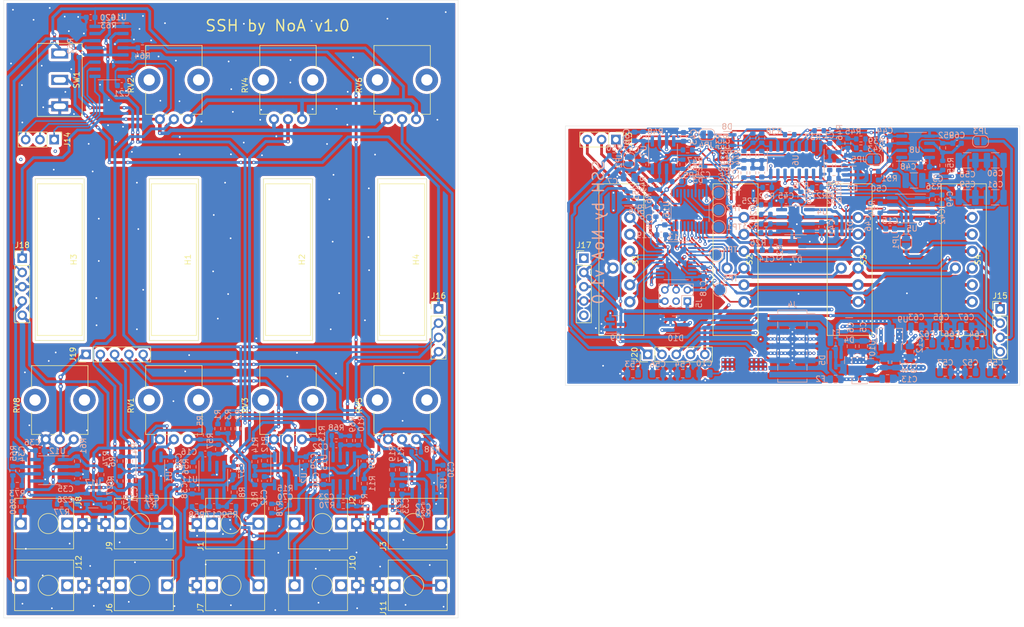
<source format=kicad_pcb>
(kicad_pcb (version 20211014) (generator pcbnew)
  (layers (0 "F.Cu" signal) (1 "In1.Cu" signal) (2 "In2.Cu" signal) (31 "B.Cu" signal) (34 "B.Paste" user) (35 "F.Paste" user) (36 "B.SilkS" user "B.Silkscreen") (37 "F.SilkS" user "F.Silkscreen") (38 "B.Mask" user) (39 "F.Mask" user) (44 "Edge.Cuts" user))
  (net 0 "")
  (net 1 "GND")
  (net 2 "+12V")
  (net 3 "-12V")
  (net 4 "+5V")
  (net 5 "-5V")
  (net 6 "/sheet616EE8B8/in1")
  (net 7 "Net-(C16-Pad1)")
  (net 8 "/sheet616EE8B8/in2")
  (net 9 "Net-(C17-Pad1)")
  (net 10 "/OUT3/in1")
  (net 11 "Net-(C22-Pad1)")
  (net 12 "/OUT3/in2")
  (net 13 "Net-(C23-Pad1)")
  (net 14 "/COREs/in")
  (net 15 "/COREs/CV3")
  (net 16 "Net-(F1-Pad2)")
  (net 17 "Net-(F2-Pad2)")
  (net 18 "Net-(J1-PadT)")
  (net 19 "Net-(J2-PadT)")
  (net 20 "Net-(J3-PadT)")
  (net 21 "SDA2")
  (net 22 "SCL2")
  (net 23 "SDA1")
  (net 24 "SCL1")
  (net 25 "Net-(J6-PadT)")
  (net 26 "Net-(J7-PadT)")
  (net 27 "Net-(J8-PadT)")
  (net 28 "Net-(J9-PadTN)")
  (net 29 "Net-(J10-PadT)")
  (net 30 "Net-(J11-PadT)")
  (net 31 "/COREs/OUT1")
  (net 32 "/COREs/OUT3")
  (net 33 "Net-(C68-Pad1)")
  (net 34 "Net-(C68-Pad2)")
  (net 35 "/COREs/OUT2")
  (net 36 "Net-(R4-Pad2)")
  (net 37 "Net-(R4-Pad1)")
  (net 38 "Net-(C69-Pad1)")
  (net 39 "/COREs/CV1")
  (net 40 "Net-(R9-Pad1)")
  (net 41 "Net-(R12-Pad2)")
  (net 42 "Net-(R12-Pad1)")
  (net 43 "Net-(C69-Pad2)")
  (net 44 "/COREs/CV2")
  (net 45 "Net-(R16-Pad1)")
  (net 46 "Net-(R17-Pad2)")
  (net 47 "Net-(R17-Pad1)")
  (net 48 "Net-(C70-Pad1)")
  (net 49 "Net-(R21-Pad1)")
  (net 50 "Net-(R28-Pad2)")
  (net 51 "Net-(R29-Pad2)")
  (net 52 "Net-(R30-Pad2)")
  (net 53 "Net-(R37-Pad2)")
  (net 54 "Net-(R38-Pad2)")
  (net 55 "Net-(R39-Pad1)")
  (net 56 "Net-(R40-Pad1)")
  (net 57 "Net-(R43-Pad1)")
  (net 58 "Net-(C70-Pad2)")
  (net 59 "Net-(C71-Pad1)")
  (net 60 "Net-(R60-Pad1)")
  (net 61 "Net-(R64-Pad1)")
  (net 63 "Net-(RV1-Pad2)")
  (net 64 "Net-(RV3-Pad2)")
  (net 65 "Net-(RV5-Pad2)")
  (net 66 "Net-(S1-Pad6)")
  (net 67 "Net-(S1-Pad5)")
  (net 68 "Net-(S1-Pad4)")
  (net 69 "Net-(S1-Pad3)")
  (net 70 "Net-(S1-Pad2)")
  (net 71 "Net-(S1-Pad1)")
  (net 73 "Net-(S2-Pad6)")
  (net 74 "Net-(S2-Pad5)")
  (net 75 "Net-(S2-Pad4)")
  (net 76 "Net-(S2-Pad2)")
  (net 77 "Net-(S2-Pad1)")
  (net 80 "/switch_core/clk3")
  (net 81 "/switch_core/clk2")
  (net 82 "/switch_core/clk1")
  (net 83 "Net-(S2-Pad3)")
  (net 84 "Net-(C34-Pad1)")
  (net 85 "Net-(J12-PadT)")
  (net 86 "/switch_core/out")
  (net 87 "Net-(R72-Pad2)")
  (net 88 "Net-(R75-Pad1)")
  (net 89 "Net-(JP5-Pad1)")
  (net 90 "/fill/out2")
  (net 91 "/fill/out1")
  (net 92 "/fill/out3")
  (net 93 "/switch_core/in3")
  (net 94 "/switch_core/in2")
  (net 95 "/switch_core/in1")
  (net 96 "/clock_input/top")
  (net 97 "Net-(C71-Pad2)")
  (net 98 "Net-(C72-Pad1)")
  (net 99 "Net-(C72-Pad2)")
  (net 100 "/audio_in/out")
  (net 101 "/clock_input/bottom")
  (net 102 "/clock_board/bank_in")
  (net 103 "Net-(J16-Pad1)")
  (net 104 "Net-(TP1-Pad1)")
  (net 105 "Net-(TP2-Pad1)")
  (net 106 "Net-(TP3-Pad1)")
  (net 107 "Net-(TP4-Pad1)")
  (net 108 "Net-(TP5-Pad1)")
  (net 114 "/audio_in/norm_out")
  (net 115 "/clock_board/clk_in")
  (net 116 "/clock_board/out1")
  (net 117 "/clock_board/out2")
  (net 118 "/clock_board/out3")
  (net 124 "Net-(C14-Pad1)")
  (net 125 "Net-(C14-Pad2)")
  (net 126 "Net-(C15-Pad1)")
  (net 127 "Net-(C15-Pad2)")
  (net 128 "Net-(C49-Pad1)")
  (net 129 "Net-(C49-Pad2)")
  (net 130 "Net-(C50-Pad2)")
  (net 131 "Net-(C51-Pad2)")
  (net 132 "Net-(C51-Pad1)")
  (net 133 "Net-(C3-Pad1)")
  (net 134 "Net-(C3-Pad2)")
  (net 135 "Net-(D1-Pad1)")
  (net 136 "Net-(D1-Pad3)")
  (net 137 "Net-(D2-Pad1)")
  (net 138 "Net-(D3-Pad1)")
  (net 139 "Net-(D3-Pad2)")
  (net 140 "Net-(D6-Pad3)")
  (net 141 "Net-(D7-Pad1)")
  (net 143 "Net-(D7-Pad2)")
  (net 144 "Net-(D8-Pad1)")
  (net 145 "Net-(D8-Pad2)")
  (net 146 "Net-(D8-Pad3)")
  (net 147 "Net-(R62-Pad1)")
  (net 148 "Net-(R63-Pad1)")
  (footprint "jacks:thonkiconn" (layer "F.Cu") (at 40.64 -26 90)
    (fp_text reference "J1")
    (fp_text value "CV1")
  )
  (footprint "jacks:thonkiconn" (layer "F.Cu") (at 56.896 -26 -90)
    (fp_text reference "J2")
    (fp_text value "CV2")
  )
  (footprint "jacks:thonkiconn" (layer "F.Cu") (at 73.152 -26 90)
    (fp_text reference "J3")
    (fp_text value "CV3")
  )
  (footprint "jacks:thonkiconn" (layer "F.Cu") (at 24.384 -15 90)
    (fp_text reference "J6")
    (fp_text value "AudioJack2_SwitchT")
  )
  (footprint "jacks:thonkiconn" (layer "F.Cu") (at 40.64 -15 90)
    (fp_text reference "J7")
    (fp_text value "AudioJack2_SwitchT")
  )
  (footprint "jacks:thonkiconn" (layer "F.Cu") (at 8.128 -26 -90)
    (fp_text reference "J8")
    (fp_text value "AudioJack2_SwitchT")
  )
  (footprint "jacks:thonkiconn" (layer "F.Cu") (at 24.384 -26 90)
    (fp_text reference "J9")
    (fp_text value "AudioJack2_SwitchT")
  )
  (footprint "jacks:thonkiconn" (layer "F.Cu") (at 56.896 -15 -90)
    (fp_text reference "J10")
    (fp_text value "AudioJack2_SwitchT")
  )
  (footprint "jacks:thonkiconn" (layer "F.Cu") (at 73.152 -15 90)
    (fp_text reference "J11")
    (fp_text value "AudioJack2_SwitchT")
  )
  (footprint "learning:Potentiometer_Alps_RK09K_Single_Vertical" (layer "F.Cu") (at 30.48 -48 90)
    (fp_text reference "RV1")
    (fp_text value "10k")
  )
  (footprint "learning:Potentiometer_Alps_RK09K_Single_Vertical" (layer "F.Cu") (at 30.48 -105 90)
    (fp_text reference "RV2")
    (fp_text value "param")
  )
  (footprint "learning:Potentiometer_Alps_RK09K_Single_Vertical" (layer "F.Cu") (at 50.8 -48 90)
    (fp_text reference "RV3")
    (fp_text value "10k")
  )
  (footprint "learning:Potentiometer_Alps_RK09K_Single_Vertical" (layer "F.Cu") (at 50.8 -105 90)
    (fp_text reference "RV4")
    (fp_text value "param")
  )
  (footprint "learning:Potentiometer_Alps_RK09K_Single_Vertical" (layer "F.Cu") (at 71.12 -48 90)
    (fp_text reference "RV5")
    (fp_text value "10k")
  )
  (footprint "learning:Potentiometer_Alps_RK09K_Single_Vertical" (layer "F.Cu") (at 71.12 -105 90)
    (fp_text reference "RV6")
    (fp_text value "param")
  )
  (footprint "learning:Potentiometer_Alps_RK09K_Single_Vertical" (layer "F.Cu") (at 10.16 -48 90)
    (fp_text reference "RV8")
    (fp_text value "gain")
  )
  (footprint "learning:SS-16F03" (layer "F.Cu") (at 110.16 -73 90)
    (fp_text reference "S1")
    (fp_text value "fill_switch")
  )
  (footprint "learning:SS-16F03" (layer "F.Cu") (at 130.48 -73 90)
    (fp_text reference "S2")
    (fp_text value "channel_1")
  )
  (footprint "learning:SS-16F03" (layer "F.Cu") (at 150.8 -73 90)
    (fp_text reference "S3")
    (fp_text value "channel_2")
  )
  (footprint "learning:SS-16F03" (layer "F.Cu") (at 171.12 -73 90)
    (fp_text reference "S4")
    (fp_text value "channel_3")
  )
  (footprint "learning:SS-16F03_cutout" (layer "F.Cu") (at 30.48 -73 90)
    (fp_text reference "H1")
    (fp_text value "MountingHole")
  )
  (footprint "learning:SS-16F03_cutout" (layer "F.Cu") (at 50.8 -73 90)
    (fp_text reference "H2")
    (fp_text value "MountingHole")
  )
  (footprint "learning:SS-16F03_cutout" (layer "F.Cu") (at 10.16 -73 90)
    (fp_text reference "H3")
    (fp_text value "MountingHole")
  )
  (footprint "learning:SS-16F03_cutout" (layer "F.Cu") (at 71.12 -73 90)
    (fp_text reference "H4")
    (fp_text value "MountingHole")
  )
  (footprint "jacks:thonkiconn" (layer "F.Cu") (at 8.128 -15 -90)
    (fp_text reference "J12")
    (fp_text value "AudioJack2_SwitchT")
  )
  (footprint "Connector_PinHeader_2.54mm:PinHeader_1x03_P2.54mm_Vertical" (layer "F.Cu") (at 109.175 -94.375 -90)
    (fp_text reference "J13")
    (fp_text value "gates")
  )
  (footprint "Connector_PinHeader_2.54mm:PinHeader_1x03_P2.54mm_Vertical" (layer "F.Cu") (at 9.175 -94.375 -90)
    (fp_text reference "J14")
    (fp_text value "gates")
  )
  (footprint "Connector_PinHeader_2.54mm:PinHeader_1x05_P2.54mm_Vertical" (layer "F.Cu") (at 14.85 -56.125 90)
    (fp_text reference "J19")
    (fp_text value "CVs")
  )
  (footprint "Connector_PinHeader_2.54mm:PinHeader_1x05_P2.54mm_Vertical" (layer "F.Cu") (at 114.85 -56.125 90)
    (fp_text reference "J20")
    (fp_text value "CVs")
  )
  (footprint "Connector_PinHeader_2.54mm:PinHeader_1x05_P2.54mm_Vertical" (layer "F.Cu") (at 103.475 -73.25)
    (fp_text reference "J17")
    (fp_text value "powers")
  )
  (footprint "Connector_PinHeader_2.54mm:PinHeader_1x05_P2.54mm_Vertical" (layer "F.Cu") (at 3.475 -73.25)
    (fp_text reference "J18")
    (fp_text value "powers")
  )
  (footprint "Connector_PinHeader_2.54mm:PinHeader_1x04_P2.54mm_Vertical" (layer "F.Cu") (at 177.6 -64.225)
    (fp_text reference "J15")
    (fp_text value "out+switch")
  )
  (footprint "Connector_PinHeader_2.54mm:PinHeader_1x04_P2.54mm_Vertical" (layer "F.Cu") (at 77.6 -64.225)
    (fp_text reference "J16")
    (fp_text value "out+switch")
  )
  (footprint "switches:TSM1x3" (layer "F.Cu") (at 10.16 -105 90)
    (fp_text reference "SW1")
    (fp_text value "bank_switch")
  )
  (footprint "Capacitor_SMD:C_0603_1608Metric" (layer "B.Cu") (at 147.25 -92.925 -90)
    (fp_text reference "C1")
    (fp_text value "100n")
  )
  (footprint "Capacitor_SMD:C_0603_1608Metric" (layer "B.Cu") (at 135.15 -88.475 90)
    (fp_text reference "C2")
    (fp_text value "100n")
  )
  (footprint "Capacitor_SMD:C_1210_3225Metric" (layer "B.Cu") (at 162.25 -87.09)
    (fp_text reference "C3")
    (fp_text value "1u - test")
  )
  (footprint "Capacitor_SMD:C_0805_2012Metric" (layer "B.Cu") (at 153.225 -57.575 -90)
    (fp_text reference "C5")
    (fp_text value "10u")
  )
  (footprint "Capacitor_SMD:C_0805_2012Metric" (layer "B.Cu") (at 111.5 -87.64 180)
    (fp_text reference "C7")
    (fp_text value "10u")
  )
  (footprint "Capacitor_SMD:C_0805_2012Metric" (layer "B.Cu") (at 156.925 -54.725 -90)
    (fp_text reference "C8")
    (fp_text value "10u")
  )
  (footprint "Capacitor_SMD:C_0805_2012Metric" (layer "B.Cu") (at 159.055 -54.72 -90)
    (fp_text reference "C9")
    (fp_text value "10u")
  )
  (footprint "Capacitor_SMD:C_0805_2012Metric" (layer "B.Cu") (at 124.96 -52.72)
    (fp_text reference "C10")
    (fp_text value "10u")
  )
  (footprint "Capacitor_SMD:C_0603_1608Metric" (layer "B.Cu") (at 36.075 -38.4)
    (fp_text reference "C16")
    (fp_text value "47p")
  )
  (footprint "Capacitor_SMD:C_0603_1608Metric" (layer "B.Cu") (at 37.625 -29.05)
    (fp_text reference "C17")
    (fp_text value "47p")
  )
  (footprint "Capacitor_SMD:C_0603_1608Metric" (layer "B.Cu") (at 124.8 -70.8 -90)
    (fp_text reference "C18")
    (fp_text value "100n")
  )
  (footprint "Capacitor_SMD:C_0603_1608Metric" (layer "B.Cu") (at 15.655 -116.125 180)
    (fp_text reference "C20")
    (fp_text value "100n")
  )
  (footprint "Capacitor_SMD:C_0603_1608Metric" (layer "B.Cu") (at 21.2 -104)
    (fp_text reference "C21")
    (fp_text value "100n")
  )
  (footprint "Capacitor_SMD:C_0603_1608Metric" (layer "B.Cu") (at 59.405 -40.01)
    (fp_text reference "C22")
    (fp_text value "47p")
  )
  (footprint "Capacitor_SMD:C_0603_1608Metric" (layer "B.Cu") (at 60.655 -30.76)
    (fp_text reference "C23")
    (fp_text value "47p")
  )
  (footprint "Capacitor_SMD:C_0603_1608Metric" (layer "B.Cu") (at 117.89 -79.96 90)
    (fp_text reference "C24")
    (fp_text value "100n")
  )
  (footprint "Capacitor_SMD:C_0603_1608Metric" (layer "B.Cu") (at 124.19 -86.96)
    (fp_text reference "C25")
    (fp_text value "100n")
  )
  (footprint "Capacitor_SMD:C_0603_1608Metric" (layer "B.Cu") (at 13.26 -30.28 -90)
    (fp_text reference "C26")
    (fp_text value "100n")
  )
  (footprint "Capacitor_SMD:C_0603_1608Metric" (layer "B.Cu") (at 19 -29.675 -90)
    (fp_text reference "C27")
    (fp_text value "100n")
  )
  (footprint "Package_TO_SOT_SMD:SOT-23" (layer "B.Cu") (at 148.47 -78.92 90)
    (fp_text reference "D1")
    (fp_text value "BAT54S")
  )
  (footprint "Package_TO_SOT_SMD:SOT-23" (layer "B.Cu") (at 123.79 -89.58)
    (fp_text reference "D3")
    (fp_text value "BAT54S")
  )
  (footprint "Package_TO_SOT_SMD:SOT-23" (layer "B.Cu") (at 150.71 -61.1)
    (fp_text reference "D4")
    (fp_text value "BAT54S")
  )
  (footprint "Fuse:Fuse_0805_2012Metric" (layer "B.Cu") (at 148.3 -58.325 180)
    (fp_text reference "F1")
    (fp_text value "Polyfuse")
  )
  (footprint "Fuse:Fuse_0805_2012Metric" (layer "B.Cu") (at 148.2875 -51.7 180)
    (fp_text reference "F2")
    (fp_text value "Polyfuse")
  )
  (footprint "Connector_PinHeader_2.00mm:PinHeader_2x03_P2.00mm_Vertical" (layer "B.Cu") (at 121.9 -65.6 90)
    (fp_text reference "J5")
    (fp_text value "Conn_01x06_Male")
  )
  (footprint "Jumper:SolderJumper-2_P1.3mm_Open_RoundedPad1.0x1.5mm" (layer "B.Cu") (at 160.85 -76.15 -90)
    (fp_text reference "JP1")
    (fp_text value "Jumper")
  )
  (footprint "Jumper:SolderJumper-2_P1.3mm_Open_RoundedPad1.0x1.5mm" (layer "B.Cu") (at 111.53 -90.63 -90)
    (fp_text reference "JP2")
    (fp_text value "Jumper")
  )
  (footprint "Jumper:SolderJumper-2_P1.3mm_Open_RoundedPad1.0x1.5mm" (layer "B.Cu") (at 174.1 -94.07 180)
    (fp_text reference "JP3")
    (fp_text value "Jumper")
  )
  (footprint "Resistor_SMD:R_0603_1608Metric" (layer "B.Cu") (at 41.9 -42.9 90)
    (fp_text reference "R2")
    (fp_text value "100k")
  )
  (footprint "Resistor_SMD:R_0603_1608Metric" (layer "B.Cu") (at 40.1 -42.9 90)
    (fp_text reference "R3")
    (fp_text value "100k")
  )
  (footprint "Resistor_SMD:R_0603_1608Metric" (layer "B.Cu") (at 22.6 -37.1 -90)
    (fp_text reference "R4")
    (fp_text value "100k")
  )
  (footprint "Resistor_SMD:R_0603_1608Metric" (layer "B.Cu") (at 35.2 -41.8 -90)
    (fp_text reference "R5")
    (fp_text value "100k")
  )
  (footprint "Resistor_SMD:R_0603_1608Metric" (layer "B.Cu") (at 20.9 -37.125 90)
    (fp_text reference "R6")
    (fp_text value "100k")
  )
  (footprint "Resistor_SMD:R_0603_1608Metric" (layer "B.Cu") (at 26.5 -30.8)
    (fp_text reference "R7")
    (fp_text value "100k")
  )
  (footprint "Resistor_SMD:R_0603_1608Metric" (layer "B.Cu") (at 41.21 -31.59 90)
    (fp_text reference "R8")
    (fp_text value "100k")
  )
  (footprint "Resistor_SMD:R_0603_1608Metric" (layer "B.Cu") (at 20.9 -33.575 90)
    (fp_text reference "R9")
    (fp_text value "100k")
  )
  (footprint "Resistor_SMD:R_0603_1608Metric" (layer "B.Cu") (at 63.31 -40.78 90)
    (fp_text reference "R10")
    (fp_text value "100k")
  )
  (footprint "Resistor_SMD:R_0603_1608Metric" (layer "B.Cu") (at 64.38 -33.125 90)
    (fp_text reference "R11")
    (fp_text value "100k")
  )
  (footprint "Resistor_SMD:R_0603_1608Metric" (layer "B.Cu") (at 46.6 -37.2 -90)
    (fp_text reference "R12")
    (fp_text value "100k")
  )
  (footprint "Resistor_SMD:R_0603_1608Metric" (layer "B.Cu") (at 55.4 -41.8 -90)
    (fp_text reference "R13")
    (fp_text value "100k")
  )
  (footprint "Resistor_SMD:R_0603_1608Metric" (layer "B.Cu") (at 44.9 -37.025 90)
    (fp_text reference "R14")
    (fp_text value "100k")
  )
  (footprint "Resistor_SMD:R_0603_1608Metric" (layer "B.Cu") (at 50.315 -30.85 180)
    (fp_text reference "R15")
    (fp_text value "47k")
  )
  (footprint "Resistor_SMD:R_0603_1608Metric" (layer "B.Cu") (at 44.9 -33.725 90)
    (fp_text reference "R16")
    (fp_text value "100k")
  )
  (footprint "Resistor_SMD:R_0603_1608Metric" (layer "B.Cu") (at 73.625 -38.75)
    (fp_text reference "R18")
    (fp_text value "100k")
  )
  (footprint "Resistor_SMD:R_0603_1608Metric" (layer "B.Cu") (at 69.4 -35.575 90)
    (fp_text reference "R19")
    (fp_text value "100k")
  )
  (footprint "Resistor_SMD:R_0603_1608Metric" (layer "B.Cu") (at 74.86 -29.25)
    (fp_text reference "R20")
    (fp_text value "100k")
  )
  (footprint "Resistor_SMD:R_0603_1608Metric" (layer "B.Cu") (at 69.4 -32.075 90)
    (fp_text reference "R21")
    (fp_text value "100k")
  )
  (footprint "Resistor_SMD:R_0603_1608Metric" (layer "B.Cu") (at 137.63 -76.25)
    (fp_text reference "R22")
    (fp_text value "100k")
  )
  (footprint "Resistor_SMD:R_0603_1608Metric" (layer "B.Cu") (at 135.855 -79.35)
    (fp_text reference "R23")
    (fp_text value "100k")
  )
  (footprint "Resistor_SMD:R_0603_1608Metric" (layer "B.Cu") (at 135.865 -81.05)
    (fp_text reference "R24")
    (fp_text value "10k")
  )
  (footprint "Resistor_SMD:R_0603_1608Metric" (layer "B.Cu") (at 135.875 -82.76 180)
    (fp_text reference "R25")
    (fp_text value "10k")
  )
  (footprint "Resistor_SMD:R_0603_1608Metric" (layer "B.Cu") (at 135.855 -77.8 180)
    (fp_text reference "R26")
    (fp_text value "100k")
  )
  (footprint "Resistor_SMD:R_0603_1608Metric" (layer "B.Cu") (at 144.965 -85.81)
    (fp_text reference "R27")
    (fp_text value "1k")
  )
  (footprint "Resistor_SMD:R_0603_1608Metric" (layer "B.Cu") (at 147.25 -89.775 -90)
    (fp_text reference "R28")
    (fp_text value "1k")
  )
  (footprint "Resistor_SMD:R_0603_1608Metric" (layer "B.Cu") (at 131.97 -91.505 90)
    (fp_text reference "R29")
    (fp_text value "1k")
  )
  (footprint "Resistor_SMD:R_0603_1608Metric" (layer "B.Cu") (at 133.57 -91.495 90)
    (fp_text reference "R30")
    (fp_text value "1k")
  )
  (footprint "Resistor_SMD:R_0603_1608Metric" (layer "B.Cu") (at 148.85 -89.765 -90)
    (fp_text reference "R31")
    (fp_text value "10k")
  )
  (footprint "Resistor_SMD:R_0603_1608Metric" (layer "B.Cu") (at 148 -87.45 180)
    (fp_text reference "R32")
    (fp_text value "1k")
  )
  (footprint "Resistor_SMD:R_0603_1608Metric" (layer "B.Cu") (at 135.15 -94.635 -90)
    (fp_text reference "R33")
    (fp_text value "100k")
  )
  (footprint "Resistor_SMD:R_0603_1608Metric" (layer "B.Cu") (at 156.23 -82.155 -90)
    (fp_text reference "R34")
    (fp_text value "100k")
  )
  (footprint "Resistor_SMD:R_0603_1608Metric" (layer "B.Cu") (at 133.57 -94.64 -90)
    (fp_text reference "R35")
    (fp_text value "100k")
  )
  (footprint "Resistor_SMD:R_0603_1608Metric" (layer "B.Cu") (at 165.51 -83.735 -90)
    (fp_text reference "R36")
    (fp_text value "100k")
  )
  (footprint "Resistor_SMD:R_0603_1608Metric" (layer "B.Cu") (at 145.375 -95.95 180)
    (fp_text reference "R37")
    (fp_text value "1k")
  )
  (footprint "Resistor_SMD:R_0603_1608Metric" (layer "B.Cu") (at 140.115 -95.25)
    (fp_text reference "R38")
    (fp_text value "47k")
  )
  (footprint "Resistor_SMD:R_0603_1608Metric" (layer "B.Cu") (at 152.795 -94.48)
    (fp_text reference "R39")
    (fp_text value "47k")
  )
  (footprint "Resistor_SMD:R_0603_1608Metric" (layer "B.Cu") (at 131.97 -88.44 90)
    (fp_text reference "R40")
    (fp_text value "10k")
  )
  (footprint "Resistor_SMD:R_0603_1608Metric" (layer "B.Cu") (at 133.56 -88.44 90)
    (fp_text reference "R41")
    (fp_text value "10k")
  )
  (footprint "Resistor_SMD:R_0603_1608Metric" (layer "B.Cu") (at 136.13 -85.83 180)
    (fp_text reference "R42")
    (fp_text value "10k")
  )
  (footprint "Resistor_SMD:R_0603_1608Metric" (layer "B.Cu") (at 152.795 -92.9)
    (fp_text reference "R43")
    (fp_text value "250k")
  )
  (footprint "Resistor_SMD:R_0603_1608Metric" (layer "B.Cu") (at 135.15 -91.515 -90)
    (fp_text reference "R44")
    (fp_text value "10k")
  )
  (footprint "Resistor_SMD:R_0603_1608Metric" (layer "B.Cu") (at 150.48 -93.735 90)
    (fp_text reference "R45")
    (fp_text value "10k")
  )
  (footprint "Resistor_SMD:R_0603_1608Metric" (layer "B.Cu") (at 148.85 -92.925 -90)
    (fp_text reference "R46")
    (fp_text value "1k")
  )
  (footprint "Resistor_SMD:R_0603_1608Metric" (layer "B.Cu") (at 121.95 -92.525)
    (fp_text reference "R47")
    (fp_text value "100k")
  )
  (footprint "Resistor_SMD:R_0603_1608Metric" (layer "B.Cu") (at 114.04 -94.935 90)
    (fp_text reference "R48")
    (fp_text value "100k")
  )
  (footprint "Resistor_SMD:R_0603_1608Metric" (layer "B.Cu") (at 116.93 -86.295 -90)
    (fp_text reference "R49")
    (fp_text value "100k")
  )
  (footprint "Resistor_SMD:R_0603_1608Metric" (layer "B.Cu") (at 108.85 -91.5)
    (fp_text reference "R50")
    (fp_text value "100k")
  )
  (footprint "Resistor_SMD:R_0603_1608Metric" (layer "B.Cu") (at 167.375 -92.9 -90)
    (fp_text reference "R52")
    (fp_text value "100k")
  )
  (footprint "Resistor_SMD:R_0603_1608Metric" (layer "B.Cu") (at 120.045 -86.9)
    (fp_text reference "R53")
    (fp_text value "100k")
  )
  (footprint "Resistor_SMD:R_0603_1608Metric" (layer "B.Cu") (at 121.1 -89.98 90)
    (fp_text reference "R54")
    (fp_text value "100k")
  )
  (footprint "Resistor_SMD:R_0603_1608Metric" (layer "B.Cu") (at 167.375 -89.775 90)
    (fp_text reference "R55")
    (fp_text value "10k")
  )
  (footprint "Resistor_SMD:R_0603_1608Metric" (layer "B.Cu") (at 33.9 -36.1 90)
    (fp_text reference "R56")
    (fp_text value "400")
  )
  (footprint "Resistor_SMD:R_0603_1608Metric" (layer "B.Cu") (at 38.44 -39.225 -90)
    (fp_text reference "R57")
    (fp_text value "100k")
  )
  (footprint "Resistor_SMD:R_0603_1608Metric" (layer "B.Cu") (at 34.525 -29)
    (fp_text reference "R58")
    (fp_text value "400")
  )
  (footprint "Resistor_SMD:R_0603_1608Metric" (layer "B.Cu") (at 40.725 -29.05 180)
    (fp_text reference "R59")
    (fp_text value "100k")
  )
  (footprint "Resistor_SMD:R_0603_1608Metric" (layer "B.Cu") (at 3.3 -29.025 -90)
    (fp_text reference "R60")
    (fp_text value "100k")
  )
  (footprint "Resistor_SMD:R_0603_1608Metric" (layer "B.Cu") (at 13.3 -37.125 -90)
    (fp_text reference "R61")
    (fp_text value "100k")
  )
  (footprint "Resistor_SMD:R_0603_1608Metric" (layer "B.Cu") (at 13.62 -109.865 -90)
    (fp_text reference "R62")
    (fp_text value "100k")
  )
  (footprint "Resistor_SMD:R_0603_1608Metric" (layer "B.Cu") (at 18.865 -116.125)
    (fp_text reference "R63")
    (fp_text value "100k")
  )
  (footprint "Resistor_SMD:R_0603_1608Metric" (layer "B.Cu") (at 24.89 -110.71)
    (fp_text reference "R64")
    (fp_text value "100k")
  )
  (footprint "Resistor_SMD:R_0603_1608Metric" (layer "B.Cu") (at 116.3 -81.475 90)
    (fp_text reference "R66")
    (fp_text value "100k")
  )
  (footprint "Resistor_SMD:R_0603_1608Metric" (layer "B.Cu") (at 117.125 -83.825 180)
    (fp_text reference "R67")
    (fp_text value "1k")
  )
  (footprint "Resistor_SMD:R_0603_1608Metric" (layer "B.Cu") (at 59.405 -41.635 180)
    (fp_text reference "R68")
    (fp_text value "400")
  )
  (footprint "Resistor_SMD:R_0603_1608Metric" (layer "B.Cu") (at 61.78 -40.785 -90)
    (fp_text reference "R69")
    (fp_text value "100k")
  )
  (footprint "Resistor_SMD:R_0603_1608Metric" (layer "B.Cu") (at 60.655 -29.185 180)
    (fp_text reference "R70")
    (fp_text value "400")
  )
  (footprint "Resistor_SMD:R_0603_1608Metric" (layer "B.Cu") (at 63.005 -29.935 90)
    (fp_text reference "R71")
    (fp_text value "100k")
  )
  (footprint "Package_SO:SOIC-8_3.9x4.9mm_P1.27mm" (layer "B.Cu") (at 50.3 -35.4 -90)
    (fp_text reference "U2")
    (fp_text value "TL072")
  )
  (footprint "Package_SO:SOIC-8_3.9x4.9mm_P1.27mm" (layer "B.Cu") (at 160.89 -82.1 180)
    (fp_text reference "U5")
    (fp_text value "TL072")
  )
  (footprint "Package_SO:SOIC-16_3.9x9.9mm_P1.27mm" (layer "B.Cu") (at 141.2 -90.7 90)
    (fp_text reference "U6")
    (fp_text value "AS3363")
  )
  (footprint "Package_SO:SOIC-8_3.9x4.9mm_P1.27mm" (layer "B.Cu") (at 117.57 -91.62 -90)
    (fp_text reference "U7")
    (fp_text value "TL072")
  )
  (footprint "Package_SO:SOIC-8_3.9x4.9mm_P1.27mm" (layer "B.Cu") (at 162.55 -93.085)
    (fp_text reference "U8")
    (fp_text value "TL072")
  )
  (footprint "Package_TO_SOT_SMD:SOT-89-3" (layer "B.Cu") (at 152.875 -53.25 180)
    (fp_text reference "U10")
    (fp_text value "L79L05_SOT89")
  )
  (footprint "Package_SO:TSSOP-20_4.4x6.5mm_P0.65mm" (layer "B.Cu") (at 119.9 -72.8 180)
    (fp_text reference "U13")
    (fp_text value "SLG46824")
  )
  (footprint "Package_SO:SOP-16_3.9x9.9mm_P1.27mm" (layer "B.Cu") (at 18.93 -110.075 180)
    (fp_text reference "U14")
    (fp_text value "CD4053B")
  )
  (footprint "Package_TO_SOT_SMD:SOT-23-5" (layer "B.Cu") (at 16.1 -30.4 180)
    (fp_text reference "U17")
    (fp_text value "AP331A")
  )
  (footprint "Package_SO:SOIC-8_3.9x4.9mm_P1.27mm" (layer "B.Cu") (at 141.16 -79.99 180)
    (fp_text reference "U4")
    (fp_text value "TL072")
  )
  (footprint "Package_SO:TSSOP-20_4.4x6.5mm_P0.65mm" (layer "B.Cu") (at 122.39 -81.96 -90)
    (fp_text reference "U16")
    (fp_text value "SLG46824")
  )
  (footprint "Capacitor_SMD:C_0603_1608Metric" (layer "B.Cu") (at 117.25 -77.4)
    (fp_text reference "C19")
    (fp_text value "100n")
  )
  (footprint "Package_SO:SOIC-8_3.9x4.9mm_P1.27mm" (layer "B.Cu") (at 26.28 -35.4 -90)
    (fp_text reference "U1")
    (fp_text value "TL072")
  )
  (footprint "Capacitor_SMD:C_0603_1608Metric" (layer "B.Cu") (at 29.9 -37.125 90)
    (fp_text reference "C28")
    (fp_text value "100n")
  )
  (footprint "Capacitor_SMD:C_0603_1608Metric" (layer "B.Cu") (at 54 -37.125 90)
    (fp_text reference "C29")
    (fp_text value "100n")
  )
  (footprint "Capacitor_SMD:C_0603_1608Metric" (layer "B.Cu") (at 22.6 -33.625 90)
    (fp_text reference "C31")
    (fp_text value "100n")
  )
  (footprint "Capacitor_SMD:C_0603_1608Metric" (layer "B.Cu") (at 46.6 -33.6 90)
    (fp_text reference "C32")
    (fp_text value "100n")
  )
  (footprint "Capacitor_SMD:C_0603_1608Metric" (layer "B.Cu") (at 3.5 -35.4 -90)
    (fp_text reference "C34")
    (fp_text value "47p")
  )
  (footprint "Resistor_SMD:R_0603_1608Metric" (layer "B.Cu") (at 1.8 -35.4 90)
    (fp_text reference "R65")
    (fp_text value "400")
  )
  (footprint "Resistor_SMD:R_0603_1608Metric" (layer "B.Cu") (at 2.6 -32.8)
    (fp_text reference "R73")
    (fp_text value "100k")
  )
  (footprint "Package_SO:SOIC-8_3.9x4.9mm_P1.27mm" (layer "B.Cu") (at 8.3 -35.5 180)
    (fp_text reference "U12")
    (fp_text value "TL072")
  )
  (footprint "Capacitor_SMD:C_0603_1608Metric" (layer "B.Cu") (at 13.3 -34.025 -90)
    (fp_text reference "C35")
    (fp_text value "100n")
  )
  (footprint "Capacitor_SMD:C_0603_1608Metric" (layer "B.Cu") (at 6.6 -39)
    (fp_text reference "C36")
    (fp_text value "100n")
  )
  (footprint "Capacitor_SMD:C_0603_1608Metric" (layer "B.Cu") (at 41.1 -35.425 90)
    (fp_text reference "C37")
    (fp_text value "100n")
  )
  (footprint "Capacitor_SMD:C_0603_1608Metric" (layer "B.Cu") (at 33.75 -32.075 90)
    (fp_text reference "C38")
    (fp_text value "100n")
  )
  (footprint "Package_SO:SOIC-8_3.9x4.9mm_P1.27mm" (layer "B.Cu") (at 37.5 -33.75 -90)
    (fp_text reference "U11")
    (fp_text value "TL072")
  )
  (footprint "Capacitor_SMD:C_0603_1608Metric" (layer "B.Cu") (at 71.1 -32.025 90)
    (fp_text reference "C33")
    (fp_text value "100n")
  )
  (footprint "Resistor_SMD:R_0603_1608Metric" (layer "B.Cu") (at 71.2 -35.625 -90)
    (fp_text reference "R17")
    (fp_text value "100k")
  )
  (footprint "Capacitor_SMD:C_0603_1608Metric" (layer "B.Cu") (at 78.4 -35.625 90)
    (fp_text reference "C30")
    (fp_text value "100n")
  )
  (footprint "Package_SO:SOIC-8_3.9x4.9mm_P1.27mm" (layer "B.Cu") (at 74.82 -33.85 -90)
    (fp_text reference "U3")
    (fp_text value "TL072")
  )
  (footprint "Capacitor_SMD:C_0603_1608Metric" (layer "B.Cu") (at 64.33 -37.135 90)
    (fp_text reference "C39")
    (fp_text value "100n")
  )
  (footprint "Capacitor_SMD:C_0603_1608Metric" (layer "B.Cu") (at 57.13 -33.735 90)
    (fp_text reference "C40")
    (fp_text value "100n")
  )
  (footprint "Package_SO:SOIC-8_3.9x4.9mm_P1.27mm" (layer "B.Cu") (at 60.73 -35.41 -90)
    (fp_text reference "U15")
    (fp_text value "TL072")
  )
  (footprint "Connector_PinHeader_2.54mm:PinHeader_2x05_P2.54mm_Vertical_SMD" (layer "B.Cu") (at 140.6 -57.6 180)
    (fp_text reference "J4")
    (fp_text value "Conn_02x05_Odd_Even")
  )
  (footprint "Capacitor_SMD:C_0805_2012Metric" (layer "B.Cu") (at 151.1 -57.575 -90)
    (fp_text reference "C6")
    (fp_text value "10u")
  )
  (footprint "Package_TO_SOT_SMD:SOT-89-3" (layer "B.Cu") (at 157.875 -59.1 90)
    (fp_text reference "U9")
    (fp_text value "HT75xx-1-SOT89")
  )
  (footprint "Package_TO_SOT_SMD:SOT-23" (layer "B.Cu") (at 151.34 -88.1)
    (fp_text reference "D2")
    (fp_text value "BAT54S")
  )
  (footprint "Capacitor_SMD:C_0603_1608Metric" (layer "B.Cu") (at 145.82 -78.845 -90)
    (fp_text reference "C41")
    (fp_text value "100n")
  )
  (footprint "Capacitor_SMD:C_0603_1608Metric" (layer "B.Cu") (at 165.53 -80.695 -90)
    (fp_text reference "C42")
    (fp_text value "100n")
  )
  (footprint "Capacitor_SMD:C_0603_1608Metric" (layer "B.Cu") (at 121.225 -94.85 -90)
    (fp_text reference "C43")
    (fp_text value "100n")
  )
  (footprint "Capacitor_SMD:C_0603_1608Metric" (layer "B.Cu") (at 158 -94.175 90)
    (fp_text reference "C44")
    (fp_text value "100n")
  )
  (footprint "Capacitor_SMD:C_0603_1608Metric" (layer "B.Cu") (at 139.475 -83.49)
    (fp_text reference "C45")
    (fp_text value "100n")
  )
  (footprint "Capacitor_SMD:C_0603_1608Metric" (layer "B.Cu") (at 154.47 -82.155 -90)
    (fp_text reference "C46")
    (fp_text value "100n")
  )
  (footprint "Capacitor_SMD:C_0603_1608Metric" (layer "B.Cu") (at 114 -89.89 90)
    (fp_text reference "C47")
    (fp_text value "100n")
  )
  (footprint "Capacitor_SMD:C_0603_1608Metric" (layer "B.Cu") (at 164.25 -89.525 180)
    (fp_text reference "C48")
    (fp_text value "100n")
  )
  (footprint "Resistor_SMD:R_0603_1608Metric" (layer "B.Cu") (at 20.65 -29.76 90)
    (fp_text reference "R72")
    (fp_text value "100k")
  )
  (footprint "Resistor_SMD:R_0603_1608Metric" (layer "B.Cu") (at 17.5 -34.7 90)
    (fp_text reference "R74")
    (fp_text value "400")
  )
  (footprint "Resistor_SMD:R_0603_1608Metric" (layer "B.Cu") (at 142.12 -84.23 -90)
    (fp_text reference "R76")
    (fp_text value "10k")
  )
  (footprint "Resistor_SMD:R_0603_1608Metric" (layer "B.Cu") (at 139.52 -85.46 180)
    (fp_text reference "R75")
    (fp_text value "10k")
  )
  (footprint "Resistor_SMD:R_0603_1608Metric" (layer "B.Cu") (at 157.95 -89.8 90)
    (fp_text reference "R51")
    (fp_text value "100k")
  )
  (footprint "Capacitor_SMD:C_0805_2012Metric" (layer "B.Cu") (at 161.525 -56.6 -90)
    (fp_text reference "C12")
    (fp_text value "10u")
  )
  (footprint "Capacitor_SMD:C_0805_2012Metric" (layer "B.Cu") (at 157.55 -51.775 180)
    (fp_text reference "C13")
    (fp_text value "10u")
  )
  (footprint "Jumper:SolderJumper-2_P1.3mm_Open_RoundedPad1.0x1.5mm" (layer "B.Cu") (at 125.35 -95.25 180)
    (fp_text reference "JP4")
    (fp_text value "Jumper")
  )
  (footprint "Jumper:SolderJumper-2_P1.3mm_Open_RoundedPad1.0x1.5mm" (layer "B.Cu") (at 155.075 -90.825 180)
    (fp_text reference "JP5")
    (fp_text value "Jumper")
  )
  (footprint "Resistor_SMD:R_0603_1608Metric" (layer "B.Cu") (at 38.3 -42.9 90)
    (fp_text reference "R1")
    (fp_text value "100k")
  )
  (footprint "TestPoint:TestPoint_Pad_D2.0mm" (layer "B.Cu") (at 127.5 -78.775)
    (fp_text reference "TP1")
    (fp_text value "TestPoint")
  )
  (footprint "TestPoint:TestPoint_Pad_D2.0mm" (layer "B.Cu") (at 127.5 -81.825)
    (fp_text reference "TP2")
    (fp_text value "TestPoint")
  )
  (footprint "TestPoint:TestPoint_Pad_D2.0mm" (layer "B.Cu") (at 127.5 -84.9)
    (fp_text reference "TP3")
    (fp_text value "TestPoint")
  )
  (footprint "TestPoint:TestPoint_Pad_D2.0mm" (layer "B.Cu") (at 127 -73.825)
    (fp_text reference "TP4")
    (fp_text value "TestPoint")
  )
  (footprint "TestPoint:TestPoint_Pad_D2.0mm" (layer "B.Cu") (at 127.675 -67.625)
    (fp_text reference "TP5")
    (fp_text value "TestPoint")
  )
  (footprint "Package_TO_SOT_SMD:SOT-23" (layer "B.Cu") (at 148.34 -55.1 -90)
    (fp_text reference "D5")
    (fp_text value "BAT54S")
  )
  (footprint "Capacitor_SMD:C_0603_1608Metric" (layer "B.Cu") (at 74.86 -27.51 180)
    (fp_text reference "C72")
    (fp_text value "47p")
  )
  (footprint "Capacitor_SMD:C_0805_2012Metric" (layer "B.Cu") (at 112.18 -52.7 180)
    (fp_text reference "C53")
    (fp_text value "10u")
  )
  (footprint "Capacitor_SMD:C_0805_2012Metric" (layer "B.Cu") (at 121.08 -52.7 180)
    (fp_text reference "C54")
    (fp_text value "10u")
  )
  (footprint "Capacitor_SMD:C_0603_1608Metric" (layer "B.Cu") (at 26.5 -29.07 180)
    (fp_text reference "C71")
    (fp_text value "47p")
  )
  (footprint "Capacitor_SMD:C_0805_2012Metric" (layer "B.Cu") (at 173.47 -58.06 180)
    (fp_text reference "C64")
    (fp_text value "10u")
  )
  (footprint "Package_TO_SOT_SMD:SOT-23" (layer "B.Cu") (at 141.45 -75.34)
    (fp_text reference "D7")
    (fp_text value "BAT54S")
  )
  (footprint "Capacitor_SMD:C_0805_2012Metric" (layer "B.Cu") (at 172.28 -52.97 180)
    (fp_text reference "C52")
    (fp_text value "10u")
  )
  (footprint "Capacitor_SMD:C_0603_1608Metric" (layer "B.Cu") (at 169.92 -93.725 180)
    (fp_text reference "C69")
    (fp_text value "47p")
  )
  (footprint "Capacitor_SMD:C_1210_3225Metric" (layer "B.Cu") (at 176.725 -84.09 180)
    (fp_text reference "C61")
    (fp_text value "1u - test")
  )
  (footprint "Capacitor_SMD:C_1210_3225Metric" (layer "B.Cu") (at 171.715 -90.67 180)
    (fp_text reference "C58")
    (fp_text value "1u - test")
  )
  (footprint "Capacitor_SMD:C_0603_1608Metric" (layer "B.Cu") (at 112.5 -94.935 -90)
    (fp_text reference "C68")
    (fp_text value "47p")
  )
  (footprint "Capacitor_SMD:C_0603_1608Metric" (layer "B.Cu") (at 115.34 -86.31 -90)
    (fp_text reference "C51")
    (fp_text value "47p")
  )
  (footprint "Package_TO_SOT_SMD:SOT-23" (layer "B.Cu") (at 112.37 -84.11)
    (fp_text reference "D6")
    (fp_text value "BV199")
  )
  (footprint "Capacitor_SMD:C_0603_1608Metric" (layer "B.Cu") (at 167.22 -83.75 -90)
    (fp_text reference "C49")
    (fp_text value "47p")
  )
  (footprint "Capacitor_SMD:C_0603_1608Metric" (layer "B.Cu") (at 158.005 -78.49 180)
    (fp_text reference "C15")
    (fp_text value "47p")
  )
  (footprint "Capacitor_SMD:C_0805_2012Metric" (layer "B.Cu") (at 171.56 -61.07 180)
    (fp_text reference "C67")
    (fp_text value "10u")
  )
  (footprint "Capacitor_SMD:C_1210_3225Metric" (layer "B.Cu") (at 171.715 -84.09)
    (fp_text reference "C59")
    (fp_text value "1u - test")
  )
  (footprint "Capacitor_SMD:C_0603_1608Metric" (layer "B.Cu") (at 136.02 -74.69 180)
    (fp_text reference "C14")
    (fp_text value "47p")
  )
  (footprint "Package_TO_SOT_SMD:SOT-23" (layer "B.Cu") (at 128.99 -94.27 180)
    (fp_text reference "D8")
    (fp_text value "BAT54S")
  )
  (footprint "Resistor_SMD:R_0603_1608Metric" (layer "B.Cu") (at 10.515 -29.47)
    (fp_text reference "R77")
    (fp_text value "1k")
  )
  (footprint "Capacitor_SMD:C_0805_2012Metric" (layer "B.Cu") (at 176.73 -52.97 180)
    (fp_text reference "C55")
    (fp_text value "10u")
  )
  (footprint "Capacitor_SMD:C_0603_1608Metric" (layer "B.Cu") (at 155.94 -87.94 90)
    (fp_text reference "C50")
    (fp_text value "47p")
  )
  (footprint "Capacitor_SMD:C_0805_2012Metric" (layer "B.Cu") (at 116.63 -52.7 180)
    (fp_text reference "C56")
    (fp_text value "10u")
  )
  (footprint "Capacitor_SMD:C_0805_2012Metric" (layer "B.Cu") (at 167.11 -61.07 180)
    (fp_text reference "C65")
    (fp_text value "10u")
  )
  (footprint "Capacitor_SMD:C_0805_2012Metric" (layer "B.Cu") (at 169.02 -58.06 180)
    (fp_text reference "C66")
    (fp_text value "10u")
  )
  (footprint "Capacitor_SMD:C_1210_3225Metric" (layer "B.Cu") (at 176.725 -90.67)
    (fp_text reference "C60")
    (fp_text value "1u - test")
  )
  (footprint "Package_TO_SOT_SMD:SOT-23" (layer "B.Cu") (at 109.12 -61.45)
    (fp_text reference "D9")
    (fp_text value "BAT54S")
  )
  (footprint "Capacitor_SMD:C_0603_1608Metric" (layer "B.Cu") (at 50.315 -29.31 180)
    (fp_text reference "C70")
    (fp_text value "47p")
  )
  (footprint "Capacitor_SMD:C_0805_2012Metric" (layer "B.Cu") (at 162.66 -61.07 180)
    (fp_text reference "C63")
    (fp_text value "10u")
  )
  (footprint "Capacitor_SMD:C_0805_2012Metric" (layer "B.Cu") (at 167.83 -52.97 180)
    (fp_text reference "C57")
    (fp_text value "10u")
  )
  (footprint "Resistor_SMD:R_0603_1608Metric" (layer "B.Cu") (at 47.9 -28.69 90)
    (fp_text reference "R78")
    (fp_text value "47k")
  )
  (footprint "Capacitor_SMD:C_0805_2012Metric" (layer "B.Cu") (at 164.57 -58.06 180)
    (fp_text reference "C62")
    (fp_text value "10u")
  )
  (footprint "Package_TO_SOT_SMD:SOT-23" (layer "B.Cu") (at 119.85 -61.41)
    (fp_text reference "D10")
    (fp_text value "BAT54S")
  )
  (gr_line (start 5.8 -58.6) (end 5.8 -87.4) (layer "Edge.Cuts") (width 0.05))
  (gr_line (start 26.1 -58.6) (end 26.1 -87.4) (layer "Edge.Cuts") (width 0.05))
  (gr_line (start 46.4 -58.6) (end 46.4 -87.4) (layer "Edge.Cuts") (width 0.05))
  (gr_line (start 66.8 -58.6) (end 66.8 -87.4) (layer "Edge.Cuts") (width 0.05))
  (gr_line (start 100.2 -96.8) (end 100.2 -50.6) (layer "Edge.Cuts") (width 0.05))
  (gr_line (start 181.08 -50.6) (end 181.08 -96.8) (layer "Edge.Cuts") (width 0.05))
  (gr_line (start 181.08 -96.8) (end 100.2 -96.8) (layer "Edge.Cuts") (width 0.05))
  (gr_line (start 100.2 -50.6) (end 181.08 -50.6) (layer "Edge.Cuts") (width 0.05))
  (gr_line (start 46.4 -87.4) (end 55.2 -87.4) (layer "Edge.Cuts") (width 0.05))
  (gr_line (start 26.1 -87.4) (end 34.8 -87.4) (layer "Edge.Cuts") (width 0.05))
  (gr_line (start 66.8 -87.4) (end 75.5 -87.4) (layer "Edge.Cuts") (width 0.05))
  (gr_line (start 55.2 -58.6) (end 46.4 -58.6) (layer "Edge.Cuts") (width 0.05))
  (gr_line (start 81.08 -9.2) (end 81.08 -119.2) (layer "Edge.Cuts") (width 0.05))
  (gr_line (start 75.5 -87.4) (end 75.5 -58.6) (layer "Edge.Cuts") (width 0.05))
  (gr_line (start 5.8 -87.4) (end 14.5 -87.4) (layer "Edge.Cuts") (width 0.05))
  (gr_line (start 75.5 -58.6) (end 66.8 -58.6) (layer "Edge.Cuts") (width 0.05))
  (gr_line (start 0.2 -9.2) (end 81.08 -9.2) (layer "Edge.Cuts") (width 0.05))
  (gr_line (start 81.08 -119.2) (end 0.2 -119.2) (layer "Edge.Cuts") (width 0.05))
  (gr_line (start 0.2 -119.2) (end 0.2 -9.2) (layer "Edge.Cuts") (width 0.05))
  (gr_line (start 34.9 -58.6) (end 26.1 -58.6) (layer "Edge.Cuts") (width 0.05))
  (gr_line (start 55.2 -87.4) (end 55.2 -58.6) (layer "Edge.Cuts") (width 0.05))
  (gr_line (start 14.5 -87.4) (end 14.5 -58.6) (layer "Edge.Cuts") (width 0.05))
  (gr_line (start 14.5 -58.6) (end 5.8 -58.6) (layer "Edge.Cuts") (width 0.05))
  (gr_line (start 34.9 -87.4) (end 34.9 -58.6) (layer "Edge.Cuts") (width 0.05))
  (gr_line (start 34.8 -87.4) (end 34.9 -87.4) (layer "Edge.Cuts") (width 0.05))
  (gr_text "SSH by NoA v1.0" (at 106.06 -77.88 90) (layer "B.SilkS") (effects (font (size 2 2) (thickness 0.25)) (justify mirror)))
  (gr_text "SSH by NoA v1.0" (at 48.95 -114.65) (layer "F.SilkS") (effects (font (size 2 2) (thickness 0.25))))
  (via (at 9.37 -92.3) (size 0.6) (drill 0.3) (layers "F.Cu" "B.Cu") (net 0))
  (via (at 3.23 -90.84) (size 0.6) (drill 0.3) (layers "F.Cu" "B.Cu") (net 0))
  (segment (start 14.47 -29.45) (end 13.91 -28.89) (width 0.5) (layer "F.Cu") (net 1))
  (segment (start 16.19 -29.45) (end 14.47 -29.45) (width 0.5) (layer "F.Cu") (net 1))
  (via (at 138.675 -58.875) (size 0.6) (drill 0.3) (layers "F.Cu" "B.Cu") (net 1))
  (via (at 139.35 -58.875) (size 0.6) (drill 0.3) (layers "F.Cu" "B.Cu") (net 1))
  (via (at 152.575 -54.75) (size 0.6) (drill 0.3) (layers "F.Cu" "B.Cu") (net 1))
  (via (at 164.7 -76.1) (size 0.6) (drill 0.3) (layers "F.Cu" "B.Cu") (net 1))
  (via (at 62.635 -34.93) (size 0.6) (drill 0.3) (layers "F.Cu" "B.Cu") (net 1))
  (via (at 30.4 -47.8) (size 0.6) (drill 0.3) (layers "F.Cu" "B.Cu") (net 1))
  (via (at 46.02 -99.68) (size 0.6) (drill 0.3) (layers "F.Cu" "B.Cu") (net 1))
  (via (at 3.5 -97.425) (size 0.6) (drill 0.3) (layers "F.Cu" "B.Cu") (net 1))
  (via (at 143.125 -55.85) (size 0.6) (drill 0.3) (layers "F.Cu" "B.Cu") (net 1))
  (via (at 106.57 -60.27) (size 0.6) (drill 0.3) (layers "F.Cu" "B.Cu") (net 1))
  (via (at 137.275 -91) (size 0.6) (drill 0.3) (layers "F.Cu" "B.Cu") (net 1))
  (via (at 151.9 -54.75) (size 0.6) (drill 0.3) (layers "F.Cu" "B.Cu") (net 1))
  (via (at 42.92 -93.84) (size 0.6) (drill 0.3) (layers "F.Cu" "B.Cu") (net 1))
  (via (at 59.45 -99.84) (size 0.6) (drill 0.3) (layers "F.Cu" "B.Cu") (net 1))
  (via (at 77.4 -97.9) (size 0.6) (drill 0.3) (layers "F.Cu" "B.Cu") (net 1))
  (via (at 42.94 -114.99) (size 0.6) (drill 0.3) (layers "F.Cu" "B.Cu") (net 1))
  (via (at 153.25 -54.75) (size 0.6) (drill 0.3) (layers "F.Cu" "B.Cu") (net 1))
  (via (at 118.88 -61.37) (size 0.6) (drill 0.3) (layers "F.Cu" "B.Cu") (net 1))
  (via (at 141.85 -56.325) (size 0.6) (drill 0.3) (layers "F.Cu" "B.Cu") (net 1))
  (via (at 65.13 -77.02) (size 0.6) (drill 0.3) (layers "F.Cu" "B.Cu") (net 1))
  (via (at 11.92 -22.44) (size 0.6) (drill 0.3) (layers "F.Cu" "B.Cu") (net 1))
  (via (at 109.43 -87.76) (size 0.6) (drill 0.3) (layers "F.Cu" "B.Cu") (net 1))
  (via (at 34.61 -23.83) (size 0.6) (drill 0.3) (layers "F.Cu" "B.Cu") (net 1))
  (via (at 3.425 -104.075) (size 0.6) (drill 0.3) (layers "F.Cu" "B.Cu") (net 1))
  (via (at 71.4 -52.8) (size 0.6) (drill 0.3) (layers "F.Cu" "B.Cu") (net 1))
  (via (at 163.475 -90.6) (size 0.6) (drill 0.3) (layers "F.Cu" "B.Cu") (net 1))
  (via (at 58.15 -83.73) (size 0.6) (drill 0.3) (layers "F.Cu" "B.Cu") (net 1))
  (via (at 45.17 -58.97) (size 0.6) (drill 0.3) (layers "F.Cu" "B.Cu") (net 1))
  (via (at 9.09 -89.02) (size 0.6) (drill 0.3) (layers "F.Cu" "B.Cu") (net 1))
  (via (at 160.15 -58.63) (size 0.6) (drill 0.3) (layers "F.Cu" "B.Cu") (net 1))
  (via (at 16.02 -88.7) (size 0.6) (drill 0.3) (layers "F.Cu" "B.Cu") (net 1))
  (via (at 161 -67) (size 0.6) (drill 0.3) (layers "F.Cu" "B.Cu") (net 1))
  (via (at 61.43 -102.88) (size 0.6) (drill 0.3) (layers "F.Cu" "B.Cu") (net 1))
  (via (at 18.72 -38.67) (size 0.6) (drill 0.3) (layers "F.Cu" "B.Cu") (net 1))
  (via (at 105.62 -60.8) (size 0.6) (drill 0.3) (layers "F.Cu" "B.Cu") (net 1))
  (via (at 71.2 -44.3) (size 0.6) (drill 0.3) (layers "F.Cu" "B.Cu") (net 1))
  (via (at 5.5 -115.7) (size 0.6) (drill 0.3) (layers "F.Cu" "B.Cu") (net 1))
  (via (at 4.12 -21.51) (size 0.6) (drill 0.3) (layers "F.Cu" "B.Cu") (net 1))
  (via (at 63 -20.86) (size 0.6) (drill 0.3) (layers "F.Cu" "B.Cu") (net 1))
  (via (at 58.4 -60.6) (size 0.6) (drill 0.3) (layers "F.Cu" "B.Cu") (net 1))
  (via (at 24.15 -78.44) (size 0.6) (drill 0.3) (layers "F.Cu" "B.Cu") (net 1))
  (via (at 24.98 -116.38) (size 0.6) (drill 0.3) (layers "F.Cu" "B.Cu") (net 1))
  (via (at 119.58 -90.8) (size 0.6) (drill 0.3) (layers "F.Cu" "B.Cu") (net 1))
  (via (at 40.23 -108.28) (size 0.6) (drill 0.3) (layers "F.Cu" "B.Cu") (net 1))
  (via (at 38.125 -34.725) (size 0.6) (drill 0.3) (layers "F.Cu" "B.Cu") (net 1))
  (via (at 17.34 -104.13) (size 0.6) (drill 0.3) (layers "F.Cu" "B.Cu") (net 1))
  (via (at 125.07 -54.2) (size 0.6) (drill 0.3) (layers "F.Cu" "B.Cu") (net 1))
  (via (at 11.04 -116.27) (size 0.6) (drill 0.3) (layers "F.Cu" "B.Cu") (net 1))
  (via (at 22.45 -12.07) (size 0.6) (drill 0.3) (layers "F.Cu" "B.Cu") (net 1))
  (via (at 9.44 -56.47) (size 0.6) (drill 0.3) (layers "F.Cu" "B.Cu") (net 1))
  (via (at 40.47 -26.64) (size 0.6) (drill 0.3) (layers "F.Cu" "B.Cu") (net 1))
  (via (at 51.22 -104.53) (size 0.6) (drill 0.3) (layers "F.Cu" "B.Cu") (net 1))
  (via (at 31.48 -101.2) (size 0.6) (drill 0.3) (layers "F.Cu" "B.Cu") (net 1))
  (via (at 166.51 -81.415) (size 0.6) (drill 0.3) (layers "F.Cu" "B.Cu") (net 1))
  (via (at 56.23 -11.91) (size 0.6) (drill 0.3) (layers "F.Cu" "B.Cu") (net 1))
  (via (at 39.6 -86.7) (size 0.6) (drill 0.3) (layers "F.Cu" "B.Cu") (net 1))
  (via (at 142.575 -58.875) (size 0.6) (drill 0.3) (layers "F.Cu" "B.Cu") (net 1))
  (via (at 159.78 -79.675) (size 0.6) (drill 0.3) (layers "F.Cu" "B.Cu") (net 1))
  (via (at 2.52 -38.72) (size 0.6) (drill 0.3) (layers "F.Cu" "B.Cu") (net 1))
  (via (at 37.58 -80.95) (size 0.6) (drill 0.3) (layers "F.Cu" "B.Cu") (net 1))
  (via (at 12.22 -106.92) (size 0.6) (drill 0.3) (layers "F.Cu" "B.Cu") (net 1))
  (via (at 30.84 -108.43) (size 0.6) (drill 0.3) (layers "F.Cu" "B.Cu") (net 1))
  (via (at 138.075 -59.35) (size 0.6) (drill 0.3) (layers "F.Cu" "B.Cu") (net 1))
  (via (at 62.38 -109.02) (size 0.6) (drill 0.3) (layers "F.Cu" "B.Cu") (net 1))
  (via (at 151.1 -55.5) (size 0.6) (drill 0.3) (layers "F.Cu" "B.Cu") (net 1))
  (via (at 58.9 -88.1) (size 0.6) (drill 0.3) (layers "F.Cu" "B.Cu") (net 1))
  (via (at 46.17 -91.58) (size 0.6) (drill 0.3) (layers "F.Cu" "B.Cu") (net 1))
  (via (at 159.28 -58.64) (size 0.6) (drill 0.3) (layers "F.Cu" "B.Cu") (net 1))
  (via (at 23.9 -60.6) (size 0.6) (drill 0.3) (layers "F.Cu" "B.Cu") (net 1))
  (via (at 163.12 -55.5) (size 0.6) (drill 0.3) (layers "F.Cu" "B.Cu") (net 1))
  (via (at 47.6 -34.39) (size 0.6) (drill 0.3) (layers "F.Cu" "B.Cu") (net 1))
  (via (at 77.17 -29.51) (size 0.6) (drill 0.3) (layers "F.Cu" "B.Cu") (net 1))
  (via (at 61.37 -97.03) (size 0.6) (drill 0.3) (layers "F.Cu" "B.Cu") (net 1))
  (via (at 28.9 -115.1) (size 0.6) (drill 0.3) (layers "F.Cu" "B.Cu") (net 1))
  (via (at 138.075 -55.85) (size 0.6) (drill 0.3) (layers "F.Cu" "B.Cu") (net 1))
  (via (at 63.11 -10.93) (size 0.6) (drill 0.3) (layers "F.Cu" "B.Cu") (net 1))
  (via (at 19.76 -114.52) (size 0.6) (drill 0.3) (layers "F.Cu" "B.Cu") (net 1))
  (via (at 156.9 -93.4) (size 0.6) (drill 0.3) (layers "F.Cu" "B.Cu") (net 1))
  (via (at 18.76 -96.92) (size 0.6) (drill 0.3) (layers "F.Cu" "B.Cu") (net 1))
  (via (at 152.16 -55.45) (size 0.6) (drill 0.3) (layers "F.Cu" "B.Cu") (net 1))
  (via (at 71.35 -23.1) (size 0.6) (drill 0.3) (layers "F.Cu" "B.Cu") (net 1))
  (via (at 49.08 -20.8) (size 0.6) (drill 0.3) (layers "F.Cu" "B.Cu") (net 1))
  (via (at 118.2 -92.62) (size 0.6) (drill 0.3) (layers "F.Cu" "B.Cu") (net 1))
  (via (at 150.31 -61.09) (size 0.6) (drill 0.3) (layers "F.Cu" "B.Cu") (net 1))
  (via (at 146.7 -85.81) (size 0.6) (drill 0.3) (layers "F.Cu" "B.Cu") (net 1))
  (via (at 140.61 -58.385) (size 0.6) (drill 0.3) (layers "F.Cu" "B.Cu") (net 1))
  (via (at 23.9 -86.7) (size 0.6) (drill 0.3) (layers "F.Cu" "B.Cu") (net 1))
  (via (at 48.72 -94.96) (size 0.6) (drill 0.3) (layers "F.Cu" "B.Cu") (net 1))
  (via (at 160.26 -55.83) (size 0.6) (drill 0.3) (layers "F.Cu" "B.Cu") (net 1))
  (via (at 16.23 -11.36) (size 0.6) (drill 0.3) (layers "F.Cu" "B.Cu") (net 1))
  (via (at 140.61 -55.06) (size 0.6) (drill 0.3) (layers "F.Cu" "B.Cu") (net 1))
  (via (at 125.09 -51.46) (size 0.6) (drill 0.3) (layers "F.Cu" "B.Cu") (net 1))
  (via (at 120.53 -62.33) (size 0.6) (drill 0.3) (layers "F.Cu" "B.Cu") (net 1))
  (via (at 118.22 -95.88) (size 0.6) (drill 0.3) (layers "F.Cu" "B.Cu") (net 1))
  (via (at 52.23 -34.58) (size 0.6) (drill 0.3) (layers "F.Cu" "B.Cu") (net 1))
  (via (at 151.1 -54.75) (size 0.6) (drill 0.3) (layers "F.Cu" "B.Cu") (net 1))
  (via (at 3.96 -52.93) (size 0.6) (drill 0.3) (layers "F.Cu" "B.Cu") (net 1))
  (via (at 12.69 -98.92) (size 0.6) (drill 0.3) (layers "F.Cu" "B.Cu") (net 1))
  (via (at 117.12 -62.4) (size 0.6) (drill 0.3) (layers "F.Cu" "B.Cu") (net 1))
  (via (at 179.11 -53.01) (size 0.6) (drill 0.3) (layers "F.Cu" "B.Cu") (net 1))
  (via (at 55.74 -17.97) (size 0.6) (drill 0.3) (layers "F.Cu" "B.Cu") (net 1))
  (via (at 11.78 -113.69) (size 0.6) (drill 0.3) (layers "F.Cu" "B.Cu") (net 1))
  (via (at 141.4 -79.31) (size 0.6) (drill 0.3) (layers "F.Cu" "B.Cu") (net 1))
  (via (at 24.02 -109.24) (size 0.6) (drill 0.3) (layers "F.Cu" "B.Cu") (net 1))
  (via (at 66.3 -91.7) (size 0.6) (drill 0.3) (layers "F.Cu" "B.Cu") (net 1))
  (via (at 58.38 -34.935) (size 0.8) (drill 0.4) (layers "F.Cu" "B.Cu") (net 1))
  (via (at 16.68 -66.16) (size 0.6) (drill 0.3) (layers "F.Cu" "B.Cu") (net 1))
  (via (at 159.38 -60.12) (size 0.6) (drill 0.3) (layers "F.Cu" "B.Cu") (net 1))
  (via (at 118.3 -76.3) (size 0.6) (drill 0.3) (layers "F.Cu" "B.Cu") (net 1))
  (via (at 38.3 -62.5) (size 0.6) (drill 0.3) (layers "F.Cu" "B.Cu") (net 1))
  (via (at 141.21 -82.35) (size 0.6) (drill 0.3) (layers "F.Cu" "B.Cu") (net 1))
  (via (at 35.4 -97.57) (size 0.6) (drill 0.3) (layers "F.Cu" "B.Cu") (net 1))
  (via (at 161.5 -72.3) (size 0.6) (drill 0.3) (layers "F.Cu" "B.Cu") (net 1))
  (via (at 155.75 -78.53) (size 0.6) (drill 0.3) (layers "F.Cu" "B.Cu") (net 1))
  (via (at 40.33 -33.67) (size 0.6) (drill 0.3) (layers "F.Cu" "B.Cu") (net 1))
  (via (at 26.43 -112.03) (size 0.6) (drill 0.3) (layers "F.Cu" "B.Cu") (net 1))
  (via (at 40.7 -103.35) (size 0.6) (drill 0.3) (layers "F.Cu" "B.Cu") (net 1))
  (via (at 18.91 -101.41) (size 0.6) (drill 0.3) (layers "F.Cu" "B.Cu") (net 1))
  (via (at 16.19 -29.45) (size 0.6) (drill 0.3) (layers "F.Cu" "B.Cu") (net 1))
  (via (at 15 -42.6) (size 0.6) (drill 0.3) (layers "F.Cu" "B.Cu") (net 1))
  (via (at 118.79 -52.7) (size 0.6) (drill 0.3) (layers "F.Cu" "B.Cu") (net 1))
  (via (at 122.225 -95.625) (size 0.6) (drill 0.3) (layers "F.Cu" "B.Cu") (net 1))
  (via (at 1.83 -117.49) (size 0.6) (drill 0.3) (layers "F.Cu" "B.Cu") (net 1))
  (via (at 153.66 -89.1) (size 0.6) (drill 0.3) (layers "F.Cu" "B.Cu") (net 1))
  (via (at 155.5805 -79.6755) (size 0.6) (drill 0.3) (layers "F.Cu" "B.Cu") (net 1))
  (via (at 77.99 -31.38) (size 0.6) (drill 0.3) (layers "F.Cu" "B.Cu") (net 1))
  (via (at 145.65 -90.5) (size 0.6) (drill 0.3) (layers "F.Cu" "B.Cu") (net 1))
  (via (at 57.75 -93.59) (size 0.6) (drill 0.3) (layers "F.Cu" "B.Cu") (net 1))
  (via (at 14.46 -113.26) (size 0.6) (drill 0.3) (layers "F.Cu" "B.Cu") (net 1))
  (via (at 40.14 -66.87) (size 0.6) (drill 0.3) (layers "F.Cu" "B.Cu") (net 1))
  (via (at 20.82 -22.66) (size 0.6) (drill 0.3) (layers "F.Cu" "B.Cu") (net 1))
  (via (at 125.325 -83.45) (size 0.6) (drill 0.3) (layers "F.Cu" "B.Cu") (net 1))
  (via (at 51.24 -108.53) (size 0.6) (drill 0.3) (layers "F.Cu" "B.Cu") (net 1))
  (via (at 117.13 -91.49) (size 0.6) (drill 0.3) (layers "F.Cu" "B.Cu") (net 1))
  (via (at 136.75 -58.875) (size 0.6) (drill 0.3) (layers "F.Cu" "B.Cu") (net 1))
  (via (at 53.31 -35.66) (size 0.6) (drill 0.3) (layers "F.Cu" "B.Cu") (net 1))
  (via (at 7.22 -100.13) (size 0.6) (drill 0.3) (layers "F.Cu" "B.Cu") (net 1))
  (via (at 23.37 -112.2) (size 0.6) (drill 0.3) (layers "F.Cu" "B.Cu") (net 1))
  (via (at 31.53 -94.85) (size 0.6) (drill 0.3) (layers "F.Cu" "B.Cu") (net 1))
  (via (at 141.7 -66.9) (size 0.6) (drill 0.3) (layers "F.Cu" "B.Cu") (net 1))
  (via (at 13.44 -116.21) (size 0.6) (drill 0.3) (layers "F.Cu" "B.Cu") (net 1))
  (via (at 71.73 -11.53) (size 0.6) (drill 0.3) (layers "F.Cu" "B.Cu") (net 1))
  (via (at 170.1 -53.01) (size 0.6) (drill 0.3) (layers "F.Cu" "B.Cu") (net 1))
  (via (at 3.52 -11.74) (size 0.6) (drill 0.3) (layers "F.Cu" "B.Cu") (net 1))
  (via (at 140.3 -72.1) (size 0.6) (drill 0.3) (layers "F.Cu" "B.Cu") (net 1))
  (via (at 8.2 -54.96) (size 0.6) (drill 0.3) (layers "F.Cu" "B.Cu") (net 1))
  (via (at 149.6 -61.1) (size 0.6) (drill 0.3) (layers "F.Cu" "B.Cu") (net 1))
  (via (at 136.75 -56.325) (size 0.6) (drill 0.3) (layers "F.Cu" "B.Cu") (net 1))
  (via (at 140.61 -56.81) (size 0.6) (drill 0.3) (layers "F.Cu" "B.Cu") (net 1))
  (via (at 30.59 -11.31) (size 0.6) (drill 0.3) (layers "F.Cu" "B.Cu") (net 1))
  (via (at 125.95 -86.95) (size 0.6) (drill 0.3) (layers "F.Cu" "B.Cu") (net 1))
  (via (at 59.34 -52.73) (size 0.6) (drill 0.3) (layers "F.Cu" "B.Cu") (net 1))
  (via (at 138.075 -58.4) (size 0.6) (drill 0.3) (layers "F.Cu" "B.Cu") (net 1))
  (via (at 21.975 -103.025) (size 0.6) (drill 0.3) (layers "F.Cu" "B.Cu") (net 1))
  (via (at 140.61 -59.36) (size 0.6) (drill 0.3) (layers "F.Cu" "B.Cu") (net 1))
  (via (at 45.85 -97.89) (size 0.6) (drill 0.3) (layers "F.Cu" "B.Cu") (net 1))
  (via (at 67.2 -18.35) (size 0.6) (drill 0.3) (layers "F.Cu" "B.Cu") (net 1))
  (via (at 129.87788 -91.29712) (size 0.6) (drill 0.3) (layers "F.Cu" "B.Cu") (net 1))
  (via (at 144.425 -58.875) (size 0.6) (drill 0.3) (layers "F.Cu" "B.Cu") (net 1))
  (via (at 139.325 -56.325) (size 0.6) (drill 0.3) (layers "F.Cu" "B.Cu") (net 1))
  (via (at 8.76 -10.93) (size 0.6) (drill 0.3) (layers "F.Cu" "B.Cu") (net 1))
  (via (at 8.37 -117.81) (size 0.6) (drill 0.3) (layers "F.Cu" "B.Cu") (net 1))
  (via (at 142.525 -56.325) (size 0.6) (drill 0.3) (layers "F.Cu" "B.Cu") (net 1))
  (via (at 24.36 -114.07) (size 0.6) (drill 0.3) (layers "F.Cu" "B.Cu") (net 1))
  (via (at 16.71 -61.31) (size 0.6) (drill 0.3) (layers "F.Cu" "B.Cu") (net 1))
  (via (at 33.2 -56) (size 0.6) (drill 0.3) (layers "F.Cu" "B.Cu") (net 1))
  (via (at 37.47 -70.91) (size 0.6) (drill 0.3) (layers "F.Cu" "B.Cu") (net 1))
  (via (at 143.125 -56.8) (size 0.6) (drill 0.3) (layers "F.Cu" "B.Cu") (net 1))
  (via (at 137.425 -56.325) (size 0.6) (drill 0.3) (layers "F.Cu" "B.Cu") (net 1))
  (via (at 65.24 -71.12) (size 0.6) (drill 0.3) (layers "F.Cu" "B.Cu") (net 1))
  (via (at 106.61 -61.55) (size 0.6) (drill 0.3) (layers "F.Cu" "B.Cu") (net 1))
  (via (at 140.61 -55.86) (size 0.6) (drill 0.3) (layers "F.Cu" "B.Cu") (net 1))
  (via (at 140.625 -57.6) (size 0.6) (drill 0.3) (layers "F.Cu" "B.Cu") (net 1))
  (via (at 79.04 -22.22) (size 0.6) (drill 0.3) (layers "F.Cu" "B.Cu") (net 1))
  (via (at 22.95 -105.625) (size 0.6) (drill 0.3) (layers "F.Cu" "B.Cu") (net 1))
  (via (at 4.75 -43.5) (size 0.6) (drill 0.3) (layers "F.Cu" "B.Cu") (net 1))
  (via (at 106.9 -54.1) (size 0.6) (drill 0.3) (layers "F.Cu" "B.Cu") (net 1))
  (via (at 21.28 -116.06) (size 0.6) (drill 0.3) (layers "F.Cu" "B.Cu") (net 1))
  (via (at 18.94 -36.16) (size 0.6) (drill 0.3) (layers "F.Cu" "B.Cu") (net 1))
  (via (at 159.85 -51.42) (size 0.6) (drill 0.3) (layers "F.Cu" "B.Cu") (net 1))
  (via (at 72.075 -32.8) (size 0.6) (drill 0.3) (layers "F.Cu" "B.Cu") (net 1))
  (via (at 143.775 -58.85) (size 0.6) (drill 0.3) (layers "F.Cu" "B.Cu") (net 1))
  (via (at 15.31 -93.61) (size 0.6) (drill 0.3) (layers "F.Cu" "B.Cu") (net 1))
  (via (at 158.03 -87.85) (size 0.6) (drill 0.3) (layers "F.Cu" "B.Cu") (net 1))
  (via (at 23.01 -92.19) (size 0.6) (drill 0.3) (layers "F.Cu" "B.Cu") (net 1))
  (via (at 39.22 -24.14) (size 0.6) (drill 0.3) (layers "F.Cu" "B.Cu") (net 1))
  (via (at 64.5 -62.2) (size 0.6) (drill 0.3) (layers "F.Cu" "B.Cu") (net 1))
  (via (at 17.11 -80.29) (size 0.6) (drill 0.3) (layers "F.Cu" "B.Cu") (net 1))
  (via (at 23.55 -19.11) (size 0.6) (drill 0.3) (layers "F.Cu" "B.Cu") (net 1))
  (via (at 159.62 -59.31) (size 0.6) (drill 0.3) (layers "F.Cu" "B.Cu") (net 1))
  (via (at 49.25 -25.55) (size 0.6) (drill 0.3) (layers "F.Cu" "B.Cu") (net 1))
  (via (at 58.75 -76.2) (size 0.6) (drill 0.3) (layers "F.Cu" "B.Cu") (net 1))
  (via (at 28.185 -34.485) (size 0.6) (drill 0.3) (layers "F.Cu" "B.Cu") (net 1))
  (via (at 137.425 -58.875) (size 0.6) (drill 0.3) (layers "F.Cu" "B.Cu") (net 1))
  (via (at 143.125 -59.35) (size 0.6) (drill 0.3) (layers "F.Cu" "B.Cu") (net 1))
  (via (at 61.35 -36.4) (size 0.6) (drill 0.3) (layers "F.Cu" "B.Cu") (net 1))
  (via (at 34.73 -32.85) (size 0.6) (drill 0.3) (layers "F.Cu" "B.Cu") (net 1))
  (via (at 68.5 -115.9) (size 0.6) (drill 0.3) (layers "F.Cu" "B.Cu") (net 1))
  (via (at 31.51 -91.74) (size 0.6) (drill 0.3) (layers "F.Cu" "B.Cu") (net 1))
  (via (at 65.19 -85.69) (size 0.6) (drill 0.3) (layers "F.Cu" "B.Cu") (net 1))
  (via (at 13.91 -28.89) (size 0.6) (drill 0.3) (layers "F.Cu" "B.Cu") (net 1))
  (via (at 78.88 -117.07) (size 0.6) (drill 0.3) (layers "F.Cu" "B.Cu") (net 1))
  (via (at 141.9 -58.875) (size 0.6) (drill 0.3) (layers "F.Cu" "B.Cu") (net 1))
  (via (at 23.525 -34.4) (size 0.6) (drill 0.3) (layers "F.Cu" "B.Cu") (net 1))
  (via (at 1.48 -107.92) (size 0.6) (drill 0.3) (layers "F.Cu" "B.Cu") (net 1))
  (via (at 114.16 -91.86) (size 0.6) (drill 0.3) (layers "F.Cu" "B.Cu") (net 1))
  (via (at 36.15 -18.73) (size 0.6) (drill 0.3) (layers "F.Cu" "B.Cu") (net 1))
  (via (at 17.97 -110.71) (size 0.6) (drill 0.3) (layers "F.Cu" "B.Cu") (net 1))
  (via (at 143.775 -56.325) (size 0.6) (drill 0.3) (layers "F.Cu" "B.Cu") (net 1))
  (via (at 50.7 -52.2) (size 0.6) (drill 0.3) (layers "F.Cu" "B.Cu") (net 1))
  (via (at 32.5 -53.1) (size 0.6) (drill 0.3) (layers "F.Cu" "B.Cu") (net 1))
  (via (at 15.58 -18.46) (size 0.6) (drill 0.3) (layers "F.Cu" "B.Cu") (net 1))
  (via (at 115.46 -90.9) (size 0.6) (drill 0.3) (layers "F.Cu" "B.Cu") (net 1))
  (via (at 6.95 -107.525) (size 0.6) (drill 0.3) (layers "F.Cu" "B.Cu") (net 1))
  (via (at 7.58 -33.87) (size 0.6) (drill 0.3) (layers "F.Cu" "B.Cu") (net 1))
  (via (at 48.54 -10.6) (size 0.6) (drill 0.3) (layers "F.Cu" "B.Cu") (net 1))
  (via (at 19.9895 -111.38) (size 0.6) (drill 0.3) (layers "F.Cu" "B.Cu") (net 1))
  (via (at 78.5 -11.2) (size 0.6) (drill 0.3) (layers "F.Cu" "B.Cu") (net 1))
  (via (at 20.17 -94) (size 0.6) (drill 0.3) (layers "F.Cu" "B.Cu") (net 1))
  (via (at 118.68 -72.72) (size 0.6) (drill 0.3) (layers "F.Cu" "B.Cu") (net 1))
  (via (at 40.63 -11.47) (size 0.6) (drill 0.3) (layers "F.Cu" "B.Cu") (net 1))
  (via (at 58.2 -21.24) (size 0.6) (drill 0.3) (layers "F.Cu" "B.Cu") (net 1))
  (via (at 25.02 -67.63) (size 0.6) (drill 0.3) (layers "F.Cu" "B.Cu") (net 1))
  (via (at 27.75 -109.17) (size 0.6) (drill 0.3) (layers "F.Cu" "B.Cu") (net 1))
  (via (at 146.8 -79.62) (size 0.6) (drill 0.3) (layers "F.Cu" "B.Cu") (net 1))
  (via (at 138.075 -56.825) (size 0.6) (drill 0.3) (layers "F.Cu" "B.Cu") (net 1))
  (via (at 143.7 -76.2) (size 0.6) (drill 0.3) (layers "F.Cu" "B.Cu") (net 1))
  (via (at 55 -115.5) (size 0.6) (drill 0.3) (layers "F.Cu" "B.Cu") (net 1))
  (via (at 109.91 -52.68) (size 0.6) (drill 0.3) (layers "F.Cu" "B.Cu") (net 1))
  (via (at 66.3 -99.42) (size 0.6) (drill 0.3) (layers "F.Cu" "B.Cu") (net 1))
  (via (at 160.08 -60.11) (size 0.6) (drill 0.3) (layers "F.Cu" "B.Cu") (net 1))
  (via (at 52.4 -56.4) (size 0.6) (drill 0.3) (layers "F.Cu" "B.Cu") (net 1))
  (via (at 19.6 -108.175) (size 0.6) (drill 0.3) (layers "F.Cu" "B.Cu") (net 1))
  (via (at 150.48 -92.01) (size 0.6) (drill 0.3) (layers "F.Cu" "B.Cu") (net 1))
  (via (at 40.58 -76.8) (size 0.6) (drill 0.3) (layers "F.Cu" "B.Cu") (net 1))
  (via (at 140.61 -60.14) (size 0.6) (drill 0.3) (layers "F.Cu" "B.Cu") (net 1))
  (via (at 153.225 -55.575) (size 0.6) (drill 0.3) (layers "F.Cu" "B.Cu") (net 1))
  (via (at 29.125 -35.575) (size 0.6) (drill 0.3) (layers "F.Cu" "B.Cu") (net 1))
  (via (at 134.03 -78.325) (size 0.6) (drill 0.3) (layers "F.Cu" "B.Cu") (net 1))
  (via (at 117.89 -81.86) (size 0.6) (drill 0.3) (layers "F.Cu" "B.Cu") (net 1))
  (via (at 143.125 -58.4) (size 0.6) (drill 0.3) (layers "F.Cu" "B.Cu") (net 1))
  (via (at 55.17 -99.8) (size 0.6) (drill 0.3) (layers "F.Cu" "B.Cu") (net 1))
  (via (at 123.89 -80.45) (size 0.6) (drill 0.3) (layers "F.Cu" "B.Cu") (net 1))
  (via (at 8.1 -38.275) (size 0.6) (drill 0.3) (layers "F.Cu" "B.Cu") (net 1))
  (via (at 59.9 -67.03) (size 0.6) (drill 0.3) (layers "F.Cu" "B.Cu") (net 1))
  (via (at 76.04 -18.62) (size 0.6) (drill 0.3) (layers "F.Cu" "B.Cu") (net 1))
  (via (at 29.17 -23.1) (size 0.6) (drill 0.3) (layers "F.Cu" "B.Cu") (net 1))
  (via (at 40.98 -99.31) (size 0.6) (drill 0.3) (layers "F.Cu" "B.Cu") (net 1))
  (via (at 40.56 -24.99) (size 0.6) (drill 0.3) (layers "F.Cu" "B.Cu") (net 1))
  (via (at 17.28 -38.22) (size 0.6) (drill 0.3) (layers "F.Cu" "B.Cu") (net 1))
  (via (at 138.65 -56.325) (size 0.6) (drill 0.3) (layers "F.Cu" "B.Cu") (net 1))
  (via (at 21.43 -96.66) (size 0.6) (drill 0.3) (layers "F.Cu" "B.Cu") (net 1))
  (via (at 125.9 -70.1) (size 0.6) (drill 0.3) (layers "F.Cu" "B.Cu") (net 1))
  (via (at 40.64 -91.75) (size 0.6) (drill 0.3) (layers "F.Cu" "B.Cu") (net 1))
  (via (at 12.23 -30.3) (size 0.6) (drill 0.3) (layers "F.Cu" "B.Cu") (net 1))
  (via (at 14.3 -34.8) (size 0.6) (drill 0.3) (layers "F.Cu" "B.Cu") (net 1))
  (via (at 19.32 -33.21) (size 0.6) (drill 0.3) (layers "F.Cu" "B.Cu") (net 1))
  (via (at 17.11 -72.76) (size 0.6) (drill 0.3) (layers "F.Cu" "B.Cu") (net 1))
  (via (at 7.12 -16.77) (size 0.6) (drill 0.3) (layers "F.Cu" "B.Cu") (net 1))
  (via (at 76.8 -33.25) (size 0.6) (drill 0.3) (layers "F.Cu" "B.Cu") (net 1))
  (via (at 28.07 -101.29) (size 0.6) (drill 0.3) (layers "F.Cu" "B.Cu") (net 1))
  (via (at 11.16 -102.86) (size 0.6) (drill 0.3) (layers "F.Cu" "B.Cu") (net 1))
  (segment (start 40.33 -33.67) (end 39.405 -32.745) (width 0.5) (layer "B.Cu") (net 1))
  (segment (start 29.125 -35.575) (end 29.9 -36.35) (width 0.5) (layer "B.Cu") (net 1))
  (segment (start 8.1 -38.275) (end 8.1 -38.275) (width 0.5) (layer "B.Cu") (net 1))
  (segment (start 7.58 -33.87) (end 7.305 -33.595) (width 0.5) (layer "B.Cu") (net 1))
  (segment (start 76.725 -33.175) (end 76.8 -33.25) (width 0.5) (layer "B.Cu") (net 1))
  (segment (start 76.725 -31.375) (end 76.725 -33.175) (width 0.5) (layer "B.Cu") (net 1))
  (segment (start 140.61 -60.14) (end 140.61 -60.14) (width 0.65) (layer "B.Cu") (net 1))
  (segment (start 140.61 -55.06) (end 140.61 -55.06) (width 1) (layer "B.Cu") (net 1))
  (segment (start 140.625 -57.6) (end 138.075 -57.6) (width 1) (layer "B.Cu") (net 1))
  (segment (start 140.61 -59.36) (end 140.61 -60.14) (width 0.65) (layer "B.Cu") (net 1))
  (segment (start 140.61 -58.385) (end 140.61 -59.36) (width 0.65) (layer "B.Cu") (net 1))
  (segment (start 140.61 -56.81) (end 140.61 -58.385) (width 0.65) (layer "B.Cu") (net 1))
  (segment (start 140.61 -55.86) (end 140.61 -56.81) (width 0.65) (layer "B.Cu") (net 1))
  (segment (start 143.125 -59.35) (end 143.125 -60.14) (width 0.65) (layer "B.Cu") (net 1))
  (segment (start 143.125 -58.4) (end 143.125 -59.35) (width 0.65) (layer "B.Cu") (net 1))
  (segment (start 138.075 -59.35) (end 138.075 -60.14) (width 0.65) (layer "B.Cu") (net 1))
  (segment (start 138.075 -58.4) (end 138.075 -59.35) (width 0.65) (layer "B.Cu") (net 1))
  (segment (start 138.075 -56.825) (end 138.075 -57.6) (width 0.65) (layer "B.Cu") (net 1))
  (segment (start 138.075 -55.85) (end 138.075 -56.825) (width 0.65) (layer "B.Cu") (net 1))
  (segment (start 143.125 -56.8) (end 143.125 -57.6) (width 0.65) (layer "B.Cu") (net 1))
  (segment (start 143.125 -55.85) (end 143.125 -56.8) (width 0.65) (layer "B.Cu") (net 1))
  (segment (start 152.575 -54.75) (end 151.9 -54.75) (width 0.65) (layer "B.Cu") (net 1))
  (segment (start 153.25 -54.75) (end 153.25 -54.75) (width 0.65) (layer "B.Cu") (net 1))
  (segment (start 153.225 -55.575) (end 153.225 -54.775) (width 0.65) (layer "B.Cu") (net 1))
  (segment (start 151.1 -54.75) (end 151.1 -54.75) (width 0.65) (layer "B.Cu") (net 1))
  (segment (start 34.73 -32.85) (end 36.97 -32.85) (width 0.5) (layer "B.Cu") (net 1))
  (segment (start 53.31 -35.66) (end 54 -36.35) (width 0.5) (layer "B.Cu") (net 1))
  (segment (start 52.23 -34.58) (end 53.31 -35.66) (width 0.5) (layer "B.Cu") (net 1))
  (segment (start 62.635 -34.93) (end 62.63 -34.935) (width 0.5) (layer "B.Cu") (net 1))
  (segment (start 76.8 -33.25) (end 78.4 -34.85) (width 0.5) (layer "B.Cu") (net 1))
  (segment (start 163.365 -81.465) (end 165.525 -81.465) (width 0.3) (layer "B.Cu") (net 1))
  (segment (start 71.1 -32.8) (end 72.075 -32.8) (width 0.5) (layer "B.Cu") (net 1))
  (segment (start 119.322876 -95.625) (end 118.205 -94.507124) (width 0.3) (layer "B.Cu") (net 1))
  (segment (start 121.225 -95.625) (end 119.322876 -95.625) (width 0.3) (layer "B.Cu") (net 1))
  (segment (start 16.43 -110.71) (end 17.97 -110.71) (width 0.5) (layer "B.Cu") (net 1))
  (segment (start 151.1 -54.75) (end 149.94 -54.75) (width 0.5) (layer "B.Cu") (net 1))
  (segment (start 21.43 -111.98) (end 20.5895 -111.98) (width 0.5) (layer "B.Cu") (net 1))
  (segment (start 166.455 -81.47) (end 166.51 -81.415) (width 0.3) (layer "B.Cu") (net 1))
  (segment (start 130.495 -90.68) (end 129.87788 -91.29712) (width 0.3) (layer "B.Cu") (net 1))
  (segment (start 22.945 -105.63) (end 22.95 -105.625) (width 0.3) (layer "B.Cu") (net 1))
  (segment (start 147.25 -90.6) (end 147.25 -92.15) (width 0.3) (layer "B.Cu") (net 1))
  (segment (start 162.335 -94.99) (end 162.325 -95) (width 0.3) (layer "B.Cu") (net 1))
  (segment (start 124.65 -69.875) (end 124.8 -70.025) (width 0.3) (layer "B.Cu") (net 1))
  (segment (start 145.645 -90.495) (end 145.65 -90.5) (width 0.3) (layer "B.Cu") (net 1))
  (segment (start 121.1 -90.805) (end 119.585 -90.805) (width 0.5) (layer "B.Cu") (net 1))
  (segment (start 172.52 -58.06) (end 172.52 -61.06) (width 0.5) (layer "B.Cu") (net 1))
  (segment (start 17.75 -28.9) (end 17.2 -29.45) (width 0.5) (layer "B.Cu") (net 1))
  (segment (start 8.565 -34.865) (end 8.565 -34.891998) (width 0.5) (layer "B.Cu") (net 1))
  (segment (start 7.945 -34.235) (end 7.58 -33.87) (width 0.5) (layer "B.Cu") (net 1))
  (segment (start 21.975 -105.085) (end 21.43 -105.63) (width 0.3) (layer "B.Cu") (net 1))
  (segment (start 64.33 -36.36) (end 64.055 -36.36) (width 0.5) (layer "B.Cu") (net 1))
  (segment (start 153.225 -56.625) (end 153.225 -55.575) (width 0.65) (layer "B.Cu") (net 1))
  (segment (start 21.975 -104) (end 21.975 -105.085) (width 0.3) (layer "B.Cu") (net 1))
  (segment (start 165.525 -81.465) (end 165.53 -81.47) (width 0.3) (layer "B.Cu") (net 1))
  (segment (start 138.075 -55.06) (end 140.61 -55.06) (width 1) (layer "B.Cu") (net 1))
  (segment (start 38.08 -32.85) (end 39.3 -32.85) (width 0.5) (layer "B.Cu") (net 1))
  (segment (start 163.475 -90.6) (end 162.325 -91.75) (width 0.3) (layer "B.Cu") (net 1))
  (segment (start 13.3 -34.8) (end 14.3 -34.8) (width 0.5) (layer "B.Cu") (net 1))
  (segment (start 13.88 -30.125) (end 15.895 -30.125) (width 0.3) (layer "B.Cu") (net 1))
  (segment (start 158 -93.4) (end 156.9 -93.4) (width 0.3) (layer "B.Cu") (net 1))
  (segment (start 13.26 -29.505) (end 13.025 -29.505) (width 0.5) (layer "B.Cu") (net 1))
  (segment (start 158.415 -80.195) (end 159.26 -80.195) (width 0.3) (layer "B.Cu") (net 1))
  (segment (start 138.075 -60.14) (end 140.61 -60.14) (width 1) (layer "B.Cu") (net 1))
  (segment (start 38.135 -36.225) (end 38.135 -34.735) (width 0.5) (layer "B.Cu") (net 1))
  (segment (start 22.6 -34.4) (end 23.525 -34.4) (width 0.5) (layer "B.Cu") (net 1))
  (segment (start 125.315 -86.61) (end 124.965 -86.96) (width 0.3) (layer "B.Cu") (net 1))
  (segment (start 151.1 -56.625) (end 151.1 -55.5) (width 0.65) (layer "B.Cu") (net 1))
  (segment (start 140.335 -83.405) (end 140.25 -83.49) (width 0.3) (layer "B.Cu") (net 1))
  (segment (start 142.12 -83.405) (end 140.335 -83.405) (width 0.3) (layer "B.Cu") (net 1))
  (segment (start 5.825 -33.595) (end 7.305 -33.595) (width 0.5) (layer "B.Cu") (net 1))
  (segment (start 151.9 -54.75) (end 151.1 -54.75) (width 0.65) (layer "B.Cu") (net 1))
  (segment (start 41.1 -34.44) (end 40.33 -33.67) (width 0.5) (layer "B.Cu") (net 1))
  (segment (start 151.1 -54.75) (end 151.1 -55.5) (width 0.65) (layer "B.Cu") (net 1))
  (segment (start 149.66 -92.91) (end 148.85 -92.1) (width 0.3) (layer "B.Cu") (net 1))
  (segment (start 140.61 -60.14) (end 143.125 -60.14) (width 1) (layer "B.Cu") (net 1))
  (segment (start 38.135 -34.735) (end 38.125 -34.725) (width 0.5) (layer "B.Cu") (net 1))
  (segment (start 21.975 -104) (end 21.975 -103.025) (width 0.3) (layer "B.Cu") (net 1))
  (segment (start 64.055 -36.36) (end 62.63 -34.935) (width 0.5) (layer "B.Cu") (net 1))
  (segment (start 61.365 -37.885) (end 61.365 -36.415) (width 0.5) (layer "B.Cu") (net 1))
  (segment (start 143.635 -79.355) (end 145.555 -79.355) (width 0.3) (layer "B.Cu") (net 1))
  (segment (start 136.965 -90.69) (end 137.275 -91) (width 0.3) (layer "B.Cu") (net 1))
  (segment (start 10.775 -34.865) (end 8.565 -34.865) (width 0.5) (layer "B.Cu") (net 1))
  (segment (start 39.405 -31.275) (end 39.405 -32.745) (width 0.5) (layer "B.Cu") (net 1))
  (segment (start 158.32 -93.72) (end 158 -93.4) (width 0.3) (layer "B.Cu") (net 1))
  (segment (start 17.2 -29.45) (end 16.19 -29.45) (width 0.5) (layer "B.Cu") (net 1))
  (segment (start 168.07 -58.06) (end 168.07 -61.06) (width 0.5) (layer "B.Cu") (net 1))
  (segment (start 131.97 -90.68) (end 133.56 -90.68) (width 0.3) (layer "B.Cu") (net 1))
  (segment (start 160.075 -93.72) (end 158.32 -93.72) (width 0.3) (layer "B.Cu") (net 1))
  (segment (start 125.315 -84.8225) (end 125.315 -86.61) (width 0.3) (layer "B.Cu") (net 1))
  (segment (start 62.635 -32.935) (end 62.635 -34.93) (width 0.5) (layer "B.Cu") (net 1))
  (segment (start 124.8 -70.025) (end 125.825 -70.025) (width 0.3) (layer "B.Cu") (net 1))
  (segment (start 133.56 -90.66) (end 133.57 -90.67) (width 0.3) (layer "B.Cu") (net 1))
  (segment (start 154.525 -54.75) (end 153.25 -54.75) (width 0.65) (layer "B.Cu") (net 1))
  (segment (start 150.48 -92.91) (end 150.48 -92.01) (width 0.3) (layer "B.Cu") (net 1))
  (segment (start 8.565 -34.891998) (end 8.1 -35.356998) (width 0.5) (layer "B.Cu") (net 1))
  (segment (start 160.075 -93.72) (end 162.255 -93.72) (width 0.3) (layer "B.Cu") (net 1))
  (segment (start 153.25 -54.75) (end 152.575 -54.75) (width 0.65) (layer "B.Cu") (net 1))
  (segment (start 52.205 -34.555) (end 52.23 -34.58) (width 0.5) (layer "B.Cu") (net 1))
  (segment (start 147.3 -92.1) (end 147.25 -92.15) (width 0.3) (layer "B.Cu") (net 1))
  (segment (start 165.53 -81.47) (end 166.455 -81.47) (width 0.3) (layer "B.Cu") (net 1))
  (segment (start 125.94 -86.96) (end 125.95 -86.95) (width 0.3) (layer "B.Cu") (net 1))
  (segment (start 172.52 -61.06) (end 172.51 -61.07) (width 0.5) (layer "B.Cu") (net 1))
  (segment (start 21.43 -114.52) (end 19.76 -114.52) (width 0.5) (layer "B.Cu") (net 1))
  (segment (start 8.1 -38.275) (end 7.375 -39) (width 0.5) (layer "B.Cu") (net 1))
  (segment (start 118.025 -77.4) (end 118.025 -76.575) (width 0.3) (layer "B.Cu") (net 1))
  (segment (start 13.26 -29.505) (end 13.88 -30.125) (width 0.3) (layer "B.Cu") (net 1))
  (segment (start 62.635 -34.93) (end 62.635 -34.93) (width 0.5) (layer "B.Cu") (net 1))
  (segment (start 39.3 -32.85) (end 39.405 -32.745) (width 0.5) (layer "B.Cu") (net 1))
  (segment (start 118.205 -94.507124) (end 118.205 -94.095) (width 0.3) (layer "B.Cu") (net 1))
  (segment (start 143.125 -57.6) (end 140.625 -57.6) (width 1) (layer "B.Cu") (net 1))
  (segment (start 13.91 -28.89) (end 13.875 -28.89) (width 0.5) (layer "B.Cu") (net 1))
  (segment (start 150.48 -92.91) (end 149.66 -92.91) (width 0.3) (layer "B.Cu") (net 1))
  (segment (start 57.13 -34.51) (end 57.955 -34.51) (width 0.5) (layer "B.Cu") (net 1))
  (segment (start 145.75 -90.6) (end 145.65 -90.5) (width 0.3) (layer "B.Cu") (net 1))
  (segment (start 140.61 -55.06) (end 143.125 -55.06) (width 1) (layer "B.Cu") (net 1))
  (segment (start 61.365 -36.415) (end 61.35 -36.4) (width 0.5) (layer "B.Cu") (net 1))
  (segment (start 20.5895 -111.98) (end 19.9895 -111.38) (width 0.5) (layer "B.Cu") (net 1))
  (segment (start 118.2 -94.09) (end 118.205 -94.095) (width 0.5) (layer "B.Cu") (net 1))
  (segment (start 28.185 -32.925) (end 28.185 -34.485) (width 0.5) (layer "B.Cu") (net 1))
  (segment (start 149.94 -54.75) (end 149.3525 -54.1625) (width 0.5) (layer "B.Cu") (net 1))
  (segment (start 36.97 -32.85) (end 38.08 -32.85) (width 0.5) (layer "B.Cu") (net 1))
  (segment (start 46.6 -34.375) (end 47.585 -34.375) (width 0.5) (layer "B.Cu") (net 1))
  (segment (start 145.555 -79.355) (end 145.82 -79.62) (width 0.3) (layer "B.Cu") (net 1))
  (segment (start 145.82 -79.62) (end 146.8 -79.62) (width 0.3) (layer "B.Cu") (net 1))
  (segment (start 145.79 -85.81) (end 146.7 -85.81) (width 0.3) (layer "B.Cu") (net 1))
  (segment (start 19.605 -108.17) (end 19.6 -108.175) (width 0.3) (layer "B.Cu") (net 1))
  (segment (start 7.375 -40.715) (end 7.66 -41) (width 0.5) (layer "B.Cu") (net 1))
  (segment (start 118.2 -92.62) (end 118.2 -94.09) (width 0.5) (layer "B.Cu") (net 1))
  (segment (start 7.375 -39) (end 7.375 -40.715) (width 0.5) (layer "B.Cu") (net 1))
  (segment (start 145.645 -88.225) (end 145.645 -90.495) (width 0.3) (layer "B.Cu") (net 1))
  (segment (start 119.585 -90.805) (end 119.58 -90.8) (width 0.5) (layer "B.Cu") (net 1))
  (segment (start 153.225 -54.775) (end 153.25 -54.75) (width 0.65) (layer "B.Cu") (net 1))
  (segment (start 148.34 -54.1625) (end 149.3525 -54.1625) (width 0.5) (layer "B.Cu") (net 1))
  (segment (start 134.555 -77.8) (end 134.03 -78.325) (width 0.3) (layer "B.Cu") (net 1))
  (segment (start 140.61 -55.06) (end 140.61 -55.86) (width 0.65) (layer "B.Cu") (net 1))
  (segment (start 122.7625 -69.875) (end 124.65 -69.875) (width 0.3) (layer "B.Cu") (net 1))
  (segment (start 147.25 -90.6) (end 145.75 -90.6) (width 0.3) (layer "B.Cu") (net 1))
  (segment (start 47.585 -34.375) (end 47.6 -34.39) (width 0.5) (layer "B.Cu") (net 1))
  (segment (start 10.775 -34.865) (end 13.235 -34.865) (width 0.5) (layer "B.Cu") (net 1))
  (segment (start 165.025 -94.99) (end 162.335 -94.99) (width 0.3) (layer "B.Cu") (net 1))
  (segment (start 33.75 -32.85) (end 34.73 -32.85) (width 0.5) (layer "B.Cu") (net 1))
  (segment (start 13.235 -34.865) (end 13.3 -34.8) (width 0.5) (layer "B.Cu") (net 1))
  (segment (start 15.895 -30.125) (end 16.57 -29.45) (width 0.3) (layer "B.Cu") (net 1))
  (segment (start 162.325 -93.65) (end 162.325 -95) (width 0.3) (layer "B.Cu") (net 1))
  (segment (start 163.62 -58.06) (end 163.62 -61.06) (width 0.5) (layer "B.Cu") (net 1))
  (segment (start 151.1 -56.625) (end 153.225 -56.625) (width 0.65) (layer "B.Cu") (net 1))
  (segment (start 21.43 -105.63) (end 22.945 -105.63) (width 0.3) (layer "B.Cu") (net 1))
  (segment (start 125.825 -70.025) (end 125.9 -70.1) (width 0.3) (layer "B.Cu") (net 1))
  (segment (start 13.025 -29.505) (end 12.23 -30.3) (width 0.5) (layer "B.Cu") (net 1))
  (segment (start 138.075 -55.06) (end 138.075 -55.85) (width 0.65) (layer "B.Cu") (net 1))
  (segment (start 162.255 -93.72) (end 162.325 -93.65) (width 0.3) (layer "B.Cu") (net 1))
  (segment (start 135.15 -90.69) (end 133.59 -90.69) (width 0.3) (layer "B.Cu") (net 1))
  (segment (start 133.56 -89.265) (end 133.56 -90.66) (width 0.3) (layer "B.Cu") (net 1))
  (segment (start 135.15 -90.69) (end 135.15 -89.25) (width 0.3) (layer "B.Cu") (net 1))
  (segment (start 135.15 -90.69) (end 136.965 -90.69) (width 0.3) (layer "B.Cu") (net 1))
  (segment (start 125.315 -83.46) (end 125.325 -83.45) (width 0.3) (layer "B.Cu") (net 1))
  (segment (start 143.125 -57.6) (end 143.125 -58.4) (width 0.65) (layer "B.Cu") (net 1))
  (segment (start 52.205 -32.925) (end 52.205 -34.555) (width 0.5) (layer "B.Cu") (net 1))
  (segment (start 21.43 -108.17) (end 19.605 -108.17) (width 0.3) (layer "B.Cu") (net 1))
  (segment (start 57.955 -34.51) (end 58.38 -34.935) (width 0.5) (layer "B.Cu") (net 1))
  (segment (start 124.965 -86.96) (end 125.94 -86.96) (width 0.3) (layer "B.Cu") (net 1))
  (segment (start 131.97 -90.68) (end 130.495 -90.68) (width 0.3) (layer "B.Cu") (net 1))
  (segment (start 138.075 -57.6) (end 138.075 -58.4) (width 0.65) (layer "B.Cu") (net 1))
  (segment (start 125.315 -84.8225) (end 125.315 -83.46) (width 0.3) (layer "B.Cu") (net 1))
  (segment (start 162.325 -91.75) (end 162.325 -93.65) (width 0.3) (layer "B.Cu") (net 1))
  (segment (start 8.565 -34.865) (end 7.945 -34.245) (width 0.5) (layer "B.Cu") (net 1))
  (segment (start 143.125 -55.06) (end 143.125 -55.85) (width 0.65) (layer "B.Cu") (net 1))
  (segment (start 19 -28.9) (end 17.75 -28.9) (width 0.5) (layer "B.Cu") (net 1))
  (segment (start 13.875 -28.89) (end 13.26 -29.505) (width 0.5) (layer "B.Cu") (net 1))
  (segment (start 154.47 -81.38) (end 154.47 -80.786) (width 0.3) (layer "B.Cu") (net 1))
  (segment (start 135.03 -77.8) (end 134.555 -77.8) (width 0.3) (layer "B.Cu") (net 1))
  (segment (start 133.56 -90.68) (end 133.57 -90.67) (width 0.3) (layer "B.Cu") (net 1))
  (segment (start 163.475 -89.525) (end 163.475 -90.6) (width 0.3) (layer "B.Cu") (net 1))
  (segment (start 121.225 -95.625) (end 122.225 -95.625) (width 0.3) (layer "B.Cu") (net 1))
  (segment (start 117.89 -80.735) (end 117.89 -81.86) (width 0.3) (layer "B.Cu") (net 1))
  (segment (start 163.62 -61.06) (end 163.61 -61.07) (width 0.5) (layer "B.Cu") (net 1))
  (segment (start 118.025 -76.575) (end 118.3 -76.3) (width 0.3) (layer "B.Cu") (net 1))
  (segment (start 41.1 -34.65) (end 41.1 -34.44) (width 0.5) (layer "B.Cu") (net 1))
  (segment (start 148.85 -92.1) (end 147.3 -92.1) (width 0.3) (layer "B.Cu") (net 1))
  (segment (start 154.47 -80.786) (end 155.5805 -79.6755) (width 0.3) (layer "B.Cu") (net 1))
  (segment (start 133.59 -90.69) (end 133.57 -90.67) (width 0.3) (layer "B.Cu") (net 1))
  (segment (start 8.1 -35.356998) (end 8.1 -38.275) (width 0.5) (layer "B.Cu") (net 1))
  (segment (start 38.135 -32.905) (end 38.08 -32.85) (width 0.5) (layer "B.Cu") (net 1))
  (segment (start 159.26 -80.195) (end 159.78 -79.675) (width 0.3) (layer "B.Cu") (net 1))
  (segment (start 7.945 -34.245) (end 7.945 -34.235) (width 0.5) (layer "B.Cu") (net 1))
  (segment (start 4.7 -39) (end 4.7 -33.675) (width 0.5) (layer "F.Cu") (net 2))
  (segment (start 43.125 -24.54999) (end 43.97451 -24.54999) (width 0.5) (layer "F.Cu") (net 2))
  (segment (start 31 -31.3) (end 31 -32.925) (width 0.5) (layer "F.Cu") (net 2))
  (segment (start 134.95 -58.825) (end 131.325 -58.825) (width 0.65) (layer "F.Cu") (net 2))
  (segment (start 43.125 -24.54999) (end 43.125 -26.775) (width 0.5) (layer "F.Cu") (net 2))
  (segment (start 4.7 -31.25) (end 4.705331 -31.244669) (width 0.5) (layer "F.Cu") (net 2))
  (segment (start 43.125 -26.775) (end 43.325 -26.975) (width 0.5) (layer "F.Cu") (net 2))
  (segment (start 4.7 -33.675) (end 4.7 -31.25) (width 0.5) (layer "F.Cu") (net 2))
  (segment (start 17.9395 -32.43) (end 17.9495 -32.42) (width 0.5) (layer "F.Cu") (net 2))
  (segment (start 15.4105 -32.43) (end 17.9395 -32.43) (width 0.5) (layer "F.Cu") (net 2))
  (segment (start 43.97451 -24.54999) (end 44.7245 -23.8) (width 0.5) (layer "F.Cu") (net 2))
  (via (at 156.94 -84) (size 0.6) (drill 0.3) (layers "F.Cu" "B.Cu") (net 2))
  (via (at 113.13 -54.03) (size 0.6) (drill 0.3) (layers "F.Cu" "B.Cu") (net 2))
  (via (at 152.35 -62.05) (size 0.6) (drill 0.3) (layers "F.Cu" "B.Cu") (net 2))
  (via (at 154.51 -62.05) (size 0.6) (drill 0.3) (layers "F.Cu" "B.Cu") (net 2))
  (via (at 128.21499 -91.19499) (size 0.6) (drill 0.3) (layers "F.Cu" "B.Cu") (net 2))
  (via (at 153.8 -62.05) (size 0.6) (drill 0.3) (layers "F.Cu" "B.Cu") (net 2))
  (via (at 15.4105 -32.43) (size 0.6) (drill 0.3) (layers "F.Cu" "B.Cu") (net 2))
  (via (at 4.705331 -31.244669) (size 0.6) (drill 0.3) (layers "F.Cu" "B.Cu") (net 2))
  (via (at 4.7 -39) (size 0.6) (drill 0.3) (layers "F.Cu" "B.Cu") (net 2))
  (via (at 128.22 -92.79) (size 0.6) (drill 0.3) (layers "F.Cu" "B.Cu") (net 2))
  (via (at 17.9495 -32.42) (size 0.6) (drill 0.3) (layers "F.Cu" "B.Cu") (net 2))
  (via (at 31 -32.925) (size 0.6) (drill 0.3) (layers "F.Cu" "B.Cu") (net 2))
  (via (at 133.65 -85.25) (size 0.6) (drill 0.3) (layers "F.Cu" "B.Cu") (net 2))
  (via (at 137.76 -83.49) (size 0.6) (drill 0.3) (layers "F.Cu" "B.Cu") (net 2))
  (via (at 108.19 -63.47) (size 0.6) (drill 0.3) (layers "F.Cu" "B.Cu") (net 2))
  (via (at 169.97 -59.29) (size 0.6) (drill 0.3) (layers "F.Cu" "B.Cu") (net 2))
  (via (at 44.7245 -23.8) (size 0.8) (drill 0.4) (layers "F.Cu" "B.Cu") (net 2))
  (via (at 134.95 -58.825) (size 0.6) (drill 0.3) (layers "F.Cu" "B.Cu") (net 2))
  (via (at 157.41 -62.05) (size 0.6) (drill 0.3) (layers "F.Cu" "B.Cu") (net 2))
  (via (at 155.97 -62.05) (size 0.6) (drill 0.3) (layers "F.Cu" "B.Cu") (net 2))
  (via (at 144.99 -91.26) (size 0.6) (drill 0.3) (layers "F.Cu" "B.Cu") (net 2))
  (via (at 113.16 -86.47) (size 0.6) (drill 0.3) (layers "F.Cu" "B.Cu") (net 2))
  (via (at 153.08 -62.05) (size 0.6) (drill 0.3) (layers "F.Cu" "B.Cu") (net 2))
  (via (at 108.75 -84.9) (size 0.6) (drill 0.3) (layers "F.Cu" "B.Cu") (net 2))
  (via (at 156.71 -62.05) (size 0.6) (drill 0.3) (layers "F.Cu" "B.Cu") (net 2))
  (via (at 108.75 -81.775) (size 0.6) (drill 0.3) (layers "F.Cu" "B.Cu") (net 2))
  (via (at 43.125 -24.54999) (size 0.6) (drill 0.3) (layers "F.Cu" "B.Cu") (net 2))
  (via (at 155.22 -62.05) (size 0.6) (drill 0.3) (layers "F.Cu" "B.Cu") (net 2))
  (via (at 31 -31.3) (size 0.6) (drill 0.3) (layers "F.Cu" "B.Cu") (net 2))
  (via (at 43.325 -26.975) (size 0.6) (drill 0.3) (layers "F.Cu" "B.Cu") (net 2))
  (via (at 166.075 -89.525) (size 0.6) (drill 0.3) (layers "F.Cu" "B.Cu") (net 2))
  (via (at 133.65 -83.475) (size 0.6) (drill 0.3) (layers "F.Cu" "B.Cu") (net 2))
  (via (at 128.21499 -91.93499) (size 0.6) (drill 0.3) (layers "F.Cu" "B.Cu") (net 2))
  (via (at 174.42 -59.31) (size 0.6) (drill 0.3) (layers "F.Cu" "B.Cu") (net 2))
  (via (at 173.22 -54.33) (size 0.6) (drill 0.3) (layers "F.Cu" "B.Cu") (net 2))
  (via (at 122.03 -53.94) (size 0.6) (drill 0.3) (layers "F.Cu" "B.Cu") (net 2))
  (via (at 165.52 -59.29) (size 0.6) (drill 0.3) (layers "F.Cu" "B.Cu") (net 2))
  (segment (start 72.79 -31.25) (end 72.915 -31.375) (width 0.5) (layer "B.Cu") (net 2))
  (segment (start 71.1 -31.25) (end 72.79 -31.25) (width 0.5) (layer "B.Cu") (net 2))
  (segment (start 148.585 -58.9775) (end 148.585 -61.345) (width 0.5) (layer "B.Cu") (net 2))
  (segment (start 17.9495 -32.42) (end 19.835761 -32.42) (width 0.5) (layer "B.Cu") (net 2))
  (segment (start 35.595 -31.275) (end 33.775 -31.275) (width 0.5) (layer "B.Cu") (net 2))
  (segment (start 15.4 -32.43) (end 15.4105 -32.43) (width 0.5) (layer "B.Cu") (net 2))
  (segment (start 52.05 -27.91) (end 50.45 -27.91) (width 0.5) (layer "B.Cu") (net 2))
  (segment (start 165.025 -91.18) (end 165.025 -89.525) (width 0.3) (layer "B.Cu") (net 2))
  (segment (start 165.025 -89.525) (end 166.075 -89.525) (width 0.3) (layer "B.Cu") (net 2))
  (segment (start 115.665 -89.145) (end 114.03 -89.145) (width 0.5) (layer "B.Cu") (net 2))
  (segment (start 173.23 -52.97) (end 173.23 -54.32) (width 0.5) (layer "B.Cu") (net 2))
  (segment (start 114 -89.115) (end 113.925 -89.115) (width 0.5) (layer "B.Cu") (net 2))
  (segment (start 32.95 -22.72) (end 41.29501 -22.72) (width 0.5) (layer "B.Cu") (net 2))
  (segment (start 173.23 -54.32) (end 173.22 -54.33) (width 0.5) (layer "B.Cu") (net 2))
  (segment (start 19.835761 -32.42) (end 20.355761 -31.9) (width 0.5) (layer "B.Cu") (net 2))
  (segment (start 152.35 -62.05) (end 153.08 -62.05) (width 0.65) (layer "B.Cu") (net 2))
  (segment (start 153.8 -62.05) (end 154.51 -62.05) (width 0.65) (layer "B.Cu") (net 2))
  (segment (start 46.199995 -29.630005) (end 45.979995 -29.410005) (width 0.5) (layer "B.Cu") (net 2))
  (segment (start 70.595 -29.095) (end 67.535 -29.095) (width 0.5) (layer "B.Cu") (net 2))
  (segment (start 149.29 -58.2725) (end 149.2375 -58.325) (width 0.5) (layer "B.Cu") (net 2))
  (segment (start 156.945 -84.005) (end 156.94 -84) (width 0.3) (layer "B.Cu") (net 2))
  (segment (start 9.595 -31.055) (end 4.895 -31.055) (width 0.5) (layer "B.Cu") (net 2))
  (segment (start 21.65 -31.9) (end 22.6 -32.85) (width 0.5) (layer "B.Cu") (net 2))
  (segment (start 3.475 -64.928478) (end 3.475 -65.63) (width 0.5) (layer "B.Cu") (net 2))
  (segment (start 157.875 -57.5375) (end 157.875 -61.865) (width 0.65) (layer "B.Cu") (net 2))
  (segment (start 48.37 -32.95) (end 48.395 -32.925) (width 0.5) (layer "B.Cu") (net 2))
  (segment (start 5.825 -39) (end 4.7 -39) (width 0.5) (layer "B.Cu") (net 2))
  (segment (start 67.535 -29.095) (end 66.49 -28.05) (width 0.5) (layer "B.Cu") (net 2))
  (segment (start 29.675 -32.925) (end 29.025 -32.275) (width 0.5) (layer "B.Cu") (net 2))
  (segment (start 113.13 -52.7) (end 113.13 -54.03) (width 0.5) (layer "B.Cu") (net 2))
  (segment (start 29.025 -29.390406) (end 27.584594 -27.95) (width 0.5) (layer "B.Cu") (net 2))
  (segment (start 112.81 -86.82) (end 113.16 -86.47) (width 0.5) (layer "B.Cu") (net 2))
  (segment (start 2.15 -63.603478) (end 3.475 -64.928478) (width 0.5) (layer "B.Cu") (net 2))
  (segment (start 15 -31.35) (end 15 -32.03) (width 0.5) (layer "B.Cu") (net 2))
  (segment (start 138.685 -83.475) (end 138.7 -83.49) (width 0.3) (layer "B.Cu") (net 2))
  (segment (start 174.42 -58.06) (end 174.42 -59.31) (width 0.5) (layer "B.Cu") (net 2))
  (segment (start 154.125 -58.525) (end 153.225 -58.525) (width 0.65) (layer "B.Cu") (net 2))
  (segment (start 4.895 -31.055) (end 4.705331 -31.244669) (width 0.5) (layer "B.Cu") (net 2))
  (segment (start 71.1 -29.6) (end 70.595 -29.095) (width 0.5) (layer "B.Cu") (net 2))
  (segment (start 112.81 -87.62) (end 112.81 -87.925) (width 0.5) (layer "B.Cu") (net 2))
  (segment (start 24.375 -32.925) (end 22.675 -32.925) (width 0.5) (layer "B.Cu") (net 2))
  (segment (start 112.45 -87.64) (end 112.45 -87.18) (width 0.5) (layer "B.Cu") (net 2))
  (segment (start 46.6 -32.95) (end 48.37 -32.95) (width 0.5) (layer "B.Cu") (net 2))
  (segment (start 9.69 -29.47) (end 9.69 -30.96) (width 0.5) (layer "B.Cu") (net 2))
  (segment (start 32.825 -31.3) (end 31 -31.3) (width 0.5) (layer "B.Cu") (net 2))
  (segment (start 24.91 -27.95) (end 24.375 -28.485) (width 0.5) (layer "B.Cu") (net 2))
  (segment (start 138.685 -81.895) (end 138.685 -83.475) (width 0.3) (layer "B.Cu") (net 2))
  (segment (start 147.25 -93.7) (end 146.17 -93.7) (width 0.3) (layer "B.Cu") (net 2))
  (segment (start 52.72 -31.020746) (end 52.72 -28.58) (width 0.5) (layer "B.Cu") (net 2))
  (segment (start 15 -32.03) (end 15.4 -32.43) (width 0.5) (layer "B.Cu") (net 2))
  (segment (start 43.54499 -26.975) (end 45.797495 -29.227505) (width 0.5) (layer "B.Cu") (net 2))
  (segment (start 64.265 -28.04) (end 59.580746 -28.04) (width 0.5) (layer "B.Cu") (net 2))
  (segment (start 112.81 -87.62) (end 112.81 -86.82) (width 0.5) (layer "B.Cu") (net 2))
  (segment (start 46.6 -30.03001) (end 46.199995 -29.630005) (width 0.5) (layer "B.Cu") (net 2))
  (segment (start 48.86 -23.8) (end 50.45 -25.39) (width 0.5) (layer "B.Cu") (net 2))
  (segment (start 13.555 -31.35) (end 13.26 -31.055) (width 0.5) (layer "B.Cu") (net 2))
  (segment (start 165.52 -58.06) (end 165.52 -59.29) (width 0.5) (layer "B.Cu") (net 2))
  (segment (start 149.29 -56.0375) (end 149.29 -58.2725) (width 0.5) (layer "B.Cu") (net 2))
  (segment (start 59.580746 -28.04) (end 59.195373 -28.425373) (width 0.5) (layer "B.Cu") (net 2))
  (segment (start 24.375 -28.485) (end 24.375 -32.925) (width 0.5) (layer "B.Cu") (net 2))
  (segment (start 157.41 -62.05) (end 156.71 -62.05) (width 0.65) (layer "B.Cu") (net 2))
  (segment (start 153.08 -62.05) (end 153.8 -62.05) (width 0.65) (layer "B.Cu") (net 2))
  (segment (start 145.645 -93.175) (end 145.645 -91.915) (width 0.3) (layer "B.Cu") (net 2))
  (segment (start 113.925 -89.115) (end 112.45 -87.64) (width 0.5) (layer "B.Cu") (net 2))
  (segment (start 155.22 -62.05) (end 155.37 -62.05) (width 0.65) (layer "B.Cu") (net 2))
  (segment (start 54.659254 -32.96) (end 52.72 -31.020746) (width 0.5) (layer "B.Cu") (net 2))
  (segment (start 5.825 -37.405) (end 5.825 -39) (width 0.5) (layer "B.Cu") (net 2))
  (segment (start 154.47 -82.93) (end 154.47 -83.345) (width 0.3) (layer "B.Cu") (net 2))
  (segment (start 58.825 -28.795746) (end 59.195373 -28.425373) (width 0.5) (layer "B.Cu") (net 2))
  (segment (start 64.275 -28.05) (end 64.265 -28.04) (width 0.5) (layer "B.Cu") (net 2))
  (segment (start 15 -31.35) (end 13.555 -31.35) (width 0.5) (layer "B.Cu") (net 2))
  (segment (start 66.49 -28.05) (end 64.275 -28.05) (width 0.5) (layer "B.Cu") (net 2))
  (segment (start 52.72 -28.58) (end 52.05 -27.91) (width 0.5) (layer "B.Cu") (net 2))
  (segment (start 2.3 -41.4) (end 2.3 -61.84) (width 0.5) (layer "B.Cu") (net 2))
  (segment (start 149.29 -62.05) (end 149.7725 -62.05) (width 0.5) (layer "B.Cu") (net 2))
  (segment (start 32.4 -28.41) (end 32.4 -23.27) (width 0.5) (layer "B.Cu") (net 2))
  (segment (start 33.75 -31.3) (end 32.825 -31.3) (width 0.5) (layer "B.Cu") (net 2))
  (segment (start 46.6 -32.825) (end 46.6 -30.03001) (width 0.5) (layer "B.Cu") (net 2))
  (segment (start 22.675 -32.925) (end 22.6 -32.85) (width 0.5) (layer "B.Cu") (net 2))
  (segment (start 32.825 -31.3) (end 32.825 -28.835) (width 0.5) (layer "B.Cu") (net 2))
  (segment (start 20.355761 -31.9) (end 21.65 -31.9) (width 0.5) (layer "B.Cu") (net 2))
  (segment (start 149.4375 -58.525) (end 149.2375 -58.325) (width 0.65) (layer "B.Cu") (net 2))
  (segment (start 41.29501 -22.72) (end 43.125 -24.54999) (width 0.5) (layer "B.Cu") (net 2))
  (segment (start 155.37 -62.05) (end 156.152082 -62.05) (width 0.65) (layer "B.Cu") (net 2))
  (segment (start 155.97 -62.05) (end 155.37 -62.05) (width 0.65) (layer "B.Cu") (net 2))
  (segment (start 2.15 -61.99) (end 2.15 -63.603478) (width 0.5) (layer "B.Cu") (net 2))
  (segment (start 27.584594 -27.95) (end 24.91 -27.95) (width 0.5) (layer "B.Cu") (net 2))
  (segment (start 43.325 -26.975) (end 43.54499 -26.975) (width 0.5) (layer "B.Cu") (net 2))
  (segment (start 114.03 -89.145) (end 114 -89.115) (width 0.5) (layer "B.Cu") (net 2))
  (segment (start 50.45 -25.39) (end 50.45 -27.91) (width 0.5) (layer "B.Cu") (net 2))
  (segment (start 57.13 -32.96) (end 58.8 -32.96) (width 0.5) (layer "B.Cu") (net 2))
  (segment (start 29.025 -32.275) (end 29.025 -29.390406) (width 0.5) (layer "B.Cu") (net 2))
  (segment (start 31 -32.925) (end 29.675 -32.925) (width 0.5) (layer "B.Cu") (net 2))
  (segment (start 169.97 -58.06) (end 169.97 -59.29) (width 0.5) (layer "B.Cu") (net 2))
  (segment (start 154.47 -83.345) (end 155.125 -84) (width 0.3) (layer "B.Cu") (net 2))
  (segment (start 149.2375 -58.325) (end 148.585 -58.9775) (width 0.5) (layer "B.Cu") (net 2))
  (segment (start 9.69 -30.96) (end 9.595 -31.055) (width 0.5) (layer "B.Cu") (net 2))
  (segment (start 2.3 -61.84) (end 2.15 -61.99) (width 0.5) (layer "B.Cu") (net 2))
  (segment (start 133.65 -83.475) (end 133.65 -85.15) (width 0.65) (layer "B.Cu") (net 2))
  (segment (start 157.875 -61.865) (end 157.69 -62.05) (width 0.65) (layer "B.Cu") (net 2))
  (segment (start 153.225 -58.525) (end 151.1 -58.525) (width 0.65) (layer "B.Cu") (net 2))
  (segment (start 58.825 -32.935) (end 58.825 -28.795746) (width 0.5) (layer "B.Cu") (net 2))
  (segment (start 108.75 -81.775) (end 108.75 -84.9) (width 0.65) (layer "B.Cu") (net 2))
  (segment (start 149.7725 -62.05) (end 152.35 -62.05) (width 0.65) (layer "B.Cu") (net 2))
  (segment (start 108.1825 -63.4625) (end 108.19 -63.47) (width 0.5) (layer "B.Cu") (net 2))
  (segment (start 154.51 -62.05) (end 155.22 -62.05) (width 0.65) (layer "B.Cu") (net 2))
  (segment (start 58.8 -32.96) (end 58.825 -32.935) (width 0.5) (layer "B.Cu") (net 2))
  (segment (start 138.7 -83.49) (end 137.76 -83.49) (width 0.3) (layer "B.Cu") (net 2))
  (segment (start 151.1 -58.525) (end 149.4375 -58.525) (width 0.65) (layer "B.Cu") (net 2))
  (segment (start 155.125 -84) (end 156.94 -84) (width 0.3) (layer "B.Cu") (net 2))
  (segment (start 112.45 -87.18) (end 113.16 -86.47) (width 0.5) (layer "B.Cu") (net 2))
  (segment (start 112.81 -87.925) (end 114 -89.115) (width 0.5) (layer "B.Cu") (net 2))
  (segment (start 44.7245 -23.8) (end 48.86 -23.8) (width 0.5) (layer "B.Cu") (net 2))
  (segment (start 33.775 -31.275) (end 33.75 -31.3) (width 0.5) (layer "B.Cu") (net 2))
  (segment (start 4.7 -39) (end 2.3 -41.4) (width 0.5) (layer "B.Cu") (net 2))
  (segment (start 13.26 -31.055) (end 9.595 -31.055) (width 0.5) (layer "B.Cu") (net 2))
  (segment (start 156.71 -62.05) (end 155.97 -62.05) (width 0.65) (layer "B.Cu") (net 2))
  (segment (start 71.1 -31.25) (end 71.1 -29.6) (width 0.5) (layer "B.Cu") (net 2))
  (segment (start 133.65 -85.15) (end 133.65 -85.25) (width 0.65) (layer "B.Cu") (net 2))
  (segment (start 122.03 -52.7) (end 122.03 -53.94) (width 0.5) (layer "B.Cu") (net 2))
  (segment (start 145.645 -91.915) (end 144.99 -91.26) (width 0.3) (layer "B.Cu") (net 2))
  (segment (start 57.13 -32.96) (end 54.659254 -32.96) (width 0.5) (layer "B.Cu") (net 2))
  (segment (start 148.585 -61.345) (end 149.29 -62.05) (width 0.5) (layer "B.Cu") (net 2))
  (segment (start 157.69 -62.05) (end 157.41 -62.05) (width 0.65) (layer "B.Cu") (net 2))
  (segment (start 108.1825 -62.4) (end 108.1825 -63.4625) (width 0.5) (layer "B.Cu") (net 2))
  (segment (start 32.825 -28.835) (end 32.4 -28.41) (width 0.5) (layer "B.Cu") (net 2))
  (segment (start 45.797495 -29.227505) (end 45.979995 -29.410005) (width 0.5) (layer "B.Cu") (net 2))
  (segment (start 146.17 -93.7) (end 145.645 -93.175) (width 0.3) (layer "B.Cu") (net 2))
  (segment (start 32.4 -23.27) (end 32.95 -22.72) (width 0.5) (layer "B.Cu") (net 2))
  (segment (start 158.415 -84.005) (end 156.945 -84.005) (width 0.3) (layer "B.Cu") (net 2))
  (segment (start 16.225 -35.55) (end 16.225 -37.05) (width 0.5) (layer "F.Cu") (net 3))
  (segment (start 29.23 -39.67) (end 29.23 -43.355) (width 0.3) (layer "F.Cu") (net 3))
  (segment (start 29.875 -39.025) (end 29.23 -39.67) (width 0.3) (layer "F.Cu") (net 3))
  (segment (start 56.37502 -38.41464) (end 56.27998 -38.50968) (width 0.5) (layer "F.Cu") (net 3))
  (segment (start 66.97 -38.57) (end 66.97 -41.348002) (width 0.5) (layer "F.Cu") (net 3))
  (segment (start 76.957636 -38.117364) (end 76.975 -38.1) (width 0.5) (layer "F.Cu") (net 3))
  (segment (start 52.05 -39.675) (end 52.2 -39.525) (width 0.3) (layer "F.Cu") (net 3))
  (segment (start 56.37502 -36.30967) (end 56.37502 -38.41464) (width 0.5) (layer "F.Cu") (net 3))
  (segment (start 76.957636 -40.332636) (end 76.957636 -38.117364) (width 0.5) (layer "F.Cu") (net 3))
  (segment (start 29.23 -43.355) (end 29.25 -43.375) (width 0.3) (layer "F.Cu") (net 3))
  (segment (start 31.13 -35.245) (end 31.13 -36.055) (width 0.5) (layer "F.Cu") (net 3))
  (segment (start 41.436796 -37.386796) (end 41.436796 -37.396796) (width 0.5) (layer "F.Cu") (net 3))
  (segment (start 52.05 -40.225) (end 52.05 -39.675) (width 0.3) (layer "F.Cu") (net 3))
  (segment (start 31.125 -35.24) (end 31.13 -35.245) (width 0.5) (layer "F.Cu") (net 3))
  (segment (start 52.05 -40.225) (end 52.05 -43.375) (width 0.3) (layer "F.Cu") (net 3))
  (segment (start 31.125 -34.55) (end 31.125 -35.24) (width 0.5) (layer "F.Cu") (net 3))
  (segment (start 41.436796 -37.396796) (end 42.987439 -38.947439) (width 0.5) (layer "F.Cu") (net 3))
  (via (at 134.175 -55.15) (size 0.6) (drill 0.3) (layers "F.Cu" "B.Cu") (net 3))
  (via (at 134.975 -55.15) (size 0.6) (drill 0.3) (layers "F.Cu" "B.Cu") (net 3))
  (via (at 133.375 -54.35) (size 0.6) (drill 0.3) (layers "F.Cu" "B.Cu") (net 3))
  (via (at 134.175 -54.35) (size 0.6) (drill 0.3) (layers "F.Cu" "B.Cu") (net 3))
  (via (at 134.975 -54.35) (size 0.6) (drill 0.3) (layers "F.Cu" "B.Cu") (net 3))
  (via (at 135.775 -54.35) (size 0.6) (drill 0.3) (layers "F.Cu" "B.Cu") (net 3))
  (via (at 133.375 -53.55) (size 0.6) (drill 0.3) (layers "F.Cu" "B.Cu") (net 3))
  (via (at 134.175 -53.55) (size 0.6) (drill 0.3) (layers "F.Cu" "B.Cu") (net 3))
  (via (at 134.975 -53.55) (size 0.6) (drill 0.3) (layers "F.Cu" "B.Cu") (net 3))
  (via (at 135.775 -53.55) (size 0.6) (drill 0.3) (layers "F.Cu" "B.Cu") (net 3))
  (via (at 129.075 -55.15) (size 0.6) (drill 0.3) (layers "F.Cu" "B.Cu") (net 3))
  (via (at 129.875 -55.15) (size 0.6) (drill 0.3) (layers "F.Cu" "B.Cu") (net 3))
  (via (at 128.275 -54.35) (size 0.6) (drill 0.3) (layers "F.Cu" "B.Cu") (net 3))
  (via (at 129.075 -54.35) (size 0.6) (drill 0.3) (layers "F.Cu" "B.Cu") (net 3))
  (via (at 129.875 -54.35) (size 0.6) (drill 0.3) (layers "F.Cu" "B.Cu") (net 3))
  (via (at 128.275 -53.55) (size 0.6) (drill 0.3) (layers "F.Cu" "B.Cu") (net 3))
  (via (at 129.075 -53.55) (size 0.6) (drill 0.3) (layers "F.Cu" "B.Cu") (net 3))
  (via (at 129.875 -53.55) (size 0.6) (drill 0.3) (layers "F.Cu" "B.Cu") (net 3))
  (via (at 156 -53.775) (size 0.6) (drill 0.3) (layers "F.Cu" "B.Cu") (net 3))
  (via (at 76.975 -38.1) (size 0.6) (drill 0.3) (layers "F.Cu" "B.Cu") (net 3))
  (via (at 169.075 -87.825) (size 0.6) (drill 0.3) (layers "F.Cu" "B.Cu") (net 3))
  (via (at 163.36 -79.4) (size 0.6) (drill 0.3) (layers "F.Cu" "B.Cu") (net 3))
  (via (at 56.37502 -36.30967) (size 0.6) (drill 0.3) (layers "F.Cu" "B.Cu") (net 3))
  (via (at 16.225 -35.55) (size 0.6) (drill 0.3) (layers "F.Cu" "B.Cu") (net 3))
  (via (at 133.375 -55.15) (size 0.6) (drill 0.3) (layers "F.Cu" "B.Cu") (net 3))
  (via (at 151.6 -51.7) (size 0.6) (drill 0.3) (layers "F.Cu" "B.Cu") (net 3))
  (via (at 42.987439 -38.947439) (size 0.6) (drill 0.3) (layers "F.Cu" "B.Cu") (net 3))
  (via (at 66.97 -41.348002) (size 0.6) (drill 0.3) (layers "F.Cu" "B.Cu") (net 3))
  (via (at 166.14 -59.83) (size 0.6) (drill 0.3) (layers "F.Cu" "B.Cu") (net 3))
  (via (at 163.89 -53.77) (size 0.6) (drill 0.3) (layers "F.Cu" "B.Cu") (net 3))
  (via (at 155.5575 -53.3325) (size 0.6) (drill 0.3) (layers "F.Cu" "B.Cu") (net 3))
  (via (at 155.02 -59.37) (size 0.6) (drill 0.3) (layers "F.Cu" "B.Cu") (net 3))
  (via (at 166.87 -54.29) (size 0.6) (drill 0.3) (layers "F.Cu" "B.Cu") (net 3))
  (via (at 144.425 -56.325) (size 0.6) (drill 0.3) (layers "F.Cu" "B.Cu") (net 3))
  (via (at 31.13 -36.055) (size 0.6) (drill 0.3) (layers "F.Cu" "B.Cu") (net 3))
  (via (at 160.98 -53.77) (size 0.6) (drill 0.3) (layers "F.Cu" "B.Cu") (net 3))
  (via (at 150.925 -51.7) (size 0.6) (drill 0.3) (layers "F.Cu" "B.Cu") (net 3))
  (via (at 29.25 -43.375) (size 0.6) (drill 0.3) (layers "F.Cu" "B.Cu") (net 3))
  (via (at 163.11 -53.77) (size 0.6) (drill 0.3) (layers "F.Cu" "B.Cu") (net 3))
  (via (at 56.27998 -38.50968) (size 0.6) (drill 0.3) (layers "F.Cu" "B.Cu") (net 3))
  (via (at 29.875 -39.025) (size 0.6) (drill 0.3) (layers "F.Cu" "B.Cu") (net 3))
  (via (at 52.05 -43.375) (size 0.6) (drill 0.3) (layers "F.Cu" "B.Cu") (net 3))
  (via (at 156.775 -94.775) (size 0.6) (drill 0.3) (layers "F.Cu" "B.Cu") (net 3))
  (via (at 128.275 -55.15) (size 0.6) (drill 0.3) (layers "F.Cu" "B.Cu") (net 3))
  (via (at 161.62 -53.77) (size 0.6) (drill 0.3) (layers "F.Cu" "B.Cu") (net 3))
  (via (at 16.225 -37.05) (size 0.6) (drill 0.3) (layers "F.Cu" "B.Cu") (net 3))
  (via (at 160.31 -53.77) (size 0.6) (drill 0.3) (layers "F.Cu" "B.Cu") (net 3))
  (via (at 66.97 -38.57) (size 0.6) (drill 0.3) (layers "F.Cu" "B.Cu") (net 3))
  (via (at 122.225 -94.075) (size 0.6) (drill 0.3) (layers "F.Cu" "B.Cu") (net 3))
  (via (at 145.82 -76.675) (size 0.6) (drill 0.3) (layers "F.Cu" "B.Cu") (net 3))
  (via (at 170.62 -59.86) (size 0.6) (drill 0.3) (layers "F.Cu" "B.Cu") (net 3))
  (via (at 117.42 -60.45) (size 0.6) (drill 0.3) (layers "F.Cu" "B.Cu") (net 3))
  (via (at 166.1 -87.825) (size 0.6) (drill 0.3) (layers "F.Cu" "B.Cu") (net 3))
  (via (at 115.66 -53.89) (size 0.6) (drill 0.3) (layers "F.Cu" "B.Cu") (net 3))
  (via (at 31.125 -34.55) (size 0.6) (drill 0.3) (layers "F.Cu" "B.Cu") (net 3))
  (via (at 52.2 -39.525) (size 0.6) (drill 0.3) (layers "F.Cu" "B.Cu") (net 3))
  (via (at 175.78 -54.28) (size 0.6) (drill 0.3) (layers "F.Cu" "B.Cu") (net 3))
  (via (at 136.75 -89.66) (size 0.6) (drill 0.3) (layers "F.Cu" "B.Cu") (net 3))
  (via (at 76.957636 -40.332636) (size 0.6) (drill 0.3) (layers "F.Cu" "B.Cu") (net 3))
  (via (at 162.36 -53.77) (size 0.6) (drill 0.3) (layers "F.Cu" "B.Cu") (net 3))
  (via (at 161.71 -59.82) (size 0.6) (drill 0.3) (layers "F.Cu" "B.Cu") (net 3))
  (via (at 41.436796 -37.386796) (size 0.6) (drill 0.3) (layers "F.Cu" "B.Cu") (net 3))
  (via (at 150.25 -51.7) (size 0.6) (drill 0.3) (layers "F.Cu" "B.Cu") (net 3))
  (segment (start 76.8 -36.4) (end 76.725 -36.325) (width 0.5) (layer "B.Cu") (net 3))
  (segment (start 78.4 -36.4) (end 76.8 -36.4) (width 0.5) (layer "B.Cu") (net 3))
  (segment (start 151.6 -51.7) (end 151.975 -51.7) (width 0.65) (layer "B.Cu") (net 3))
  (segment (start 166.16 -61.07) (end 166.16 -59.85) (width 0.5) (layer "B.Cu") (net 3))
  (segment (start 11.955 -33.595) (end 12.3 -33.25) (width 0.5) (layer "B.Cu") (net 3))
  (segment (start 143.65 -78.07) (end 143.635 -78.085) (width 0.3) (layer "B.Cu") (net 3))
  (segment (start 39.19999 -33.75) (end 32.504961 -33.75) (width 0.5) (layer "B.Cu") (net 3))
  (segment (start 166.88 -54.28) (end 166.87 -54.29) (width 0.5) (layer "B.Cu") (net 3))
  (segment (start 16.7375 -51.2625) (end 18.748676 -49.251324) (width 0.5) (layer "B.Cu") (net 3))
  (segment (start 163.365 -79.405) (end 163.36 -79.4) (width 0.3) (layer "B.Cu") (net 3))
  (segment (start 31.13 -37.205) (end 31.13 -37.595) (width 0.5) (layer "B.Cu") (net 3))
  (segment (start 31.13 -37.595) (end 30.825 -37.9) (width 0.5) (layer "B.Cu") (net 3))
  (segment (start 51.42501 -43.99999) (end 52.05 -43.375) (width 0.5) (layer "B.Cu") (net 3))
  (segment (start 115.68 -53.87) (end 115.66 -53.89) (width 0.5) (layer "B.Cu") (net 3))
  (segment (start 58.84 -35.86) (end 57.11 -35.86) (width 0.5) (layer "B.Cu") (net 3))
  (segment (start 151.975 -51.7) (end 151.975 -52.275) (width 0.65) (layer "B.Cu") (net 3))
  (segment (start 170.61 -59.87) (end 170.62 -59.86) (width 0.5) (layer "B.Cu") (net 3))
  (segment (start 125.91 -52.72) (end 127.445 -52.72) (width 0.3) (layer "B.Cu") (net 3))
  (segment (start 66.31 -37.91) (end 66.97 -38.57) (width 0.5) (layer "B.Cu") (net 3))
  (segment (start 39.43 -36.2) (end 39.405 -36.225) (width 0.5) (layer "B.Cu") (net 3))
  (segment (start 151.975 -52.275) (end 152.95 -53.25) (width 0.65) (layer "B.Cu") (net 3))
  (segment (start 13.35 -33.2) (end 13.3 -33.25) (width 0.5) (layer "B.Cu") (net 3))
  (segment (start 161.71 -61.07) (end 161.71 -59.82) (width 0.5) (layer "B.Cu") (net 3))
  (segment (start 18.748676 -49.251324) (end 18.748676 -39.451324) (width 0.5) (layer "B.Cu") (net 3))
  (segment (start 24.895 -39.45) (end 24.893676 -39.451324) (width 0.5) (layer "B.Cu") (net 3))
  (segment (start 61.25 -35) (end 59.7 -35) (width 0.5) (layer "B.Cu") (net 3))
  (segment (start 66.97 -41.348002) (end 67.971999 -42.350001) (width 0.5) (layer "B.Cu") (net 3))
  (segment (start 159.055 -53.77) (end 156.93 -53.77) (width 0.65) (layer "B.Cu") (net 3))
  (segment (start 25.929989 -40.484989) (end 24.895 -39.45) (width 0.5) (layer "B.Cu") (net 3))
  (segment (start 16.8 -30.4) (end 16.16 -31.04) (width 0.3) (layer "B.Cu") (net 3))
  (segment (start 17.776324 -39.451324) (end 18.748676 -39.451324) (width 0.5) (layer "B.Cu") (net 3))
  (segment (start 15.05 -33.25) (end 16.07 -33.25) (width 0.5) (layer "B.Cu") (net 3))
  (segment (start 158 -94.95) (end 160.035 -94.95) (width 0.3) (layer "B.Cu") (net 3))
  (segment (start 136.755 -88.225) (end 136.755 -89.655) (width 0.3) (layer "B.Cu") (net 3))
  (segment (start 10.775 -33.595) (end 11.955 -33.595) (width 0.5) (layer "B.Cu") (net 3))
  (segment (start 66.2 -37.91) (end 66.31 -37.91) (width 0.5) (layer "B.Cu") (net 3))
  (segment (start 121.225 -94.075) (end 119.495 -94.075) (width 0.5) (layer "B.Cu") (net 3))
  (segment (start 16.07 -33.25) (end 16.16 -33.16) (width 0.5) (layer "B.Cu") (net 3))
  (segment (start 166.88 -52.97) (end 166.88 -54.28) (width 0.5) (layer "B.Cu") (net 3))
  (segment (start 166.1 -87.825) (end 169.075 -87.825) (width 0.65) (layer "B.Cu") (net 3))
  (segment (start 162.36 -53.77) (end 163.11 -53.77) (width 1) (layer "B.Cu") (net 3))
  (segment (start 7.7625 -51.2625) (end 16.7375 -51.2625) (width 0.5) (layer "B.Cu") (net 3))
  (segment (start 149.225 -51.7) (end 150.25 -51.7) (width 0.65) (layer "B.Cu") (net 3))
  (segment (start 163.365 -80.195) (end 163.365 -79.405) (width 0.3) (layer "B.Cu") (net 3))
  (segment (start 4.775001 -54.249999) (end 7.7625 -51.2625) (width 0.5) (layer "B.Cu") (net 3))
  (segment (start 64.33 -37.91) (end 62.66 -37.91) (width 0.5) (layer "B.Cu") (net 3))
  (segment (start 117.43 -60.46) (end 117.42 -60.45) (width 0.65) (layer "B.Cu") (net 3))
  (segment (start 62.635 -36.38) (end 62.63 -36.38) (width 0.5) (layer "B.Cu") (net 3))
  (segment (start 39.405 -36.225) (end 39.405 -33.95501) (width 0.5) (layer "B.Cu") (net 3))
  (segment (start 145.82 -78.07) (end 145.82 -76.675) (width 0.3) (layer "B.Cu") (net 3))
  (segment (start 54 -37.9) (end 52.23 -37.9) (width 0.5) (layer "B.Cu") (net 3))
  (segment (start 158 -94.95) (end 156.95 -94.95) (width 0.3) (layer "B.Cu") (net 3))
  (segment (start 145.82 -78.07) (end 143.65 -78.07) (width 0.3) (layer "B.Cu") (net 3))
  (segment (start 170.61 -61.07) (end 170.61 -59.87) (width 0.5) (layer "B.Cu") (net 3))
  (segment (start 163.365 -80.195) (end 165.255 -80.195) (width 0.3) (layer "B.Cu") (net 3))
  (segment (start 154.4145 -59.9755) (end 155.02 -59.37) (width 0.5) (layer "B.Cu") (net 3))
  (segment (start 165.255 -80.195) (end 165.53 -79.92) (width 0.3) (layer "B.Cu") (net 3))
  (segment (start 54.60968 -38.50968) (end 54 -37.9) (width 0.5) (layer "B.Cu") (net 3))
  (segment (start 156.93 -53.77) (end 156.925 -53.775) (width 0.65) (layer "B.Cu") (net 3))
  (segment (start 29.9 -37.9) (end 30.825 -37.9) (width 0.5) (layer "B.Cu") (net 3))
  (segment (start 147.39 -53.5) (end 149.19 -51.7) (width 0.5) (layer "B.Cu") (net 3))
  (segment (start 56.82469 -35.86) (end 56.37502 -36.30967) (width 0.5) (layer "B.Cu") (net 3))
  (segment (start 16.16 -31.58) (end 16.16 -31.04) (width 0.5) (layer "B.Cu") (net 3))
  (segment (start 24.893676 -39.451324) (end 18.748676 -39.451324) (width 0.5) (layer "B.Cu") (net 3))
  (segment (start 29.25 -43.375) (end 27.367035 -43.375) (width 0.5) (layer "B.Cu") (net 3))
  (segment (start 76.725 -36.325) (end 76.725 -37.85) (width 0.5) (layer "B.Cu") (net 3))
  (segment (start 39.405 -33.95501) (end 39.19999 -33.75) (width 0.5) (layer "B.Cu") (net 3))
  (segment (start 32.504961 -33.75) (end 31.704961 -34.55) (width 0.5) (layer "B.Cu") (net 3))
  (segment (start 44.650009 -40.610009) (end 44.650009 -42.325009) (width 0.5) (layer "B.Cu") (net 3))
  (segment (start 74.940271 -42.350001) (end 76.957636 -40.332636) (width 0.5) (layer "B.Cu") (net 3))
  (segment (start 154.1105 -60.275) (end 154.41 -59.9755) (width 0.5) (layer "B.Cu") (net 3))
  (segment (start 175.78 -52.97) (end 175.78 -54.28) (width 0.5) (layer "B.Cu") (net 3))
  (segment (start 16.225 -37.05) (end 16.225 -38.55) (width 0.5) (layer "B.Cu") (net 3))
  (segment (start 160.98 -53.77) (end 161.62 -53.77) (width 1) (layer "B.Cu") (net 3))
  (segment (start 155.5575 -53.3325) (end 156 -53.775) (width 0.65) (layer "B.Cu") (net 3))
  (segment (start 67.971999 -42.350001) (end 74.940271 -42.350001) (width 0.5) (layer "B.Cu") (net 3))
  (segment (start 155.475 -53.25) (end 155.5575 -53.3325) (width 0.65) (layer "B.Cu") (net 3))
  (segment (start 118.9125 -60.46) (end 117.43 -60.46) (width 0.65) (layer "B.Cu") (net 3))
  (segment (start 42.987439 -38.947439) (end 44.650009 -40.610009) (width 0.5) (layer "B.Cu") (net 3))
  (segment (start 16.225 -38.55) (end 17.126324 -39.451324) (width 0.5) (layer "B.Cu") (net 3))
  (segment (start 31.704961 -34.55) (end 31.125 -34.55) (width 0.5) (layer "B.Cu") (net 3))
  (segment (start 149.7725 -60.15) (end 149.8975 -60.275) (width 0.5) (layer "B.Cu") (net 3))
  (segment (start 52.205 -37.875) (end 52.205 -39.52) (width 0.5) (layer "B.Cu") (net 3))
  (segment (start 115.68 -52.7) (end 115.68 -53.87) (width 0.5) (layer "B.Cu") (net 3))
  (segment (start 64.33 -37.91) (end 65.965 -37.91) (width 0.5) (layer "B.Cu") (net 3))
  (segment (start 151.6 -51.7) (end 150.925 -51.7) (width 0.65) (layer "B.Cu") (net 3))
  (segment (start 147.39 -56.0375) (end 147.39 -53.5) (width 0.5) (layer "B.Cu") (net 3))
  (segment (start 161.62 -53.77) (end 162.36 -53.77) (width 1) (layer "B.Cu") (net 3))
  (segment (start 16.16 -35.485) (end 16.225 -35.55) (width 0.5) (layer "B.Cu") (net 3))
  (segment (start 52.205 -39.52) (end 52.2 -39.525) (width 0.5) (layer "B.Cu") (net 3))
  (segment (start 41.1 -37.05) (end 41.436796 -37.386796) (width 0.5) (layer "B.Cu") (net 3))
  (segment (start 41.1 -36.2) (end 39.43 -36.2) (width 0.5) (layer "B.Cu") (net 3))
  (segment (start 156 -53.775) (end 156.925 -53.775) (width 0.65) (layer "B.Cu") (net 3))
  (segment (start 25.929989 -41.937954) (end 25.929989 -40.484989) (width 0.5) (layer "B.Cu") (net 3))
  (segment (start 119.495 -94.075) (end 119.475 -94.095) (width 0.5) (layer "B.Cu") (net 3))
  (segment (start 17.2 -30.4) (end 18.95 -30.4) (width 0.5) (layer "B.Cu") (net 3))
  (segment (start 150.925 -51.7) (end 150.25 -51.7) (width 0.65) (layer "B.Cu") (net 3))
  (segment (start 159.055 -53.77) (end 160.31 -53.77) (width 1) (layer "B.Cu") (net 3))
  (segment (start 13.3 -33.25) (end 15.05 -33.25) (width 0.5) (layer "B.Cu") (net 3))
  (segment (start 4.775001 -61.789999) (end 4.775001 -54.249999) (width 0.5) (layer "B.Cu") (net 3))
  (segment (start 145.805 -78.085) (end 145.82 -78.07) (width 0.3) (layer "B.Cu") (net 3))
  (segment (start 149.19 -51.7) (end 149.225 -51.7) (width 0.5) (layer "B.Cu") (net 3))
  (segment (start 56.27998 -38.50968) (end 54.60968 -38.50968) (width 0.5) (layer "B.Cu") (net 3))
  (segment (start 160.31 -53.77) (end 160.98 -53.77) (width 1) (layer "B.Cu") (net 3))
  (segment (start 65.965 -37.91) (end 66.2 -37.91) (width 0.5) (layer "B.Cu") (net 3))
  (segment (start 16.16 -31.58) (end 16.16 -33.16) (width 0.5) (layer "B.Cu") (net 3))
  (segment (start 154.4375 -53.25) (end 155.475 -53.25) (width 0.65) (layer "B.Cu") (net 3))
  (segment (start 57.11 -35.86) (end 56.82469 -35.86) (width 0.5) (layer "B.Cu") (net 3))
  (segment (start 13.3 -33.25) (end 12.3 -33.25) (width 0.5) (layer "B.Cu") (net 3))
  (segment (start 29.875 -37.875) (end 29.9 -37.9) (width 0.5) (layer "B.Cu") (net 3))
  (segment (start 59.7 -35) (end 58.84 -35.86) (width 0.5) (layer "B.Cu") (net 3))
  (segment (start 76.725 -37.85) (end 76.975 -38.1) (width 0.5) (layer "B.Cu") (net 3))
  (segment (start 156.95 -94.95) (end 156.775 -94.775) (width 0.3) (layer "B.Cu") (net 3))
  (segment (start 44.650009 -42.325009) (end 46.32499 -43.99999) (width 0.5) (layer "B.Cu") (net 3))
  (segment (start 160.035 -94.95) (end 160.075 -94.99) (width 0.3) (layer "B.Cu") (net 3))
  (segment (start 166.16 -59.85) (end 166.14 -59.83) (width 0.5) (layer "B.Cu") (net 3))
  (segment (start 46.32499 -43.99999) (end 51.42501 -43.99999) (width 0.5) (layer "B.Cu") (net 3))
  (segment (start 3.475 -63.09) (end 4.775001 -61.789999) (width 0.5) (layer "B.Cu") (net 3))
  (segment (start 136.23 -87.7) (end 136.755 -88.225) (width 0.3) (layer "B.Cu") (net 3))
  (segment (start 62.635 -37.885) (end 62.635 -36.38) (width 0.5) (layer "B.Cu") (net 3))
  (segment (start 62.63 -36.38) (end 61.25 -35) (width 0.5) (layer "B.Cu") (net 3))
  (segment (start 29.875 -39.025) (end 29.875 -37.925) (width 0.5) (layer "B.Cu") (net 3))
  (segment (start 17.2 -30.4) (end 16.8 -30.4) (width 0.3) (layer "B.Cu") (net 3))
  (segment (start 52.23 -37.9) (end 52.205 -37.875) (width 0.5) (layer "B.Cu") (net 3))
  (segment (start 31.13 -36.055) (end 31.13 -37.205) (width 0.5) (layer "B.Cu") (net 3))
  (segment (start 136.755 -89.655) (end 136.75 -89.66) (width 0.3) (layer "B.Cu") (net 3))
  (segment (start 154.41 -59.9755) (end 154.4145 -59.9755) (width 0.5) (layer "B.Cu") (net 3))
  (segment (start 121.225 -94.075) (end 122.225 -94.075) (width 0.5) (layer "B.Cu") (net 3))
  (segment (start 16.16 -33.16) (end 16.16 -35.485) (width 0.5) (layer "B.Cu") (net 3))
  (segment (start 152.95 -53.25) (end 154.4375 -53.25) (width 0.65) (layer "B.Cu") (net 3))
  (segment (start 62.66 -37.91) (end 62.635 -37.885) (width 0.5) (layer "B.Cu") (net 3))
  (segment (start 135.15 -87.7) (end 136.23 -87.7) (width 0.3) (layer "B.Cu") (net 3))
  (segment (start 17.126324 -39.451324) (end 17.776324 -39.451324) (width 0.5) (layer "B.Cu") (net 3))
  (segment (start 29.875 -37.925) (end 29.9 -37.9) (width 0.5) (layer "B.Cu") (net 3))
  (segment (start 149.8975 -60.275) (end 154.1105 -60.275) (width 0.5) (layer "B.Cu") (net 3))
  (segment (start 127.445 -52.72) (end 128.275 -53.55) (width 0.3) (layer "B.Cu") (net 3))
  (segment (start 18.95 -30.4) (end 19 -30.45) (width 0.5) (layer "B.Cu") (net 3))
  (segment (start 163.11 -53.77) (end 163.89 -53.77) (width 1) (layer "B.Cu") (net 3))
  (segment (start 41.1 -36.2) (end 41.1 -37.05) (width 0.5) (layer "B.Cu") (net 3))
  (segment (start 28.185 -37.875) (end 29.875 -37.875) (width 0.5) (layer "B.Cu") (net 3))
  (segment (start 27.367035 -43.375) (end 25.929989 -41.937954) (width 0.5) (layer "B.Cu") (net 3))
  (segment (start 9.225 -111.575) (end 9.225 -113.075) (width 0.5) (layer "F.Cu") (net 4))
  (via (at 156.38 -59.56) (size 0.6) (drill 0.3) (layers "F.Cu" "B.Cu") (net 4))
  (via (at 126 -71.6) (size 0.6) (drill 0.3) (layers "F.Cu" "B.Cu") (net 4))
  (via (at 147.6 -64.125) (size 0.6) (drill 0.3) (layers "F.Cu" "B.Cu") (net 4))
  (via (at 135.975 -84.325) (size 0.6) (drill 0.3) (layers "F.Cu" "B.Cu") (net 4))
  (via (at 9.225 -113.075) (size 0.6) (drill 0.3) (layers "F.Cu" "B.Cu") (net 4))
  (via (at 156.375 -58.445) (size 0.6) (drill 0.3) (layers "F.Cu" "B.Cu") (net 4))
  (via (at 9.225 -111.575) (size 0.6) (drill 0.3) (layers "F.Cu" "B.Cu") (net 4))
  (via (at 156.38 -60.62) (size 0.6) (drill 0.3) (layers "F.Cu" "B.Cu") (net 4))
  (via (at 116.475 -78.875) (size 0.6) (drill 0.3) (layers "F.Cu" "B.Cu") (net 4))
  (via (at 162.535 -59.455) (size 0.6) (drill 0.3) (layers "F.Cu" "B.Cu") (net 4))
  (via (at 122.39 -86.96) (size 0.6) (drill 0.3) (layers "F.Cu" "B.Cu") (net 4))
  (via (at 161.95 -58.87) (size 0.6) (drill 0.3) (layers "F.Cu" "B.Cu") (net 4))
  (segment (start 26.179999 -117.200001) (end 25.705 -117.675) (width 0.5) (layer "B.Cu") (net 4))
  (segment (start 161.95 -58.87) (end 162.535 -59.455) (width 0.65) (layer "B.Cu") (net 4))
  (segment (start 156.375 -58.445) (end 156.375 -59.555) (width 0.65) (layer "B.Cu") (net 4))
  (segment (start 64.538002 -110.66) (end 71.35 -103.848002) (width 0.5) (layer "B.Cu") (net 4))
  (segment (start 2.025 -75.95) (end 2.025 -104.775002) (width 0.5) (layer "B.Cu") (net 4))
  (segment (start 107.805 -85.675) (end 110.8175 -85.675) (width 0.5) (layer "B.Cu") (net 4))
  (segment (start 161.525 -58.445) (end 161.95 -58.87) (width 0.65) (layer "B.Cu") (net 4))
  (segment (start 103.475 -70.71) (end 106.54 -73.775) (width 0.5) (layer "B.Cu") (net 4))
  (segment (start 116.475 -76.2875) (end 117.0375 -75.725) (width 0.3) (layer "B.Cu") (net 4))
  (segment (start 106.54 -84.41) (end 107.805 -85.675) (width 0.5) (layer "B.Cu") (net 4))
  (segment (start 116.475 -77.4) (end 116.475 -76.2875) (width 0.3) (layer "B.Cu") (net 4))
  (segment (start 110.0575 -63.522502) (end 110.359999 -63.825001) (width 0.5) (layer "B.Cu") (net 4))
  (segment (start 66.75 -101.4) (end 53.4 -101.4) (width 0.65) (layer "B.Cu") (net 4))
  (segment (start 156.38 -59.56) (end 156.38 -60.62) (width 0.65) (layer "B.Cu") (net 4))
  (segment (start 110.0575 -61.45) (end 110.0575 -63.522502) (width 0.5) (layer "B.Cu") (net 4))
  (segment (start 29.52995 -110.66) (end 64.538002 -110.66) (width 0.5) (layer "B.Cu") (net 4))
  (segment (start 25.705 -117.675) (end 16.475 -117.675) (width 0.5) (layer "B.Cu") (net 4))
  (segment (start 122.7625 -71.825) (end 124.55 -71.825) (width 0.3) (layer "B.Cu") (net 4))
  (segment (start 116.475 -77.4) (end 116.475 -78.875) (width 0.3) (layer "B.Cu") (net 4))
  (segment (start 117.9775 -79.0975) (end 117.89 -79.185) (width 0.3) (layer "B.Cu") (net 4))
  (segment (start 10.45 -117.65) (end 16.45 -117.65) (width 0.5) (layer "B.Cu") (net 4))
  (segment (start 9.225 -113.075) (end 8.925001 -113.374999) (width 0.5) (layer "B.Cu") (net 4))
  (segment (start 123.365 -86.91) (end 123.415 -86.96) (width 0.3) (layer "B.Cu") (net 4))
  (segment (start 16.45 -114.54) (end 16.43 -114.52) (width 0.3) (layer "B.Cu") (net 4))
  (segment (start 53.3 -101.3) (end 53.4 -101.4) (width 0.65) (layer "B.Cu") (net 4))
  (segment (start 110.8175 -85.675) (end 111.4325 -85.06) (width 0.5) (layer "B.Cu") (net 4))
  (segment (start 10 -117.2) (end 10.45 -117.65) (width 0.5) (layer "B.Cu") (net 4))
  (segment (start 10.16 -110.64) (end 9.225 -111.575) (width 0.5) (layer "B.Cu") (net 4))
  (segment (start 106.54 -73.775) (end 106.54 -84.41) (width 0.5) (layer "B.Cu") (net 4))
  (segment (start 66.75 -101.4) (end 71.35 -101.4) (width 0.65) (layer "B.Cu") (net 4))
  (segment (start 138.695 -85.46) (end 137.96 -85.46) (width 0.3) (layer "B.Cu") (net 4))
  (segment (start 122.024999 -63.825001) (end 124.374999 -63.825001) (width 0.65) (layer "B.Cu") (net 4))
  (segment (start 123.365 -84.8225) (end 123.365 -86.91) (width 0.3) (layer "B.Cu") (net 4))
  (segment (start 2.025 -104.775002) (end 8.824998 -111.575) (width 0.5) (layer "B.Cu") (net 4))
  (segment (start 8.925001 -116.125001) (end 10 -117.2) (width 0.5) (layer "B.Cu") (net 4))
  (segment (start 2.025 -72.16) (end 2.025 -75.95) (width 0.3) (layer "B.Cu") (net 4))
  (segment (start 156.375 -57.45) (end 156.375 -58.445) (width 0.65) (layer "B.Cu") (net 4))
  (segment (start 116.785 -79.185) (end 116.475 -78.875) (width 0.3) (layer "B.Cu") (net 4))
  (segment (start 32.98 -98) (end 36.38 -101.4) (width 0.65) (layer "B.Cu") (net 4))
  (segment (start 110.359999 -63.825001) (end 122.024999 -63.825001) (width 0.65) (layer "B.Cu") (net 4))
  (segment (start 71.35 -103.848002) (end 71.35 -101.4) (width 0.5) (layer "B.Cu") (net 4))
  (segment (start 137.96 -85.46) (end 136.825 -84.325) (width 0.3) (layer "B.Cu") (net 4))
  (segment (start 53.4 -101.4) (end 49.9 -101.4) (width 0.65) (layer "B.Cu") (net 4))
  (segment (start 125.975 -71.575) (end 126 -71.6) (width 0.3) (layer "B.Cu") (net 4))
  (segment (start 8.925001 -113.374999) (end 8.925001 -116.125001) (width 0.5) (layer "B.Cu") (net 4))
  (segment (start 73.62 -98) (end 73.62 -100.595) (width 0.65) (layer "B.Cu") (net 4))
  (segment (start 124.8 -71.575) (end 125.975 -71.575) (width 0.3) (layer "B.Cu") (net 4))
  (segment (start 8.824998 -111.575) (end 9.225 -111.575) (width 0.5) (layer "B.Cu") (net 4))
  (segment (start 36.38 -101.4) (end 49.9 -101.4) (width 0.65) (layer "B.Cu") (net 4))
  (segment (start 121.9 -65.6) (end 121.9 -63.95) (width 0.65) (layer "B.Cu") (net 4))
  (segment (start 161.525 -57.55) (end 161.525 -58.445) (width 0.65) (layer "B.Cu") (net 4))
  (segment (start 147.6 -64.125) (end 134.025 -64.125) (width 0.65) (layer "B.Cu") (net 4))
  (segment (start 121.9 -63.95) (end 122.024999 -63.825001) (width 0.65) (layer "B.Cu") (net 4))
  (segment (start 16.475 -117.675) (end 16.45 -117.65) (width 0.5) (layer "B.Cu") (net 4))
  (segment (start 133.725001 -63.825001) (end 124.374999 -63.825001) (width 0.65) (layer "B.Cu") (net 4))
  (segment (start 53.3 -98) (end 53.3 -101.3) (width 0.65) (layer "B.Cu") (net 4))
  (segment (start 72.815 -101.4) (end 73.62 -100.595) (width 0.65) (layer "B.Cu") (net 4))
  (segment (start 156.375 -59.555) (end 156.38 -59.56) (width 0.65) (layer "B.Cu") (net 4))
  (segment (start 26.179999 -114.009951) (end 29.52995 -110.66) (width 0.5) (layer "B.Cu") (net 4))
  (segment (start 123.415 -86.96) (end 122.39 -86.96) (width 0.3) (layer "B.Cu") (net 4))
  (segment (start 10.16 -109.7) (end 10.16 -110.64) (width 0.5) (layer "B.Cu") (net 4))
  (segment (start 26.179999 -117.200001) (end 26.179999 -114.009951) (width 0.5) (layer "B.Cu") (net 4))
  (segment (start 119.465 -79.0975) (end 117.9775 -79.0975) (width 0.3) (layer "B.Cu") (net 4))
  (segment (start 16.45 -116.125) (end 16.45 -114.54) (width 0.3) (layer "B.Cu") (net 4))
  (segment (start 3.475 -70.71) (end 2.025 -72.16) (width 0.3) (layer "B.Cu") (net 4))
  (segment (start 136.825 -84.325) (end 135.975 -84.325) (width 0.3) (layer "B.Cu") (net 4))
  (segment (start 16.45 -116.125) (end 16.45 -117.65) (width 0.3) (layer "B.Cu") (net 4))
  (segment (start 103.475 -70.71) (end 110.359999 -63.825001) (width 0.65) (layer "B.Cu") (net 4))
  (segment (start 134.025 -64.125) (end 133.725001 -63.825001) (width 0.65) (layer "B.Cu") (net 4))
  (segment (start 124.55 -71.825) (end 124.8 -71.575) (width 0.3) (layer "B.Cu") (net 4))
  (segment (start 117.89 -79.185) (end 116.785 -79.185) (width 0.3) (layer "B.Cu") (net 4))
  (segment (start 71.35 -101.4) (end 72.815 -101.4) (width 0.65) (layer "B.Cu") (net 4))
  (segment (start 27.98 -98) (end 27.98 -95.53) (width 0.65) (layer "F.Cu") (net 5))
  (segment (start 21.95 -98) (end 27.98 -98) (width 0.5) (layer "F.Cu") (net 5))
  (segment (start 27.98 -95.53) (end 27.975 -95.525) (width 0.65) (layer "F.Cu") (net 5))
  (via (at 27.975 -95.525) (size 0.6) (drill 0.3) (layers "F.Cu" "B.Cu") (net 5))
  (via (at 122.41 -61.76) (size 0.6) (drill 0.3) (layers "F.Cu" "B.Cu") (net 5))
  (via (at 130.25 -88.625) (size 0.6) (drill 0.3) (layers "F.Cu" "B.Cu") (net 5))
  (via (at 21.95 -98) (size 0.6) (drill 0.3) (layers "F.Cu" "B.Cu") (net 5))
  (via (at 153.525 -51.75) (size 0.6) (drill 0.3) (layers "F.Cu" "B.Cu") (net 5))
  (segment (start 3.475 -73.25) (end 3.475 -89.15) (width 0.5) (layer "B.Cu") (net 5))
  (segment (start 122.06 -61.41) (end 122.41 -61.76) (width 0.65) (layer "B.Cu") (net 5))
  (segment (start 29.95 -106.925) (end 29.95 -99.97) (width 0.3) (layer "B.Cu") (net 5))
  (segment (start 154.525 -51.75) (end 156.575 -51.75) (width 0.65) (layer "B.Cu") (net 5))
  (segment (start 29.95 -99.97) (end 27.98 -98) (width 0.3) (layer "B.Cu") (net 5))
  (segment (start 21.95 -98) (end 17.362782 -98) (width 0.5) (layer "B.Cu") (net 5))
  (segment (start 130.89 -89.265) (end 130.25 -88.625) (width 0.3) (layer "B.Cu") (net 5))
  (segment (start 5.475 -91.15) (end 10.675 -91.15) (width 0.5) (layer "B.Cu") (net 5))
  (segment (start 156.575 -51.75) (end 156.6 -51.775) (width 0.65) (layer "B.Cu") (net 5))
  (segment (start 11.825 -92.3) (end 10.675 -91.15) (width 0.5) (layer "B.Cu") (net 5))
  (segment (start 153.525 -51.75) (end 152.82501 -51.75) (width 0.65) (layer "B.Cu") (net 5))
  (segment (start 120.7875 -61.41) (end 122.06 -61.41) (width 0.65) (layer "B.Cu") (net 5))
  (segment (start 48.2975 -96.0275) (end 29.9525 -96.0275) (width 0.65) (layer "B.Cu") (net 5))
  (segment (start 20.07999 -104.34501) (end 20.425 -104) (width 0.3) (layer "B.Cu") (net 5))
  (segment (start 23.15 -106.9) (end 24.125 -107.875) (width 0.3) (layer "B.Cu") (net 5))
  (segment (start 154.525 -51.75) (end 153.525 -51.75) (width 0.65) (layer "B.Cu") (net 5))
  (segment (start 48.3 -96.025) (end 48.2975 -96.0275) (width 0.65) (layer "B.Cu") (net 5))
  (segment (start 48.3 -98) (end 48.3 -96.025) (width 0.65) (layer "B.Cu") (net 5))
  (segment (start 48.2975 -96.0275) (end 66.6475 -96.0275) (width 0.65) (layer "B.Cu") (net 5))
  (segment (start 29.9525 -96.0275) (end 29.42499 -95.49999) (width 0.65) (layer "B.Cu") (net 5))
  (segment (start 17.362782 -98) (end 15.437752 -96.07497) (width 0.5) (layer "B.Cu") (net 5))
  (segment (start 131.97 -89.265) (end 130.89 -89.265) (width 0.3) (layer "B.Cu") (net 5))
  (segment (start 15.437752 -96.07497) (end 13.29997 -96.07497) (width 0.5) (layer "B.Cu") (net 5))
  (segment (start 21.43 -106.9) (end 20.43 -106.9) (width 0.3) (layer "B.Cu") (net 5))
  (segment (start 29 -107.875) (end 29.95 -106.925) (width 0.3) (layer "B.Cu") (net 5))
  (segment (start 13.29997 -96.07497) (end 11.825 -94.6) (width 0.5) (layer "B.Cu") (net 5))
  (segment (start 29.42499 -95.49999) (end 27.975 -95.49999) (width 0.65) (layer "B.Cu") (net 5))
  (segment (start 66.6475 -96.0275) (end 68.62 -98) (width 0.65) (layer "B.Cu") (net 5))
  (segment (start 11.825 -94.6) (end 11.825 -92.3) (width 0.5) (layer "B.Cu") (net 5))
  (segment (start 20.07999 -106.54999) (end 20.07999 -104.34501) (width 0.3) (layer "B.Cu") (net 5))
  (segment (start 24.125 -107.875) (end 29 -107.875) (width 0.3) (layer "B.Cu") (net 5))
  (segment (start 3.475 -89.15) (end 5.475 -91.15) (width 0.5) (layer "B.Cu") (net 5))
  (segment (start 21.43 -106.9) (end 23.15 -106.9) (width 0.3) (layer "B.Cu") (net 5))
  (segment (start 20.43 -106.9) (end 20.07999 -106.54999) (width 0.3) (layer "B.Cu") (net 5))
  (segment (start 39.781796 -39.051796) (end 40.837458 -40.107458) (width 0.5) (layer "F.Cu") (net 6))
  (segment (start 39.771796 -39.051796) (end 39.781796 -39.051796) (width 0.5) (layer "F.Cu") (net 6))
  (via (at 39.771796 -39.051796) (size 0.6) (drill 0.3) (layers "F.Cu" "B.Cu") (net 6))
  (via (at 40.837458 -40.107458) (size 0.6) (drill 0.3) (layers "F.Cu" "B.Cu") (net 6))
  (segment (start 36.865 -36.225) (end 36.865 -38.385) (width 0.5) (layer "B.Cu") (net 6))
  (segment (start 38.44 -38.4) (end 39.12 -38.4) (width 0.5) (layer "B.Cu") (net 6))
  (segment (start 40.08 -42.075) (end 40.1 -42.095) (width 0.5) (layer "B.Cu") (net 6))
  (segment (start 40.1 -42.1) (end 40.1 -40.844916) (width 0.5) (layer "B.Cu") (net 6))
  (segment (start 36.865 -38.385) (end 36.85 -38.4) (width 0.5) (layer "B.Cu") (net 6))
  (segment (start 40.1 -40.844916) (end 40.837458 -40.107458) (width 0.5) (layer "B.Cu") (net 6))
  (segment (start 40.837458 -40.107458) (end 41.9 -41.17) (width 0.5) (layer "B.Cu") (net 6))
  (segment (start 39.12 -38.4) (end 39.771796 -39.051796) (width 0.5) (layer "B.Cu") (net 6))
  (segment (start 38.325 -42.1) (end 38.3 -42.075) (width 0.5) (layer "B.Cu") (net 6))
  (segment (start 38.45 -38.4) (end 36.85 -38.4) (width 0.5) (layer "B.Cu") (net 6))
  (segment (start 40.1 -42.075) (end 38.3 -42.075) (width 0.5) (layer "B.Cu") (net 6))
  (segment (start 41.9 -41.17) (end 41.9 -42.095) (width 0.5) (layer "B.Cu") (net 6))
  (segment (start 33.9 -37) (end 35.3 -38.4) (width 0.5) (layer "B.Cu") (net 7))
  (segment (start 33.9 -36.925) (end 33.9 -37) (width 0.5) (layer "B.Cu") (net 7))
  (segment (start 35.595 -38.105) (end 35.3 -38.4) (width 0.5) (layer "B.Cu") (net 7))
  (segment (start 35.595 -36.225) (end 35.595 -38.105) (width 0.5) (layer "B.Cu") (net 7))
  (segment (start 39.9 -29.455) (end 41.21 -30.765) (width 0.5) (layer "B.Cu") (net 8))
  (segment (start 38.135 -29.315) (end 38.4 -29.05) (width 0.5) (layer "B.Cu") (net 8))
  (segment (start 39.9 -29.05) (end 39.9 -29.455) (width 0.5) (layer "B.Cu") (net 8))
  (segment (start 38.135 -31.275) (end 38.135 -29.315) (width 0.5) (layer "B.Cu") (net 8))
  (segment (start 38.4 -29.05) (end 39.9 -29.05) (width 0.5) (layer "B.Cu") (net 8))
  (segment (start 35.35 -29) (end 36.8 -29) (width 0.5) (layer "B.Cu") (net 9))
  (segment (start 36.8 -29) (end 36.85 -29.05) (width 0.5) (layer "B.Cu") (net 9))
  (segment (start 36.85 -31.26) (end 36.865 -31.275) (width 0.5) (layer "B.Cu") (net 9))
  (segment (start 36.85 -29.05) (end 36.85 -31.26) (width 0.5) (layer "B.Cu") (net 9))
  (segment (start 60.095 -39.925) (end 60.18 -40.01) (width 0.5) (layer "B.Cu") (net 10))
  (segment (start 63.305 -39.96) (end 63.31 -39.955) (width 0.5) (layer "B.Cu") (net 10))
  (segment (start 60.23 -39.96) (end 60.18 -40.01) (width 0.5) (layer "B.Cu") (net 10))
  (segment (start 60.095 -37.885) (end 60.095 -39.925) (width 0.5) (layer "B.Cu") (net 10))
  (segment (start 61.78 -39.96) (end 63.305 -39.96) (width 0.5) (layer "B.Cu") (net 10))
  (segment (start 61.78 -39.96) (end 60.23 -39.96) (width 0.5) (layer "B.Cu") (net 10))
  (segment (start 58.825 -39.815) (end 58.63 -40.01) (width 0.5) (layer "B.Cu") (net 11))
  (segment (start 58.58 -40.06) (end 58.63 -40.01) (width 0.5) (layer "B.Cu") (net 11))
  (segment (start 58.58 -41.635) (end 58.58 -40.06) (width 0.5) (layer "B.Cu") (net 11))
  (segment (start 58.825 -37.885) (end 58.825 -39.815) (width 0.5) (layer "B.Cu") (net 11))
  (segment (start 63.005 -30.76) (end 61.43 -30.76) (width 0.5) (layer "B.Cu") (net 12))
  (segment (start 61.365 -32.935) (end 61.365 -30.825) (width 0.5) (layer "B.Cu") (net 12))
  (segment (start 63.005 -30.76) (end 63.85 -30.76) (width 0.5) (layer "B.Cu") (net 12))
  (segment (start 61.365 -30.825) (end 61.43 -30.76) (width 0.5) (layer "B.Cu") (net 12))
  (segment (start 63.85 -30.76) (end 64.38 -31.29) (width 0.5) (layer "B.Cu") (net 12))
  (segment (start 64.38 -31.29) (end 64.38 -32.3) (width 0.5) (layer "B.Cu") (net 12))
  (segment (start 60.095 -30.975) (end 59.88 -30.76) (width 0.5) (layer "B.Cu") (net 13))
  (segment (start 59.83 -30.71) (end 59.88 -30.76) (width 0.5) (layer "B.Cu") (net 13))
  (segment (start 60.095 -32.935) (end 60.095 -30.975) (width 0.5) (layer "B.Cu") (net 13))
  (segment (start 59.83 -29.185) (end 59.83 -30.71) (width 0.5) (layer "B.Cu") (net 13))
  (segment (start 130.01 -95.92) (end 135.89 -95.92) (width 0.3) (layer "F.Cu") (net 14))
  (segment (start 136.56 -95.25) (end 145.705 -95.25) (width 0.3) (layer "F.Cu") (net 14))
  (segment (start 135.89 -95.92) (end 136.56 -95.25) (width 0.3) (layer "F.Cu") (net 14))
  (segment (start 150.175 -82.3) (end 151.025001 -83.150001) (width 0.3) (layer "F.Cu") (net 14))
  (segment (start 114.025001 -94.950001) (end 112.225 -93.15) (width 0.3) (layer "F.Cu") (net 14))
  (segment (start 123.200001 -94.950001) (end 114.025001 -94.950001) (width 0.3) (layer "F.Cu") (net 14))
  (segment (start 151.025001 -83.150001) (end 151.025001 -89.929999) (width 0.3) (layer "F.Cu") (net 14))
  (segment (start 129.34 -95.25) (end 130.01 -95.92) (width 0.3) (layer "F.Cu") (net 14))
  (segment (start 123.5 -95.25) (end 123.200001 -94.950001) (width 0.3) (layer "F.Cu") (net 14))
  (segment (start 123.5 -95.25) (end 129.34 -95.25) (width 0.3) (layer "F.Cu") (net 14))
  (segment (start 151.025001 -89.929999) (end 150.365 -90.59) (width 0.3) (layer "F.Cu") (net 14))
  (segment (start 145.705 -95.25) (end 150.365 -90.59) (width 0.3) (layer "F.Cu") (net 14))
  (via (at 112.225 -93.15) (size 0.6) (drill 0.3) (layers "F.Cu" "B.Cu") (net 14))
  (via (at 150.365 -90.59) (size 0.6) (drill 0.3) (layers "F.Cu" "B.Cu") (net 14))
  (via (at 150.175 -82.3) (size 0.6) (drill 0.3) (layers "F.Cu" "B.Cu") (net 14))
  (via (at 123.5 -95.25) (size 0.6) (drill 0.3) (layers "F.Cu" "B.Cu") (net 14))
  (segment (start 150.365 -90.59) (end 151.54 -90.59) (width 0.3) (layer "B.Cu") (net 14))
  (segment (start 113.65 -57.325) (end 114.85 -56.125) (width 0.5) (layer "B.Cu") (net 14))
  (segment (start 150.175 -82.3) (end 150.175 -80.985) (width 0.3) (layer "B.Cu") (net 14))
  (segment (start 151.775 -90.825) (end 154.425 -90.825) (width 0.3) (layer "B.Cu") (net 14))
  (segment (start 150.175 -76.975) (end 150.175 -82.3) (width 0.3) (layer "B.Cu") (net 14))
  (segment (start 106.895 -89.245) (end 100.74999 -83.09999) (width 0.5) (layer "B.Cu") (net 14))
  (segment (start 124.7 -95.25) (end 123.5 -95.25) (width 0.3) (layer "B.Cu") (net 14))
  (segment (start 100.74999 -83.09999) (end 100.74999 -81.54999) (width 0.5) (layer "B.Cu") (net 14))
  (segment (start 106.895 -89.245) (end 106.895 -90.37) (width 0.5) (layer "B.Cu") (net 14))
  (segment (start 104.35 -57.325) (end 101.225 -60.45) (width 0.5) (layer "B.Cu") (net 14))
  (segment (start 106.895 -90.37) (end 108.025 -91.5) (width 0.5) (layer "B.Cu") (net 14))
  (segment (start 104.35 -57.325) (end 113.65 -57.325) (width 0.5) (layer "B.Cu") (net 14))
  (segment (start 112.225 -93.15) (end 111.572183 -93.15) (width 0.3) (layer "B.Cu") (net 14))
  (segment (start 110.425 -90.997183) (end 110.102817 -90.675) (width 0.3) (layer "B.Cu") (net 14))
  (segment (start 148.85 -90.59) (end 150.365 -90.59) (width 0.3) (layer "B.Cu") (net 14))
  (segment (start 110.425 -92.002817) (end 110.425 -90.997183) (width 0.3) (layer "B.Cu") (net 14))
  (segment (start 111.572183 -93.15) (end 110.425 -92.002817) (width 0.3) (layer "B.Cu") (net 14))
  (segment (start 100.74999 -61.301468) (end 100.74999 -81.54999) (width 0.3) (layer "B.Cu") (net 14))
  (segment (start 151.54 -90.59) (end 151.775 -90.825) (width 0.3) (layer "B.Cu") (net 14))
  (segment (start 108.85 -90.675) (end 108.025 -91.5) (width 0.3) (layer "B.Cu") (net 14))
  (segment (start 101.225 -60.45) (end 101.225 -60.826458) (width 0.3) (layer "B.Cu") (net 14))
  (segment (start 142.3875 -75.34) (end 148.54 -75.34) (width 0.5) (layer "B.Cu") (net 14))
  (segment (start 149.36 -76.16) (end 150.175 -76.975) (width 0.3) (layer "B.Cu") (net 14))
  (segment (start 110.102817 -90.675) (end 108.85 -90.675) (width 0.3) (layer "B.Cu") (net 14))
  (segment (start 101.225 -60.826458) (end 100.74999 -61.301468) (width 0.3) (layer "B.Cu") (net 14))
  (segment (start 148.54 -75.34) (end 149.36 -76.16) (width 0.5) (layer "B.Cu") (net 14))
  (segment (start 129.725 -87.442532) (end 129.904414 -87.621946) (width 0.5) (layer "F.Cu") (net 15))
  (segment (start 129.659989 -83.390011) (end 129.725 -83.325) (width 0.3) (layer "F.Cu") (net 15))
  (segment (start 125.01 -60.633596) (end 125.950702 -61.574298) (width 0.5) (layer "F.Cu") (net 15))
  (segment (start 130.97 -92.64) (end 130.97 -94.658692) (width 0.3) (layer "F.Cu") (net 15))
  (segment (start 129.634989 -83.390011) (end 129.659989 -83.390011) (width 0.3) (layer "F.Cu") (net 15))
  (segment (start 129.279859 -64.903455) (end 125.950702 -61.574298) (width 0.5) (layer "F.Cu") (net 15))
  (segment (start 130.97 -94.658692) (end 131.100808 -94.7895) (width 0.3) (layer "F.Cu") (net 15))
  (segment (start 125.01 -56.125) (end 125.01 -60.633596) (width 0.5) (layer "F.Cu") (net 15))
  (segment (start 129.725 -83.325) (end 129.725 -87.442532) (width 0.5) (layer "F.Cu") (net 15))
  (via (at 129.725 -83.325) (size 0.6) (drill 0.3) (layers "F.Cu" "B.Cu") (net 15))
  (via (at 129.904414 -87.621946) (size 0.6) (drill 0.3) (layers "F.Cu" "B.Cu") (net 15))
  (via (at 130.97 -92.64) (size 0.6) (drill 0.3) (layers "F.Cu" "B.Cu") (net 15))
  (via (at 131.100808 -94.7895) (size 0.6) (drill 0.3) (layers "F.Cu" "B.Cu") (net 15))
  (via (at 129.279859 -64.903455) (size 0.6) (drill 0.3) (layers "F.Cu" "B.Cu") (net 15))
  (segment (start 129.227879 -91.842881) (end 129.302881 -91.842881) (width 0.3) (layer "B.Cu") (net 15))
  (segment (start 124.7275 -89.58) (end 124.7275 -90.757499) (width 0.3) (layer "B.Cu") (net 15))
  (segment (start 138.32499 -96.21501) (end 132.75499 -96.21501) (width 0.3) (layer "B.Cu") (net 15))
  (segment (start 129.227879 -91.842881) (end 129.227879 -89.727879) (width 0.3) (layer "B.Cu") (net 15))
  (segment (start 131.100808 -94.7895) (end 132.526318 -96.21501) (width 0.3) (layer "B.Cu") (net 15))
  (segment (start 127.42 -90.519212) (end 128.211333 -89.727879) (width 0.3) (layer "B.Cu") (net 15))
  (segment (start 129.227879 -89.727879) (end 129.227879 -88.298481) (width 0.3) (layer "B.Cu") (net 15))
  (segment (start 124.7275 -90.757499) (end 126.345381 -92.37538) (width 0.3) (layer "B.Cu") (net 15))
  (segment (start 139.29 -95.25) (end 138.32499 -96.21501) (width 0.3) (layer "B.Cu") (net 15))
  (segment (start 126.345381 -92.37538) (end 126.883859 -92.37538) (width 0.3) (layer "B.Cu") (net 15))
  (segment (start 129.42 -91.96) (end 130.1 -92.64) (width 0.3) (layer "B.Cu") (net 15))
  (segment (start 129.227879 -88.298481) (end 129.904414 -87.621946) (width 0.3) (layer "B.Cu") (net 15))
  (segment (start 126.883859 -92.37538) (end 127.42 -91.839239) (width 0.3) (layer "B.Cu") (net 15))
  (segment (start 127.42 -91.839239) (end 127.42 -90.519212) (width 0.3) (layer "B.Cu") (net 15))
  (segment (start 129.302881 -91.842881) (end 129.42 -91.96) (width 0.3) (layer "B.Cu") (net 15))
  (segment (start 132.526318 -96.21501) (end 132.75499 -96.21501) (width 0.3) (layer "B.Cu") (net 15))
  (segment (start 130.1 -92.64) (end 130.97 -92.64) (width 0.3) (layer "B.Cu") (net 15))
  (segment (start 128.211333 -89.727879) (end 129.227879 -89.727879) (width 0.3) (layer "B.Cu") (net 15))
  (segment (start 138.075 -62.68) (end 143.125 -62.68) (width 1) (layer "B.Cu") (net 16))
  (segment (start 145.7 -62.68) (end 147.3625 -61.0175) (width 1) (layer "B.Cu") (net 16))
  (segment (start 147.3625 -61.0175) (end 147.3625 -58.325) (width 1) (layer "B.Cu") (net 16))
  (segment (start 143.125 -62.68) (end 145.7 -62.68) (width 1) (layer "B.Cu") (net 16))
  (segment (start 146.4 -51.7) (end 145.58 -52.52) (width 1) (layer "B.Cu") (net 17))
  (segment (start 143.125 -52.52) (end 138.075 -52.52) (width 1) (layer "B.Cu") (net 17))
  (segment (start 147.35 -51.7) (end 146.4 -51.7) (width 1) (layer "B.Cu") (net 17))
  (segment (start 145.58 -52.52) (end 143.125 -52.52) (width 1) (layer "B.Cu") (net 17))
  (segment (start 42.575 -26.625) (end 43.2 -26) (width 0.5) (layer "B.Cu") (net 18))
  (segment (start 42.575 -27.575) (end 42.575 -26.625) (width 0.5) (layer "B.Cu") (net 18))
  (segment (start 43.2 -26) (end 45.56 -26) (width 0.5) (layer "B.Cu") (net 18))
  (segment (start 35.175 -41) (end 35.2 -40.975) (width 0.5) (layer "B.Cu") (net 18))
  (segment (start 43.249989 -28.249989) (end 42.575 -27.575) (width 0.5) (layer "B.Cu") (net 18))
  (segment (start 32.98 -41) (end 35.175 -41) (width 0.5) (layer "B.Cu") (net 18))
  (segment (start 35.2 -40.975) (end 38.909254 -40.975) (width 0.5) (layer "B.Cu") (net 18))
  (segment (start 43.249989 -36.634265) (end 43.249989 -28.249989) (width 0.5) (layer "B.Cu") (net 18))
  (segment (start 38.909254 -40.975) (end 43.249989 -36.634265) (width 0.5) (layer "B.Cu") (net 18))
  (segment (start 54.824997 -33.75) (end 54.824997 -32.087579) (width 0.5) (layer "F.Cu") (net 19))
  (segment (start 54.824997 -32.087579) (end 54.836246 -32.07633) (width 0.5) (layer "F.Cu") (net 19))
  (via (at 54.836246 -32.07633) (size 0.6) (drill 0.3) (layers "F.Cu" "B.Cu") (net 19))
  (via (at 54.824997 -33.75) (size 0.6) (drill 0.3) (layers "F.Cu" "B.Cu") (net 19))
  (segment (start 55.50968 -37.75968) (end 54.92501 -37.17501) (width 0.5) (layer "B.Cu") (net 19))
  (segment (start 55.4 -40.975) (end 56.60498 -40.975) (width 0.5) (layer "B.Cu") (net 19))
  (segment (start 57.02998 -38.05498) (end 56.73468 -37.75968) (width 0.5) (layer "B.Cu") (net 19))
  (segment (start 56.73468 -37.75968) (end 55.50968 -37.75968) (width 0.5) (layer "B.Cu") (net 19))
  (segment (start 54.824997 -34.059999) (end 54.824997 -33.75) (width 0.5) (layer "B.Cu") (net 19))
  (segment (start 55.4 -40.975) (end 53.325 -40.975) (width 0.5) (layer "B.Cu") (net 19))
  (segment (start 54.92501 -34.160012) (end 54.824997 -34.059999) (width 0.5) (layer "B.Cu") (net 19))
  (segment (start 51.976 -26) (end 53.541 -26) (width 0.5) (layer "B.Cu") (net 19))
  (segment (start 54.08001 -31.32) (end 54.836246 -32.076236) (width 0.5) (layer "B.Cu") (net 19))
  (segment (start 54.92501 -37.17501) (end 54.92501 -36.55001) (width 0.5) (layer "B.Cu") (net 19))
  (segment (start 53.541 -26) (end 54.08001 -26.53901) (width 0.5) (layer "B.Cu") (net 19))
  (segment (start 56.60498 -40.975) (end 57.02998 -40.55) (width 0.5) (layer "B.Cu") (net 19))
  (segment (start 57.02998 -40.55) (end 57.02998 -38.05498) (width 0.5) (layer "B.Cu") (net 19))
  (segment (start 54.92501 -36.55001) (end 54.92501 -34.160012) (width 0.5) (layer "B.Cu") (net 19))
  (segment (start 53.325 -40.975) (end 53.3 -41) (width 0.5) (layer "B.Cu") (net 19))
  (segment (start 54.08001 -26.53901) (end 54.08001 -31.32) (width 0.5) (layer "B.Cu") (net 19))
  (segment (start 54.836246 -32.076236) (end 54.836246 -32.07633) (width 0.5) (layer "B.Cu") (net 19))
  (segment (start 79.32501 -27.25301) (end 79.32501 -36.9046) (width 0.5) (layer "B.Cu") (net 20))
  (segment (start 78.072 -26) (end 79.32501 -27.25301) (width 0.5) (layer "B.Cu") (net 20))
  (segment (start 74.45 -40.17) (end 73.62 -41) (width 0.5) (layer "B.Cu") (net 20))
  (segment (start 75.22961 -41) (end 73.62 -41) (width 0.5) (layer "B.Cu") (net 20))
  (segment (start 79.32501 -36.9046) (end 75.22961 -41) (width 0.5) (layer "B.Cu") (net 20))
  (segment (start 74.45 -38.75) (end 74.45 -40.17) (width 0.5) (layer "B.Cu") (net 20))
  (segment (start 115.75 -70.525) (end 114.2 -68.975) (width 0.3) (layer "B.Cu") (net 21))
  (segment (start 117.0375 -70.525) (end 115.75 -70.525) (width 0.3) (layer "B.Cu") (net 21))
  (segment (start 114.675 -65.6) (end 117.9 -65.6) (width 0.65) (layer "B.Cu") (net 21))
  (segment (start 114.2 -66.075) (end 114.675 -65.6) (width 0.65) (layer "B.Cu") (net 21))
  (segment (start 114.2 -68.975) (end 114.2 -66.075) (width 0.3) (layer "B.Cu") (net 21))
  (segment (start 118.574999 -70.525001) (end 117.925 -71.175) (width 0.3) (layer "B.Cu") (net 22))
  (segment (start 118.574999 -68.274999) (end 118.574999 -70.525001) (width 0.3) (layer "B.Cu") (net 22))
  (segment (start 117.9 -67.6) (end 118.574999 -68.274999) (width 0.3) (layer "B.Cu") (net 22))
  (segment (start 117.925 -71.175) (end 117.0375 -71.175) (width 0.3) (layer "B.Cu") (net 22))
  (via (at 125.075 -75.775) (size 0.6) (drill 0.3) (layers "F.Cu" "B.Cu") (net 23))
  (via (at 126.771381 -69.271381) (size 0.6) (drill 0.3) (layers "F.Cu" "B.Cu") (net 23))
  (segment (start 121.9 -67.6) (end 125.1 -67.6) (width 0.5) (layer "B.Cu") (net 23))
  (segment (start 124.665 -78.36) (end 124.665 -79.0975) (width 0.3) (layer "B.Cu") (net 23))
  (segment (start 124.675008 -76.774992) (end 124.675008 -78.349992) (width 0.3) (layer "B.Cu") (net 23))
  (segment (start 124.675008 -78.349992) (end 124.665 -78.36) (width 0.3) (layer "B.Cu") (net 23))
  (segment (start 125.075 -75.775) (end 125.075 -76.375) (width 0.3) (layer "B.Cu") (net 23))
  (segment (start 125.075 -76.375) (end 124.675008 -76.774992) (width 0.3) (layer "B.Cu") (net 23))
  (segment (start 125.1 -67.6) (end 126.771381 -69.271381) (width 0.5) (layer "B.Cu") (net 23))
  (segment (start 119.9 -72) (end 121.4 -73.5) (width 0.65) (layer "F.Cu") (net 24))
  (segment (start 119.9 -67.6) (end 119.9 -72) (width 0.65) (layer "F.Cu") (net 24))
  (via (at 121.4 -73.5) (size 0.6) (drill 0.3) (layers "F.Cu" "B.Cu") (net 24))
  (via (at 124.175 -76.277641) (size 0.6) (drill 0.3) (layers "F.Cu" "B.Cu") (net 24))
  (segment (start 124.015 -77.323362) (end 124.015 -77.86) (width 0.3) (layer "B.Cu") (net 24))
  (segment (start 124.175 -77.163362) (end 124.015 -77.323362) (width 0.3) (layer "B.Cu") (net 24))
  (segment (start 124.175 -76.277641) (end 124.175 -77.163362) (width 0.3) (layer "B.Cu") (net 24))
  (segment (start 124.015 -79.0975) (end 124.015 -77.86) (width 0.3) (layer "B.Cu") (net 24))
  (segment (start 31.539998 -33.725) (end 30.839998 -33.725) (width 0.5) (layer "B.Cu") (net 25))
  (segment (start 29.964952 -31.499952) (end 30.639999 -32.174999) (width 0.5) (layer "B.Cu") (net 25))
  (segment (start 30.819001 -16.515001) (end 30.819001 -19.470999) (width 0.5) (layer "B.Cu") (net 25))
  (segment (start 29.964952 -29.304952) (end 29.964952 -31.499952) (width 0.5) (layer "B.Cu") (net 25))
  (segment (start 30.839998 -33.725) (end 30.374999 -34.189999) (width 0.5) (layer "B.Cu") (net 25))
  (segment (start 33.874999 -35.300001) (end 33.9 -35.275) (width 0.5) (layer "B.Cu") (net 25))
  (segment (start 29.304 -15) (end 30.819001 -16.515001) (width 0.5) (layer "B.Cu") (net 25))
  (segment (start 30.374999 -34.189999) (end 30.374999 -34.910001) (width 0.5) (layer "B.Cu") (net 25))
  (segment (start 29.964952 -29.304952) (end 30.155048 -29.304952) (width 0.5) (layer "B.Cu") (net 25))
  (segment (start 31.360001 -32.174999) (end 31.925 -32.739998) (width 0.5) (layer "B.Cu") (net 25))
  (segment (start 34.925 -40.05) (end 32.199999 -37.324999) (width 0.5) (layer "B.Cu") (net 25))
  (segment (start 31.7 -27.76) (end 31.7 -20.351998) (width 0.5) (layer "B.Cu") (net 25))
  (segment (start 32.199999 -37.324999) (end 32.199999 -35.300001) (width 0.5) (layer "B.Cu") (net 25))
  (segment (start 30.374999 -34.910001) (end 30.764999 -35.300001) (width 0.5) (layer "B.Cu") (net 25))
  (segment (start 31.925 -32.739998) (end 31.925 -33.339998) (width 0.5) (layer "B.Cu") (net 25))
  (segment (start 32.199999 -35.300001) (end 33.874999 -35.300001) (width 0.5) (layer "B.Cu") (net 25))
  (segment (start 30.764999 -35.300001) (end 32.199999 -35.300001) (width 0.5) (layer "B.Cu") (net 25))
  (segment (start 38.44 -40.05) (end 34.925 -40.05) (width 0.5) (layer "B.Cu") (net 25))
  (segment (start 30.155048 -29.304952) (end 31.7 -27.76) (width 0.5) (layer "B.Cu") (net 25))
  (segment (start 30.639999 -32.174999) (end 31.360001 -32.174999) (width 0.5) (layer "B.Cu") (net 25))
  (segment (start 31.925 -33.339998) (end 31.539998 -33.725) (width 0.5) (layer "B.Cu") (net 25))
  (segment (start 31.7 -20.351998) (end 30.819001 -19.470999) (width 0.5) (layer "B.Cu") (net 25))
  (segment (start 34.9 -27.75) (end 36.8 -27.75) (width 0.5) (layer "B.Cu") (net 26))
  (segment (start 41.55 -27.75) (end 39.7 -27.75) (width 0.5) (layer "B.Cu") (net 26))
  (segment (start 41.55 -29.05) (end 41.55 -27.75) (width 0.65) (layer "B.Cu") (net 26))
  (segment (start 43.12499 -25.29999) (end 42.42501 -25.29999) (width 0.5) (layer "B.Cu") (net 26))
  (segment (start 33.7 -28.95) (end 34.9 -27.75) (width 0.5) (layer "B.Cu") (net 26))
  (segment (start 39.7 -27.75) (end 36.8 -27.75) (width 0.5) (layer "B.Cu") (net 26))
  (segment (start 43.875 -24.744978) (end 43.875 -16.685) (width 0.5) (layer "B.Cu") (net 26))
  (segment (start 33.7 -29) (end 33.7 -28.95) (width 0.5) (layer "B.Cu") (net 26))
  (segment (start 43.875 -16.685) (end 45.56 -15) (width 0.5) (layer "B.Cu") (net 26))
  (segment (start 43.12499 -25.29999) (end 43.87501 -25.29999) (width 0.5) (layer "B.Cu") (net 26))
  (segment (start 43.87501 -24.744988) (end 43.875 -24.744978) (width 0.5) (layer "B.Cu") (net 26))
  (segment (start 43.87501 -25.29999) (end 43.87501 -24.744988) (width 0.5) (layer "B.Cu") (net 26))
  (segment (start 41.55 -26.175) (end 41.55 -27.75) (width 0.5) (layer "B.Cu") (net 26))
  (segment (start 42.42501 -25.29999) (end 41.55 -26.175) (width 0.5) (layer "B.Cu") (net 26))
  (segment (start 3.208 -26) (end 3.208 -28.108) (width 0.5) (layer "B.Cu") (net 27))
  (segment (start 3.208 -28.108) (end 3.3 -28.2) (width 0.5) (layer "B.Cu") (net 27))
  (segment (start 19.677001 -27.972999) (end 19.354001 -27.649999) (width 0.5) (layer "B.Cu") (net 28))
  (segment (start 19.677001 -27.972999) (end 20.639002 -28.935) (width 0.5) (layer "B.Cu") (net 28))
  (segment (start 15 -28.5) (end 15.850001 -27.649999) (width 0.5) (layer "B.Cu") (net 28))
  (segment (start 15.850001 -27.649999) (end 19.354001 -27.649999) (width 0.5) (layer "B.Cu") (net 28))
  (segment (start 14.64 -28.14) (end 12.67 -28.14) (width 0.5) (layer "B.Cu") (net 28))
  (segment (start 20.639002 -28.935) (end 20.65 -28.935) (width 0.5) (layer "B.Cu") (net 28))
  (segment (start 15 -28.5) (end 14.64 -28.14) (width 0.5) (layer "B.Cu") (net 28))
  (segment (start 15 -29.45) (end 15 -28.5) (width 0.5) (layer "B.Cu") (net 28))
  (segment (start 19.354001 -27.649999) (end 21.004 -26) (width 0.5) (layer "B.Cu") (net 28))
  (segment (start 12.67 -28.14) (end 11.34 -29.47) (width 0.5) (layer "B.Cu") (net 28))
  (segment (start 55.625 -33.75) (end 55.625 -32.21) (width 0.5) (layer "F.Cu") (net 29))
  (via (at 55.625 -32.21) (size 0.6) (drill 0.3) (layers "F.Cu" "B.Cu") (net 29))
  (via (at 55.625 -33.75) (size 0.6) (drill 0.3) (layers "F.Cu" "B.Cu") (net 29))
  (segment (start 54.78001 -25.25001) (end 54.78001 -30.73001) (width 0.5) (layer "B.Cu") (net 29))
  (segment (start 60.23 -41.635) (end 59.30499 -42.56001) (width 0.5) (layer "B.Cu") (net 29))
  (segment (start 55.625 -31.575) (end 54.78001 -30.73001) (width 0.5) (layer "B.Cu") (net 29))
  (segment (start 55.80967 -37.05967) (end 55.62502 -36.87502) (width 0.5) (layer "B.Cu") (net 29))
  (segment (start 57.43467 -37.05967) (end 55.80967 -37.05967) (width 0.5) (layer "B.Cu") (net 29))
  (segment (start 55.62502 -34.00002) (end 55.62502 -33.75002) (width 0.5) (layer "B.Cu") (net 29))
  (segment (start 55.62502 -33.75002) (end 55.625 -33.75) (width 0.5) (layer "B.Cu") (net 29))
  (segment (start 58.110756 -42.56001) (end 57.72999 -42.179244) (width 0.5) (layer "B.Cu") (net 29))
  (segment (start 55.62502 -36.87502) (end 55.62502 -34.00002) (width 0.5) (layer "B.Cu") (net 29))
  (segment (start 57.72999 -42.179244) (end 57.72999 -37.35499) (width 0.5) (layer "B.Cu") (net 29))
  (segment (start 59.30499 -42.56001) (end 58.110756 -42.56001) (width 0.5) (layer "B.Cu") (net 29))
  (segment (start 55.625 -32.21) (end 55.625 -31.575) (width 0.5) (layer "B.Cu") (net 29))
  (segment (start 60.255 -41.61) (end 60.23 -41.635) (width 0.5) (layer "B.Cu") (net 29))
  (segment (start 57.72999 -37.35499) (end 57.43467 -37.05967) (width 0.5) (layer "B.Cu") (net 29))
  (segment (start 51.976 -22.446) (end 54.78001 -25.25001) (width 0.5) (layer "B.Cu") (net 29))
  (segment (start 61.78 -41.61) (end 60.255 -41.61) (width 0.5) (layer "B.Cu") (net 29))
  (segment (start 51.976 -15) (end 51.976 -22.446) (width 0.5) (layer "B.Cu") (net 29))
  (segment (start 65.025 -29.1) (end 65 -29.125) (width 0.5) (layer "F.Cu") (net 30))
  (segment (start 65.025 -27.25) (end 65.025 -29.1) (width 0.5) (layer "F.Cu") (net 30))
  (via (at 65 -29.125) (size 0.6) (drill 0.3) (layers "F.Cu" "B.Cu") (net 30))
  (via (at 65.025 -27.25) (size 0.6) (drill 0.3) (layers "F.Cu" "B.Cu") (net 30))
  (segment (start 65.025 -25.025) (end 75.05 -15) (width 0.5) (layer "B.Cu") (net 30))
  (segment (start 62.93 -29.185) (end 63.005 -29.11) (width 0.5) (layer "B.Cu") (net 30))
  (segment (start 61.48 -29.185) (end 62.93 -29.185) (width 0.5) (layer "B.Cu") (net 30))
  (segment (start 75.05 -15) (end 78.072 -15) (width 0.5) (layer "B.Cu") (net 30))
  (segment (start 64.985 -29.11) (end 65 -29.125) (width 0.5) (layer "B.Cu") (net 30))
  (segment (start 63.005 -29.11) (end 64.985 -29.11) (width 0.5) (layer "B.Cu") (net 30))
  (segment (start 65.025 -27.25) (end 65.025 -25.025) (width 0.5) (layer "B.Cu") (net 30))
  (segment (start 160.85 -74.125) (end 160.85 -75.5) (width 0.5) (layer "B.Cu") (net 31))
  (segment (start 173.316001 -75.950001) (end 165.660003 -75.950001) (width 0.5) (layer "B.Cu") (net 31))
  (segment (start 161.375 -73.6) (end 160.85 -74.125) (width 0.5) (layer "B.Cu") (net 31))
  (segment (start 163.310002 -73.6) (end 161.375 -73.6) (width 0.5) (layer "B.Cu") (net 31))
  (segment (start 165.660003 -75.950001) (end 163.310002 -73.6) (width 0.5) (layer "B.Cu") (net 31))
  (segment (start 177.6 -61.685) (end 175.120501 -64.164499) (width 0.5) (layer "B.Cu") (net 31))
  (segment (start 175.120501 -64.164499) (end 175.120501 -74.145501) (width 0.5) (layer "B.Cu") (net 31))
  (segment (start 175.120501 -74.145501) (end 173.316001 -75.950001) (width 0.5) (layer "B.Cu") (net 31))
  (segment (start 134.579136 -63.029136) (end 133.85 -62.3) (width 0.5) (layer "F.Cu") (net 32))
  (segment (start 147.420864 -63.029136) (end 134.579136 -63.029136) (width 0.5) (layer "F.Cu") (net 32))
  (via (at 147.420864 -63.029136) (size 0.6) (drill 0.3) (layers "F.Cu" "B.Cu") (net 32))
  (via (at 133.85 -62.3) (size 0.6) (drill 0.3) (layers "F.Cu" "B.Cu") (net 32))
  (segment (start 124.449999 -61.789999) (end 133.339999 -61.789999) (width 0.5) (layer "B.Cu") (net 32))
  (segment (start 109.25 -89.98) (end 101.865 -82.595) (width 0.5) (layer "B.Cu") (net 32))
  (segment (start 159.299136 -63.029136) (end 147.420864 -63.029136) (width 0.5) (layer "B.Cu") (net 32))
  (segment (start 101.35 -80.75) (end 101.35 -61.55) (width 0.5) (layer "B.Cu") (net 32))
  (segment (start 101.865 -81.265) (end 101.35 -80.75) (width 0.5) (layer "B.Cu") (net 32))
  (segment (start 101.865 -82.595) (end 101.865 -81.265) (width 0.5) (layer "B.Cu") (net 32))
  (segment (start 176.05 -58.155) (end 177.6 -56.605) (width 0.5) (layer "B.Cu") (net 32))
  (segment (start 173.640864 -63.029136) (end 176.05 -60.62) (width 0.5) (layer "B.Cu") (net 32))
  (segment (start 176.05 -60.62) (end 176.05 -58.155) (width 0.5) (layer "B.Cu") (net 32))
  (segment (start 133.339999 -61.789999) (end 133.85 -62.3) (width 0.5) (layer "B.Cu") (net 32))
  (segment (start 121.86 -59.2) (end 124.449999 -61.789999) (width 0.5) (layer "B.Cu") (net 32))
  (segment (start 101.35 -61.55) (end 103.7 -59.2) (width 0.5) (layer "B.Cu") (net 32))
  (segment (start 159.299136 -63.029136) (end 173.640864 -63.029136) (width 0.5) (layer "B.Cu") (net 32))
  (segment (start 111.53 -89.98) (end 109.25 -89.98) (width 0.5) (layer "B.Cu") (net 32))
  (segment (start 103.7 -59.2) (end 121.86 -59.2) (width 0.5) (layer "B.Cu") (net 32))
  (segment (start 119.067002 -92.525) (end 118.512001 -91.969999) (width 0.3) (layer "B.Cu") (net 33))
  (segment (start 116.935 -92.922998) (end 116.935 -94.095) (width 0.3) (layer "B.Cu") (net 33))
  (segment (start 114.03 -95.75) (end 114.04 -95.76) (width 0.3) (layer "B.Cu") (net 33))
  (segment (start 116.935 -95.465) (end 116.64 -95.76) (width 0.3) (layer "B.Cu") (net 33))
  (segment (start 111.45 -95.71) (end 110.55 -94.81) (width 0.3) (layer "B.Cu") (net 33))
  (segment (start 110.55 -94.81) (end 110.55 -93.09) (width 0.3) (layer "B.Cu") (net 33))
  (segment (start 118.512001 -91.969999) (end 117.887999 -91.969999) (width 0.3) (layer "B.Cu") (net 33))
  (segment (start 112.5 -95.71) (end 113.99 -95.71) (width 0.5) (layer "B.Cu") (net 33))
  (segment (start 112.225 -95.75) (end 114.03 -95.75) (width 0.3) (layer "B.Cu") (net 33))
  (segment (start 117.887999 -91.969999) (end 116.935 -92.922998) (width 0.3) (layer "B.Cu") (net 33))
  (segment (start 116.935 -94.095) (end 116.935 -95.465) (width 0.3) (layer "B.Cu") (net 33))
  (segment (start 113.99 -95.71) (end 114.04 -95.76) (width 0.5) (layer "B.Cu") (net 33))
  (segment (start 109.675 -91.5) (end 109.675 -92.215) (width 0.3) (layer "B.Cu") (net 33))
  (segment (start 112.5 -95.71) (end 111.45 -95.71) (width 0.3) (layer "B.Cu") (net 33))
  (segment (start 116.64 -95.76) (end 114.97 -95.76) (width 0.3) (layer "B.Cu") (net 33))
  (segment (start 114.04 -95.76) (end 114.97 -95.76) (width 0.3) (layer "B.Cu") (net 33))
  (segment (start 121.125 -92.525) (end 119.067002 -92.525) (width 0.3) (layer "B.Cu") (net 33))
  (segment (start 109.675 -92.215) (end 110.55 -93.09) (width 0.3) (layer "B.Cu") (net 33))
  (segment (start 112.35 -91.28) (end 114.04 -92.97) (width 0.5) (layer "B.Cu") (net 34))
  (segment (start 114.055 -94.095) (end 114.04 -94.11) (width 0.5) (layer "B.Cu") (net 34))
  (segment (start 112.5 -94.16) (end 113.99 -94.16) (width 0.5) (layer "B.Cu") (net 34))
  (segment (start 113.99 -94.16) (end 114.04 -94.11) (width 0.5) (layer "B.Cu") (net 34))
  (segment (start 115.665 -94.095) (end 114.055 -94.095) (width 0.5) (layer "B.Cu") (net 34))
  (segment (start 114.04 -92.97) (end 114.04 -94.11) (width 0.5) (layer "B.Cu") (net 34))
  (segment (start 111.53 -91.28) (end 112.35 -91.28) (width 0.5) (layer "B.Cu") (net 34))
  (segment (start 174.75 -94.07) (end 178.2 -94.07) (width 0.5) (layer "B.Cu") (net 35))
  (segment (start 179.37 -59.145) (end 177.6 -59.145) (width 0.5) (layer "B.Cu") (net 35))
  (segment (start 179.625 -92.645) (end 179.625 -59.4) (width 0.5) (layer "B.Cu") (net 35))
  (segment (start 178.2 -94.07) (end 179.625 -92.645) (width 0.5) (layer "B.Cu") (net 35))
  (segment (start 179.625 -59.4) (end 179.37 -59.145) (width 0.5) (layer "B.Cu") (net 35))
  (segment (start 35.2 -42.625) (end 27.606998 -42.625) (width 0.5) (layer "B.Cu") (net 36))
  (segment (start 25.645 -36.9) (end 25.645 -37.875) (width 0.5) (layer "B.Cu") (net 36))
  (segment (start 27.606998 -42.625) (end 26.629999 -41.648001) (width 0.5) (layer "B.Cu") (net 36))
  (segment (start 25.02 -36.275) (end 25.645 -36.9) (width 0.5) (layer "B.Cu") (net 36))
  (segment (start 25.645 -39.055) (end 25.645 -37.875) (width 0.5) (layer "B.Cu") (net 36))
  (segment (start 25.645 -39.195) (end 25.645 -39.055) (width 0.5) (layer "B.Cu") (net 36))
  (segment (start 25.645 -37.875) (end 25.53 -37.99) (width 0.3) (layer "B.Cu") (net 36))
  (segment (start 22.6 -36.275) (end 25.02 -36.275) (width 0.5) (layer "B.Cu") (net 36))
  (segment (start 26.629999 -41.648001) (end 26.629999 -40.179999) (width 0.5) (layer "B.Cu") (net 36))
  (segment (start 26.629999 -40.179999) (end 25.645 -39.195) (width 0.5) (layer "B.Cu") (net 36))
  (segment (start 22.6 -37.925) (end 20.925 -37.925) (width 0.5) (layer "B.Cu") (net 37))
  (segment (start 24.375 -37.875) (end 22.65 -37.875) (width 0.5) (layer "B.Cu") (net 37))
  (segment (start 22.65 -37.875) (end 22.6 -37.925) (width 0.5) (layer "B.Cu") (net 37))
  (segment (start 20.925 -37.925) (end 20.9 -37.95) (width 0.5) (layer "B.Cu") (net 37))
  (segment (start 165.73 -93.72) (end 167.375 -92.075) (width 0.5) (layer "B.Cu") (net 38))
  (segment (start 165.025 -93.72) (end 165.73 -93.72) (width 0.5) (layer "B.Cu") (net 38))
  (segment (start 167.375 -90.6) (end 167.375 -92.075) (width 0.5) (layer "B.Cu") (net 38))
  (segment (start 167.375 -92.075) (end 169.045 -92.075) (width 0.5) (layer "B.Cu") (net 38))
  (segment (start 169.045 -92.075) (end 170.695 -93.725) (width 0.5) (layer "B.Cu") (net 38))
  (via (at 133.55 -81.95) (size 0.6) (drill 0.3) (layers "F.Cu" "B.Cu") (net 39))
  (via (at 134.05 -59.975) (size 0.6) (drill 0.3) (layers "F.Cu" "B.Cu") (net 39))
  (segment (start 123.78 -59.975) (end 124.63 -59.975) (width 0.5) (layer "B.Cu") (net 39))
  (segment (start 134.36 -82.76) (end 133.55 -81.95) (width 0.3) (layer "B.Cu") (net 39))
  (segment (start 135.05 -82.76) (end 134.36 -82.76) (width 0.3) (layer "B.Cu") (net 39))
  (segment (start 135.25 -82.76) (end 134.36 -82.76) (width 0.3) (layer "B.Cu") (net 39))
  (segment (start 134.05 -59.975) (end 124.63 -59.975) (width 0.5) (layer "B.Cu") (net 39))
  (segment (start 119.93 -56.125) (end 123.78 -59.975) (width 0.5) (layer "B.Cu") (net 39))
  (segment (start 19.971778 -38.701323) (end 19.971778 -40.201324) (width 0.5) (layer "F.Cu") (net 40))
  (via (at 19.971778 -38.701323) (size 0.6) (drill 0.3) (layers "F.Cu" "B.Cu") (net 40))
  (via (at 19.971778 -40.201324) (size 0.6) (drill 0.3) (layers "F.Cu" "B.Cu") (net 40))
  (segment (start 19.97499 -92.17499) (end 19.97499 -59.57501) (width 0.5) (layer "B.Cu") (net 40))
  (segment (start 18.46249 -58.06251) (end 16.68749 -58.06251) (width 0.5) (layer "B.Cu") (net 40))
  (segment (start 30.48 -98) (end 28.755 -96.275) (width 0.5) (layer "B.Cu") (net 40))
  (segment (start 16.15 -54.55) (end 16.15 -54.275) (width 0.3) (layer "B.Cu") (net 40))
  (segment (start 19.97499 -33.67501) (end 19.97499 -38.09999) (width 0.5) (layer "B.Cu") (net 40))
  (segment (start 19.97499 -40.72499) (end 19.97499 -41.50001) (width 0.5) (layer "B.Cu") (net 40))
  (segment (start 19.97499 -41.50001) (end 19.97499 -40.204536) (width 0.5) (layer "B.Cu") (net 40))
  (segment (start 19.97499 -49.64999) (end 19.97499 -50.45001) (width 0.5) (layer "B.Cu") (net 40))
  (segment (start 28.755 -96.275) (end 26.48 -96.275) (width 0.5) (layer "B.Cu") (net 40))
  (segment (start 19.97499 -38.698111) (end 19.971778 -38.701323) (width 0.5) (layer "B.Cu") (net 40))
  (segment (start 25.1025 -94.8975) (end 22.6975 -94.8975) (width 0.5) (layer "B.Cu") (net 40))
  (segment (start 19.97499 -50.45001) (end 16.975 -53.45) (width 0.5) (layer "B.Cu") (net 40))
  (segment (start 16.15 -57.52502) (end 16.68749 -58.06251) (width 0.3) (layer "B.Cu") (net 40))
  (segment (start 26.48 -96.275) (end 25.1025 -94.8975) (width 0.5) (layer "B.Cu") (net 40))
  (segment (start 20.9 -32.75) (end 19.97499 -33.67501) (width 0.5) (layer "B.Cu") (net 40))
  (segment (start 19.97499 -41.50001) (end 19.97499 -49.64999) (width 0.5) (layer "B.Cu") (net 40))
  (segment (start 22.6975 -94.8975) (end 19.97499 -92.17499) (width 0.5) (layer "B.Cu") (net 40))
  (segment (start 19.97499 -59.57501) (end 18.46249 -58.06251) (width 0.5) (layer "B.Cu") (net 40))
  (segment (start 19.97499 -38.09999) (end 19.97499 -38.698111) (width 0.5) (layer "B.Cu") (net 40))
  (segment (start 19.97499 -40.204536) (end 19.971778 -40.201324) (width 0.5) (layer "B.Cu") (net 40))
  (segment (start 16.15 -54.275) (end 16.975 -53.45) (width 0.3) (layer "B.Cu") (net 40))
  (segment (start 16.15 -54.55) (end 16.15 -57.52502) (width 0.3) (layer "B.Cu") (net 40))
  (segment (start 46.6 -36.375) (end 49.14 -36.375) (width 0.5) (layer "B.Cu") (net 41))
  (segment (start 49.665 -36.9) (end 49.665 -37.875) (width 0.5) (layer "B.Cu") (net 41))
  (segment (start 49.14 -36.375) (end 49.665 -36.9) (width 0.5) (layer "B.Cu") (net 41))
  (segment (start 49.55 -41.600002) (end 50.574998 -42.625) (width 0.3) (layer "B.Cu") (net 41))
  (segment (start 49.55 -37.99) (end 49.55 -41.600002) (width 0.3) (layer "B.Cu") (net 41))
  (segment (start 49.665 -37.875) (end 49.55 -37.99) (width 0.3) (layer "B.Cu") (net 41))
  (segment (start 55.4 -42.625) (end 50.574998 -42.625) (width 0.5) (layer "B.Cu") (net 41))
  (segment (start 48.245 -38.025) (end 48.395 -37.875) (width 0.5) (layer "B.Cu") (net 42))
  (segment (start 46.6 -38.025) (end 48.245 -38.025) (width 0.5) (layer "B.Cu") (net 42))
  (segment (start 46.6 -38.025) (end 45.075 -38.025) (width 0.5) (layer "B.Cu") (net 42))
  (segment (start 45.075 -38.025) (end 44.9 -37.85) (width 0.5) (layer "B.Cu") (net 42))
  (segment (start 163.225 -93.175) (end 163.225 -93.925) (width 0.3) (layer "B.Cu") (net 43))
  (segment (start 166.75499 -94.34501) (end 164.77001 -94.34501) (width 0.25) (layer "B.Cu") (net 43))
  (segment (start 172.87 -94.65) (end 170.07 -94.65) (width 0.5) (layer "B.Cu") (net 43))
  (segment (start 163.95 -92.45) (end 163.225 -93.175) (width 0.3) (layer "B.Cu") (net 43))
  (segment (start 167.375 -93.725) (end 166.75499 -94.34501) (width 0.25) (layer "B.Cu") (net 43))
  (segment (start 163.225 -93.925) (end 163.325 -94.025) (width 0.3) (layer "B.Cu") (net 43))
  (segment (start 163.325 -94.025) (end 163.64501 -94.34501) (width 0.25) (layer "B.Cu") (net 43))
  (segment (start 167.375 -93.725) (end 169.145 -93.725) (width 0.5) (layer "B.Cu") (net 43))
  (segment (start 165.025 -92.45) (end 163.95 -92.45) (width 0.3) (layer "B.Cu") (net 43))
  (segment (start 163.64501 -94.34501) (end 164.77001 -94.34501) (width 0.25) (layer "B.Cu") (net 43))
  (segment (start 173.45 -94.07) (end 172.87 -94.65) (width 0.5) (layer "B.Cu") (net 43))
  (segment (start 170.07 -94.65) (end 169.145 -93.725) (width 0.5) (layer "B.Cu") (net 43))
  (segment (start 148.2 -86.076494) (end 148.2 -82.32649) (width 0.3) (layer "F.Cu") (net 44))
  (segment (start 156.887002 -95.625) (end 157.550001 -94.962001) (width 0.3) (layer "F.Cu") (net 44))
  (segment (start 157.550001 -94.962001) (end 157.550001 -90.275001) (width 0.3) (layer "F.Cu") (net 44))
  (segment (start 157.550001 -90.275001) (end 156.7775 -89.5025) (width 0.3) (layer "F.Cu") (net 44))
  (segment (start 156.285 -89.01) (end 156.7775 -89.5025) (width 0.3) (layer "F.Cu") (net 44))
  (segment (start 154.65 -95.625) (end 156.887002 -95.625) (width 0.3) (layer "F.Cu") (net 44))
  (segment (start 154.62 -89.01) (end 156.285 -89.01) (width 0.3) (layer "F.Cu") (net 44))
  (via (at 148.2 -86.076494) (size 0.6) (drill 0.3) (layers "F.Cu" "B.Cu") (net 44))
  (via (at 154.65 -95.625) (size 0.6) (drill 0.3) (layers "F.Cu" "B.Cu") (net 44))
  (via (at 133.9 -56.475) (size 0.6) (drill 0.3) (layers "F.Cu" "B.Cu") (net 44))
  (via (at 148.2 -82.32649) (size 0.6) (drill 0.3) (layers "F.Cu" "B.Cu") (net 44))
  (via (at 154.62 -89.01) (size 0.6) (drill 0.3) (layers "F.Cu" "B.Cu") (net 44))
  (segment (start 154.616001 -86.903999) (end 153.788496 -86.076494) (width 0.3) (layer "B.Cu") (net 44))
  (segment (start 153.788496 -86.076494) (end 148.2 -86.076494) (width 0.3) (layer "B.Cu") (net 44))
  (segment (start 124.37 -58.025) (end 132.35 -58.025) (width 0.5) (layer "B.Cu") (net 44))
  (segment (start 132.35 -58.025) (end 133.9 -56.475) (width 0.5) (layer "B.Cu") (net 44))
  (segment (start 154.616001 -86.903999) (end 154.616001 -89.006001) (width 0.3) (layer "B.Cu") (net 44))
  (segment (start 154.616001 -89.006001) (end 154.62 -89.01) (width 0.3) (layer "B.Cu") (net 44))
  (segment (start 122.47 -56.125) (end 124.37 -58.025) (width 0.5) (layer "B.Cu") (net 44))
  (segment (start 146.2 -95.95) (end 146.525 -95.625) (width 0.3) (layer "B.Cu") (net 44))
  (segment (start 146.525 -95.625) (end 154.65 -95.625) (width 0.3) (layer "B.Cu") (net 44))
  (segment (start 43.95 -43.95) (end 43.95 -46.15001) (width 0.5) (layer "F.Cu") (net 45))
  (segment (start 50.8 -98) (end 50.8 -94.025) (width 0.65) (layer "F.Cu") (net 45))
  (via (at 43.95 -43.95) (size 0.6) (drill 0.3) (layers "F.Cu" "B.Cu") (net 45))
  (via (at 50.8 -94.025) (size 0.6) (drill 0.3) (layers "F.Cu" "B.Cu") (net 45))
  (via (at 43.95 -46.15001) (size 0.6) (drill 0.3) (layers "F.Cu" "B.Cu") (net 45))
  (segment (start 43.949999 -46.574275) (end 43.949999 -91.149999) (width 0.5) (layer "B.Cu") (net 45))
  (segment (start 43.949999 -42.769999) (end 43.949999 -43.949999) (width 0.5) (layer "B.Cu") (net 45))
  (segment (start 50.8 -94.025) (end 46.825 -94.025) (width 0.5) (layer "B.Cu") (net 45))
  (segment (start 42.137108 -38.737108) (end 42.137108 -39.20711) (width 0.5) (layer "B.Cu") (net 45))
  (segment (start 43.949999 -36.924218) (end 42.137108 -38.737108) (width 0.5) (layer "B.Cu") (net 45))
  (segment (start 43.949999 -33.850001) (end 43.949999 -36.924218) (width 0.5) (layer "B.Cu") (net 45))
  (segment (start 43.949999 -41.020001) (end 43.949999 -42.769999) (width 0.5) (layer "B.Cu") (net 45))
  (segment (start 46.825 -94.025) (end 43.949999 -91.149999) (width 0.5) (layer "B.Cu") (net 45))
  (segment (start 44.9 -32.9) (end 43.949999 -33.850001) (width 0.5) (layer "B.Cu") (net 45))
  (segment (start 43.949999 -43.949999) (end 43.95 -43.95) (width 0.5) (layer "B.Cu") (net 45))
  (segment (start 43.95 -46.15001) (end 43.949999 -46.574275) (width 0.5) (layer "B.Cu") (net 45))
  (segment (start 42.137108 -39.20711) (end 43.949999 -41.020001) (width 0.5) (layer "B.Cu") (net 45))
  (segment (start 74.185 -35.35) (end 74.185 -36.325) (width 0.5) (layer "B.Cu") (net 46))
  (segment (start 71.2 -34.8) (end 73.635 -34.8) (width 0.5) (layer "B.Cu") (net 46))
  (segment (start 73.635 -34.8) (end 74.185 -35.35) (width 0.5) (layer "B.Cu") (net 46))
  (segment (start 72.8 -38.75) (end 72.8 -38.25) (width 0.5) (layer "B.Cu") (net 46))
  (segment (start 74.185 -36.878544) (end 74.185 -36.325) (width 0.5) (layer "B.Cu") (net 46))
  (segment (start 72.8 -38.25) (end 72.813544 -38.25) (width 0.5) (layer "B.Cu") (net 46))
  (segment (start 72.813544 -38.25) (end 74.185 -36.878544) (width 0.5) (layer "B.Cu") (net 46))
  (segment (start 71.2 -36.45) (end 72.79 -36.45) (width 0.5) (layer "B.Cu") (net 47))
  (segment (start 72.79 -36.45) (end 72.915 -36.325) (width 0.5) (layer "B.Cu") (net 47))
  (segment (start 69.45 -36.45) (end 69.4 -36.4) (width 0.5) (layer "B.Cu") (net 47))
  (segment (start 71.2 -36.45) (end 69.45 -36.45) (width 0.5) (layer "B.Cu") (net 47))
  (segment (start 49.75 -28.058528) (end 49.75 -28.108528) (width 0.5) (layer "B.Cu") (net 48))
  (segment (start 44.9 -35.4) (end 50.525 -35.4) (width 0.5) (layer "B.Cu") (net 48))
  (segment (start 49.556472 -27.865) (end 49.75 -28.058528) (width 0.5) (layer "B.Cu") (net 48))
  (segment (start 50.935 -34.99) (end 50.935 -32.925) (width 0.5) (layer "B.Cu") (net 48))
  (segment (start 50.935 -32.925) (end 50.935 -31.07) (width 0.5) (layer "B.Cu") (net 48))
  (segment (start 44.9 -34.55) (end 44.9 -35.4) (width 0.5) (layer "B.Cu") (net 48))
  (segment (start 50.935 -31.07) (end 51.155 -30.85) (width 0.5) (layer "B.Cu") (net 48))
  (segment (start 51.14 -29.36) (end 51.09 -29.31) (width 0.5) (layer "B.Cu") (net 48))
  (segment (start 50.525 -35.4) (end 50.935 -34.99) (width 0.5) (layer "B.Cu") (net 48))
  (segment (start 51.14 -30.85) (end 51.14 -29.36) (width 0.5) (layer "B.Cu") (net 48))
  (segment (start 47.9 -27.865) (end 49.556472 -27.865) (width 0.5) (layer "B.Cu") (net 48))
  (segment (start 51.09 -29.31) (end 51.001472 -29.31) (width 0.3) (layer "B.Cu") (net 48))
  (segment (start 51.001472 -29.31) (end 49.8 -28.108528) (width 0.3) (layer "B.Cu") (net 48))
  (segment (start 44.9 -35.4) (end 44.9 -36.2) (width 0.5) (layer "B.Cu") (net 48))
  (segment (start 69.4 -29.845) (end 69.4 -28.345) (width 0.5) (layer "F.Cu") (net 49))
  (via (at 69.4 -28.345) (size 0.6) (drill 0.3) (layers "F.Cu" "B.Cu") (net 49))
  (via (at 69.4 -29.845) (size 0.6) (drill 0.3) (layers "F.Cu" "B.Cu") (net 49))
  (segment (start 70.367002 -28.345) (end 69.4 -28.345) (width 0.5) (layer "B.Cu") (net 49))
  (segment (start 79.497001 -24.484999) (end 74.227003 -24.484999) (width 0.5) (layer "B.Cu") (net 49))
  (segment (start 80.02502 -25.013018) (end 79.497001 -24.484999) (width 0.5) (layer "B.Cu") (net 49))
  (segment (start 69.4 -31.25) (end 69.4 -29.845) (width 0.5) (layer "B.Cu") (net 49))
  (segment (start 80.02502 -84.77498) (end 80.02502 -25.013018) (width 0.5) (layer "B.Cu") (net 49))
  (segment (start 71.12 -93.68) (end 80.02502 -84.77498) (width 0.5) (layer "B.Cu") (net 49))
  (segment (start 71.12 -98) (end 71.12 -93.68) (width 0.5) (layer "B.Cu") (net 49))
  (segment (start 74.227003 -24.484999) (end 70.367002 -28.345) (width 0.5) (layer "B.Cu") (net 49))
  (segment (start 147.175 -87.45) (end 146.62499 -86.89999) (width 0.3) (layer "B.Cu") (net 50))
  (segment (start 144.72501 -86.89999) (end 144.375 -87.25) (width 0.3) (layer "B.Cu") (net 50))
  (segment (start 144.375 -87.25) (end 144.375 -88.225) (width 0.3) (layer "B.Cu") (net 50))
  (segment (start 146.62499 -86.89999) (end 144.72501 -86.89999) (width 0.3) (layer "B.Cu") (net 50))
  (segment (start 147.175 -87.45) (end 147.175 -88.875) (width 0.3) (layer "B.Cu") (net 50))
  (segment (start 147.175 -88.875) (end 147.25 -88.95) (width 0.3) (layer "B.Cu") (net 50))
  (segment (start 131.97 -92.33) (end 132.085 -92.33) (width 0.3) (layer "B.Cu") (net 51))
  (segment (start 133.57 -93.815) (end 133.902168 -93.815) (width 0.3) (layer "B.Cu") (net 51))
  (segment (start 134.647178 -94.56001) (end 137.61499 -94.56001) (width 0.3) (layer "B.Cu") (net 51))
  (segment (start 137.61499 -94.56001) (end 138.025 -94.15) (width 0.3) (layer "B.Cu") (net 51))
  (segment (start 138.025 -94.15) (end 138.025 -93.175) (width 0.3) (layer "B.Cu") (net 51))
  (segment (start 132.085 -92.33) (end 133.57 -93.815) (width 0.3) (layer "B.Cu") (net 51))
  (segment (start 133.902168 -93.815) (end 134.647178 -94.56001) (width 0.3) (layer "B.Cu") (net 51))
  (segment (start 133.66 -92.32) (end 135.15 -93.81) (width 0.3) (layer "B.Cu") (net 52))
  (segment (start 135.785 -93.175) (end 135.15 -93.81) (width 0.3) (layer "B.Cu") (net 52))
  (segment (start 133.57 -92.32) (end 133.66 -92.32) (width 0.3) (layer "B.Cu") (net 52))
  (segment (start 136.755 -93.175) (end 135.785 -93.175) (width 0.3) (layer "B.Cu") (net 52))
  (segment (start 144.15 -95.95) (end 141.835 -93.635) (width 0.3) (layer "B.Cu") (net 53))
  (segment (start 141.835 -93.635) (end 141.835 -93.175) (width 0.3) (layer "B.Cu") (net 53))
  (segment (start 144.55 -95.95) (end 144.15 -95.95) (width 0.3) (layer "B.Cu") (net 53))
  (segment (start 138.94499 -91.84999) (end 139.295 -92.2) (width 0.3) (layer "B.Cu") (net 54))
  (segment (start 139.295 -93.605) (end 140.94 -95.25) (width 0.3) (layer "B.Cu") (net 54))
  (segment (start 139.295 -92.2) (end 139.295 -93.175) (width 0.3) (layer "B.Cu") (net 54))
  (segment (start 135.64001 -91.84999) (end 138.94499 -91.84999) (width 0.3) (layer "B.Cu") (net 54))
  (segment (start 135.15 -92.34) (end 135.64001 -91.84999) (width 0.3) (layer "B.Cu") (net 54))
  (segment (start 139.295 -93.175) (end 139.295 -93.605) (width 0.3) (layer "B.Cu") (net 54))
  (segment (start 150.48 -94.56) (end 150.48 -94.96) (width 0.3) (layer "B.Cu") (net 55))
  (segment (start 150.56 -94.48) (end 150.48 -94.56) (width 0.3) (layer "B.Cu") (net 55))
  (segment (start 143.95502 -95.00002) (end 143.105 -94.15) (width 0.3) (layer "B.Cu") (net 55))
  (segment (start 150.48 -94.96) (end 150.43998 -95.00002) (width 0.3) (layer "B.Cu") (net 55))
  (segment (start 151.97 -94.48) (end 150.56 -94.48) (width 0.3) (layer "B.Cu") (net 55))
  (segment (start 143.105 -94.15) (end 143.105 -93.175) (width 0.3) (layer "B.Cu") (net 55))
  (segment (start 150.43998 -95.00002) (end 143.95502 -95.00002) (width 0.3) (layer "B.Cu") (net 55))
  (segment (start 137.67499 -86.89999) (end 138.025 -87.25) (width 0.3) (layer "B.Cu") (net 56))
  (segment (start 131.97 -87.615) (end 133.56 -87.615) (width 0.3) (layer "B.Cu") (net 56))
  (segment (start 136.955 -86.89498) (end 136.96001 -86.89999) (width 0.3) (layer "B.Cu") (net 56))
  (segment (start 134.27501 -86.89999) (end 136.96001 -86.89999) (width 0.3) (layer "B.Cu") (net 56))
  (segment (start 136.955 -85.83) (end 136.955 -86.89498) (width 0.3) (layer "B.Cu") (net 56))
  (segment (start 136.96001 -86.89999) (end 137.67499 -86.89999) (width 0.3) (layer "B.Cu") (net 56))
  (segment (start 138.025 -87.25) (end 138.025 -88.225) (width 0.3) (layer "B.Cu") (net 56))
  (segment (start 133.56 -87.615) (end 134.27501 -86.89999) (width 0.3) (layer "B.Cu") (net 56))
  (segment (start 151.20999 -93.66001) (end 148.93999 -93.66001) (width 0.3) (layer "B.Cu") (net 57))
  (segment (start 148.49999 -94.50001) (end 144.72501 -94.50001) (width 0.3) (layer "B.Cu") (net 57))
  (segment (start 148.85 -94.15) (end 148.49999 -94.50001) (width 0.3) (layer "B.Cu") (net 57))
  (segment (start 148.85 -93.75) (end 148.85 -94.15) (width 0.3) (layer "B.Cu") (net 57))
  (segment (start 148.93999 -93.66001) (end 148.85 -93.75) (width 0.3) (layer "B.Cu") (net 57))
  (segment (start 144.72501 -94.50001) (end 144.375 -94.15) (width 0.3) (layer "B.Cu") (net 57))
  (segment (start 144.375 -94.15) (end 144.375 -93.175) (width 0.3) (layer "B.Cu") (net 57))
  (segment (start 151.97 -92.9) (end 151.20999 -93.66001) (width 0.3) (layer "B.Cu") (net 57))
  (segment (start 49.125 -43.24999) (end 49.125 -46.15001) (width 0.5) (layer "F.Cu") (net 58))
  (segment (start 41.65 -51.4) (end 44.699999 -51.4) (width 0.5) (layer "F.Cu") (net 58))
  (segment (start 49 -38.725) (end 48.35 -39.375) (width 0.5) (layer "F.Cu") (net 58))
  (segment (start 49 -34.65) (end 49 -38.725) (width 0.5) (layer "F.Cu") (net 58))
  (via (at 48.35 -39.375) (size 0.6) (drill 0.3) (layers "F.Cu" "B.Cu") (net 58))
  (via (at 41.65 -51.4) (size 0.6) (drill 0.3) (layers "F.Cu" "B.Cu") (net 58))
  (via (at 44.699999 -51.4) (size 0.6) (drill 0.3) (layers "F.Cu" "B.Cu") (net 58))
  (via (at 49.125 -43.24999) (size 0.6) (drill 0.3) (layers "F.Cu" "B.Cu") (net 58))
  (via (at 49.125 -46.15001) (size 0.6) (drill 0.3) (layers "F.Cu" "B.Cu") (net 58))
  (via (at 49 -34.65) (size 0.6) (drill 0.3) (layers "F.Cu" "B.Cu") (net 58))
  (segment (start 46.949999 -40.350737) (end 46.949999 -41.648001) (width 0.5) (layer "B.Cu") (net 58))
  (segment (start 23.01 -54.785) (end 26.395 -51.4) (width 0.5) (layer "B.Cu") (net 58))
  (segment (start 44.699999 -51.4) (end 46.8 -51.4) (width 0.5) (layer "B.Cu") (net 58))
  (segment (start 22.47 -56.125) (end 22.47 -55.325) (width 0.5) (layer "B.Cu") (net 58))
  (segment (start 49.665 -32.925) (end 49.665 -33.985) (width 0.5) (layer "B.Cu") (net 58))
  (segment (start 49.665 -31.01) (end 49.505 -30.85) (width 0.5) (layer "B.Cu") (net 58))
  (segment (start 49.54 -30.8) (end 49.49 -30.85) (width 0.5) (layer "B.Cu") (net 58))
  (segment (start 49.335 -29.515) (end 49.54 -29.31) (width 0.5) (layer "B.Cu") (net 58))
  (segment (start 22.495 -55.3) (end 23.01 -54.785) (width 0.5) (layer "B.Cu") (net 58))
  (segment (start 26.395 -51.4) (end 36.95 -51.4) (width 0.5) (layer "B.Cu") (net 58))
  (segment (start 48.35 -39.375) (end 47.925736 -39.375) (width 0.5) (layer "B.Cu") (net 58))
  (segment (start 49.665 -32.925) (end 49.665 -31.01) (width 0.5) (layer "B.Cu") (net 58))
  (segment (start 49.54 -29.31) (end 49.54 -30.8) (width 0.5) (layer "B.Cu") (net 58))
  (segment (start 36.95 -51.4) (end 41.65 -51.4) (width 0.5) (layer "B.Cu") (net 58))
  (segment (start 49.125 -46.15001) (end 49.125 -49.075) (width 0.5) (layer "B.Cu") (net 58))
  (segment (start 46.949999 -41.648001) (end 48.551988 -43.24999) (width 0.5) (layer "B.Cu") (net 58))
  (segment (start 47.925736 -39.375) (end 46.949999 -40.350737) (width 0.5) (layer "B.Cu") (net 58))
  (segment (start 47.9 -29.515) (end 49.335 -29.515) (width 0.5) (layer "B.Cu") (net 58))
  (segment (start 49.665 -33.985) (end 49 -34.65) (width 0.5) (layer "B.Cu") (net 58))
  (segment (start 22.47 -55.325) (end 23.01 -54.785) (width 0.5) (layer "B.Cu") (net 58))
  (segment (start 48.551988 -43.24999) (end 49.125 -43.24999) (width 0.5) (layer "B.Cu") (net 58))
  (segment (start 46.8 -51.4) (end 49.125 -49.075) (width 0.5) (layer "B.Cu") (net 58))
  (segment (start 20.9 -36.3) (end 21.89999 -35.30001) (width 0.5) (layer "B.Cu") (net 59))
  (segment (start 26.915 -32.925) (end 26.915 -31.21) (width 0.5) (layer "B.Cu") (net 59))
  (segment (start 27.275 -29.07) (end 27.275 -30.75) (width 0.5) (layer "B.Cu") (net 59))
  (segment (start 23.10001 -35.30001) (end 23.37499 -35.57499) (width 0.5) (layer "B.Cu") (net 59))
  (segment (start 23.37499 -35.57499) (end 26.42501 -35.57499) (width 0.5) (layer "B.Cu") (net 59))
  (segment (start 20.9 -34.4) (end 20.99998 -34.4) (width 0.5) (layer "B.Cu") (net 59))
  (segment (start 26.42501 -35.57499) (end 26.915 -35.085) (width 0.5) (layer "B.Cu") (net 59))
  (segment (start 26.915 -31.21) (end 27.325 -30.8) (width 0.5) (layer "B.Cu") (net 59))
  (segment (start 27.275 -30.75) (end 27.325 -30.8) (width 0.5) (layer "B.Cu") (net 59))
  (segment (start 21.89999 -35.30001) (end 23.10001 -35.30001) (width 0.5) (layer "B.Cu") (net 59))
  (segment (start 26.915 -35.085) (end 26.915 -32.925) (width 0.5) (layer "B.Cu") (net 59))
  (segment (start 20.99998 -34.4) (end 21.89999 -35.30001) (width 0.5) (layer "B.Cu") (net 59))
  (segment (start 9 -33.8) (end 9 -35.715) (width 0.5) (layer "F.Cu") (net 60))
  (via (at 9 -33.8) (size 0.6) (drill 0.3) (layers "F.Cu" "B.Cu") (net 60))
  (via (at 9 -35.715) (size 0.6) (drill 0.3) (layers "F.Cu" "B.Cu") (net 60))
  (segment (start 9.42 -36.135) (end 9 -35.715) (width 0.5) (layer "B.Cu") (net 60))
  (segment (start 8.203524 -32.05) (end 9 -32.846476) (width 0.5) (layer "B.Cu") (net 60))
  (segment (start 4.40066 -32.05) (end 8.203524 -32.05) (width 0.5) (layer "B.Cu") (net 60))
  (segment (start 13.135 -36.135) (end 13.3 -36.3) (width 0.5) (layer "B.Cu") (net 60))
  (segment (start 3.3 -29.85) (end 3.3 -30.94934) (width 0.5) (layer "B.Cu") (net 60))
  (segment (start 10.775 -36.135) (end 13.135 -36.135) (width 0.5) (layer "B.Cu") (net 60))
  (segment (start 3.3 -30.94934) (end 4.40066 -32.05) (width 0.5) (layer "B.Cu") (net 60))
  (segment (start 10.775 -36.135) (end 9.42 -36.135) (width 0.5) (layer "B.Cu") (net 60))
  (segment (start 9 -32.846476) (end 9 -33.8) (width 0.5) (layer "B.Cu") (net 60))
  (segment (start 21.43 -110.71) (end 24.065 -110.71) (width 0.5) (layer "B.Cu") (net 61))
  (segment (start 26.915 -37.875) (end 26.915 -38.85) (width 0.5) (layer "B.Cu") (net 63))
  (segment (start 26.915 -38.85) (end 27.714999 -39.649999) (width 0.5) (layer "B.Cu") (net 63))
  (segment (start 29.129999 -39.649999) (end 30.48 -41) (width 0.5) (layer "B.Cu") (net 63))
  (segment (start 27.714999 -39.649999) (end 29.129999 -39.649999) (width 0.5) (layer "B.Cu") (net 63))
  (segment (start 50.935 -37.875) (end 50.935 -40.865) (width 0.5) (layer "B.Cu") (net 64))
  (segment (start 50.935 -40.865) (end 50.8 -41) (width 0.5) (layer "B.Cu") (net 64))
  (segment (start 72.82499 -39.57501) (end 72.548584 -39.851416) (width 0.3) (layer "B.Cu") (net 65))
  (segment (start 73.69999 -39.102842) (end 73.227822 -39.57501) (width 0.3) (layer "B.Cu") (net 65))
  (segment (start 73.69999 -38.212096) (end 73.69999 -39.102842) (width 0.3) (layer "B.Cu") (net 65))
  (segment (start 74.262076 -37.65001) (end 73.69999 -38.212096) (width 0.3) (layer "B.Cu") (net 65))
  (segment (start 73.227822 -39.57501) (end 72.82499 -39.57501) (width 0.3) (layer "B.Cu") (net 65))
  (segment (start 71.12 -40.48) (end 71.748584 -39.851416) (width 0.5) (layer "B.Cu") (net 65))
  (segment (start 75.455 -36.737124) (end 74.542114 -37.65001) (width 0.3) (layer "B.Cu") (net 65))
  (segment (start 74.542114 -37.65001) (end 74.262076 -37.65001) (width 0.3) (layer "B.Cu") (net 65))
  (segment (start 75.455 -36.325) (end 75.455 -36.737124) (width 0.3) (layer "B.Cu") (net 65))
  (segment (start 71.12 -41) (end 71.12 -40.48) (width 0.5) (layer "B.Cu") (net 65))
  (segment (start 71.748584 -39.851416) (end 72.548584 -39.851416) (width 0.5) (layer "B.Cu") (net 65))
  (segment (start 115.4 -76.76) (end 115.4 -75.9) (width 0.3) (layer "B.Cu") (net 66))
  (segment (start 111.66 -80.5) (end 115.4 -76.76) (width 0.3) (layer "B.Cu") (net 66))
  (segment (start 116.225 -75.075) (end 115.4 -75.9) (width 0.3) (layer "B.Cu") (net 66))
  (segment (start 116.3 -75.075) (end 117.0375 -75.075) (width 0.3) (layer "B.Cu") (net 66))
  (segment (start 117.0375 -75.075) (end 116.225 -75.075) (width 0.3) (layer "B.Cu") (net 66))
  (segment (start 114.33 -74.83) (end 111.66 -77.5) (width 0.3) (layer "B.Cu") (net 67))
  (segment (start 114.735 -74.425) (end 114.33 -74.83) (width 0.3) (layer "B.Cu") (net 67))
  (segment (start 117.0375 -74.425) (end 114.735 -74.425) (width 0.3) (layer "B.Cu") (net 67))
  (segment (start 112.385 -73.775) (end 111.66 -74.5) (width 0.3) (layer "B.Cu") (net 68))
  (segment (start 117.0375 -73.775) (end 112.385 -73.775) (width 0.3) (layer "B.Cu") (net 68))
  (segment (start 113.285 -73.125) (end 111.66 -71.5) (width 0.3) (layer "B.Cu") (net 69))
  (segment (start 117.0375 -73.125) (end 113.285 -73.125) (width 0.3) (layer "B.Cu") (net 69))
  (segment (start 117.0375 -72.475) (end 115.635 -72.475) (width 0.3) (layer "B.Cu") (net 70))
  (segment (start 115.635 -72.475) (end 111.66 -68.5) (width 0.3) (layer "B.Cu") (net 70))
  (segment (start 116.313586 -71.825) (end 113.010001 -68.521415) (width 0.3) (layer "B.Cu") (net 71))
  (segment (start 113.010001 -66.850001) (end 111.66 -65.5) (width 0.3) (layer "B.Cu") (net 71))
  (segment (start 117.0375 -71.825) (end 116.313586 -71.825) (width 0.3) (layer "B.Cu") (net 71))
  (segment (start 113.010001 -68.521415) (end 113.010001 -66.850001) (width 0.3) (layer "B.Cu") (net 71))
  (segment (start 152.3 -80.5) (end 131.98 -80.5) (width 0.65) (layer "F.Cu") (net 73))
  (segment (start 172.62 -80.5) (end 152.3 -80.5) (width 0.65) (layer "F.Cu") (net 73))
  (segment (start 125.7 -77) (end 125.3 -77.4) (width 0.3) (layer "B.Cu") (net 73))
  (segment (start 129.368 -80.500001) (end 129.03 -80.162001) (width 0.3) (layer "B.Cu") (net 73))
  (segment (start 129.025 -77.375) (end 128.65 -77) (width 0.3) (layer "B.Cu") (net 73))
  (segment (start 129.025 -78.815) (end 129.025 -77.375) (width 0.3) (layer "B.Cu") (net 73))
  (segment (start 129.03 -78.82) (end 129.025 -78.815) (width 0.3) (layer "B.Cu") (net 73))
  (segment (start 125.3 -77.4) (end 125.3 -78.925) (width 0.3) (layer "B.Cu") (net 73))
  (segment (start 128.65 -77) (end 125.7 -77) (width 0.3) (layer "B.Cu") (net 73))
  (segment (start 125.3 -78.925) (end 125.315 -78.94) (width 0.3) (layer "B.Cu") (net 73))
  (segment (start 131.98 -80.5) (end 129.368 -80.500001) (width 0.3) (layer "B.Cu") (net 73))
  (segment (start 129.03 -80.162001) (end 129.03 -78.82) (width 0.3) (layer "B.Cu") (net 73))
  (segment (start 125.315 -78.94) (end 125.315 -79.0975) (width 0.3) (layer "B.Cu") (net 73))
  (segment (start 152.3 -77.5) (end 172.62 -77.5) (width 0.65) (layer "F.Cu") (net 74))
  (segment (start 131.407641 -76.927641) (end 131.98 -77.5) (width 0.3) (layer "F.Cu") (net 74))
  (segment (start 131.98 -77.5) (end 152.3 -77.5) (width 0.65) (layer "F.Cu") (net 74))
  (segment (start 123.448719 -76.927641) (end 131.407641 -76.927641) (width 0.3) (layer "F.Cu") (net 74))
  (via (at 123.448719 -76.927641) (size 0.6) (drill 0.3) (layers "F.Cu" "B.Cu") (net 74))
  (segment (start 123.448719 -79.013781) (end 123.448719 -76.927641) (width 0.3) (layer "B.Cu") (net 74))
  (segment (start 123.365 -79.0975) (end 123.448719 -79.013781) (width 0.3) (layer "B.Cu") (net 74))
  (segment (start 152.3 -74.5) (end 131.98 -74.5) (width 0.65) (layer "F.Cu") (net 75))
  (segment (start 124.95712 -74.5) (end 125.525 -74.5) (width 0.3) (layer "F.Cu") (net 75))
  (segment (start 122.725 -77.3) (end 122.725 -76.73212) (width 0.3) (layer "F.Cu") (net 75))
  (segment (start 172.62 -74.5) (end 152.3 -74.5) (width 0.65) (layer "F.Cu") (net 75))
  (segment (start 122.725 -76.73212) (end 124.95712 -74.5) (width 0.3) (layer "F.Cu") (net 75))
  (segment (start 131.98 -74.5) (end 125.525 -74.5) (width 0.3) (layer "F.Cu") (net 75))
  (via (at 122.725 -77.3) (size 0.6) (drill 0.3) (layers "F.Cu" "B.Cu") (net 75))
  (segment (start 122.715 -79.0975) (end 122.715 -77.31) (width 0.3) (layer "B.Cu") (net 75))
  (segment (start 122.715 -77.31) (end 122.725 -77.3) (width 0.3) (layer "B.Cu") (net 75))
  (segment (start 128.462002 -68.5) (end 126.012003 -70.949999) (width 0.3) (layer "F.Cu") (net 76))
  (segment (start 125.687999 -70.949999) (end 121.425 -75.212998) (width 0.3) (layer "F.Cu") (net 76))
  (segment (start 131.98 -68.5) (end 152.3 -68.5) (width 0.65) (layer "F.Cu") (net 76))
  (segment (start 131.98 -68.5) (end 128.462002 -68.5) (width 0.3) (layer "F.Cu") (net 76))
  (segment (start 121.425 -75.212998) (end 121.425 -77.325) (width 0.3) (layer "F.Cu") (net 76))
  (segment (start 172.62 -68.5) (end 152.3 -68.5) (width 0.65) (layer "F.Cu") (net 76))
  (segment (start 126.012003 -70.949999) (end 125.687999 -70.949999) (width 0.3) (layer "F.Cu") (net 76))
  (via (at 121.425 -77.325) (size 0.6) (drill 0.3) (layers "F.Cu" "B.Cu") (net 76))
  (segment (start 121.415 -79.0975) (end 121.415 -77.335) (width 0.3) (layer "B.Cu") (net 76))
  (segment (start 121.415 -77.335) (end 121.425 -77.325) (width 0.3) (layer "B.Cu") (net 76))
  (segment (start 120.75 -75.180878) (end 125.218999 -70.711879) (width 0.3) (layer "F.Cu") (net 77))
  (segment (start 120.75 -76.675) (end 120.75 -75.180878) (width 0.3) (layer "F.Cu") (net 77))
  (segment (start 131.98 -65.5) (end 152.3 -65.5) (width 0.65) (layer "F.Cu") (net 77))
  (segment (start 125.218999 -69.818999) (end 129.537998 -65.5) (width 0.3) (layer "F.Cu") (net 77))
  (segment (start 125.218999 -70.711879) (end 125.218999 -69.818999) (width 0.3) (layer "F.Cu") (net 77))
  (segment (start 129.537998 -65.5) (end 131.98 -65.5) (width 0.3) (layer "F.Cu") (net 77))
  (segment (start 152.3 -65.5) (end 172.62 -65.5) (width 0.65) (layer "F.Cu") (net 77))
  (via (at 120.75 -76.675) (size 0.6) (drill 0.3) (layers "F.Cu" "B.Cu") (net 77))
  (segment (start 120.75 -76.675) (end 120.75 -79.0825) (width 0.3) (layer "B.Cu") (net 77))
  (segment (start 120.75 -79.0825) (end 120.765 -79.0975) (width 0.3) (layer "B.Cu") (net 77))
  (segment (start 9.175 -94.375) (end 9.175 -96) (width 0.3) (layer "B.Cu") (net 80))
  (segment (start 17.23602 -98.72178) (end 17.23602 -102.11398) (width 0.3) (layer "B.Cu") (net 80))
  (segment (start 16.43 -102.92) (end 16.43 -105.63) (width 0.3) (layer "B.Cu") (net 80))
  (segment (start 9.84998 -96.67498) (end 15.18922 -96.67498) (width 0.3) (layer "B.Cu") (net 80))
  (segment (start 15.18922 -96.67498) (end 17.23602 -98.72178) (width 0.3) (layer "B.Cu") (net 80))
  (segment (start 9.175 -96) (end 9.84998 -96.67498) (width 0.3) (layer "B.Cu") (net 80))
  (segment (start 17.23602 -102.11398) (end 16.43 -102.92) (width 0.3) (layer "B.Cu") (net 80))
  (segment (start 6.635 -94.375) (end 6.635 -95.61) (width 0.3) (layer "B.Cu") (net 81))
  (segment (start 16.73601 -100.558112) (end 15.07999 -102.214132) (width 0.3) (layer "B.Cu") (net 81))
  (segment (start 16.73601 -98.92889) (end 16.73601 -100.558112) (width 0.3) (layer "B.Cu") (net 81))
  (segment (start 14.98211 -97.17499) (end 16.73601 -98.92889) (width 0.3) (layer "B.Cu") (net 81))
  (segment (start 15.43 -106.9) (end 16.43 -106.9) (width 0.3) (layer "B.Cu") (net 81))
  (segment (start 15.07999 -106.54999) (end 15.43 -106.9) (width 0.3) (layer "B.Cu") (net 81))
  (segment (start 6.635 -95.61) (end 8.19999 -97.17499) (width 0.3) (layer "B.Cu") (net 81))
  (segment (start 15.07999 -102.214132) (end 15.07999 -106.54999) (width 0.3) (layer "B.Cu") (net 81))
  (segment (start 8.19999 -97.17499) (end 14.98211 -97.17499) (width 0.3) (layer "B.Cu") (net 81))
  (segment (start 16.236 -99.136) (end 16.236 -100.351002) (width 0.3) (layer "B.Cu") (net 82))
  (segment (start 4.095 -94.375) (end 4.095 -95.82) (width 0.3) (layer "B.Cu") (net 82))
  (segment (start 14.375 -102.212002) (end 14.375 -107.115) (width 0.3) (layer "B.Cu") (net 82))
  (segment (start 14.775 -97.675) (end 16.236 -99.136) (width 0.3) (layer "B.Cu") (net 82))
  (segment (start 5.95 -97.675) (end 14.775 -97.675) (width 0.3) (layer "B.Cu") (net 82))
  (segment (start 14.375 -107.115) (end 15.43 -108.17) (width 0.3) (layer "B.Cu") (net 82))
  (segment (start 16.236 -100.351002) (end 14.375 -102.212002) (width 0.3) (layer "B.Cu") (net 82))
  (segment (start 15.43 -108.17) (end 16.43 -108.17) (width 0.3) (layer "B.Cu") (net 82))
  (segment (start 4.095 -95.82) (end 5.95 -97.675) (width 0.3) (layer "B.Cu") (net 82))
  (segment (start 126.650001 -72.099999) (end 126.650001 -71.831997) (width 0.3) (layer "F.Cu") (net 83))
  (segment (start 153.825001 -69.974999) (end 152.3 -71.5) (width 0.65) (layer "F.Cu") (net 83))
  (segment (start 128.331999 -70.149999) (end 130.629999 -70.149999) (width 0.3) (layer "F.Cu") (net 83))
  (segment (start 126.650001 -71.831997) (end 128.331999 -70.149999) (width 0.3) (layer "F.Cu") (net 83))
  (segment (start 122.075 -76.675) (end 126.650001 -72.099999) (width 0.3) (layer "F.Cu") (net 83))
  (segment (start 150.774999 -69.974999) (end 133.505001 -69.974999) (width 0.65) (layer "F.Cu") (net 83))
  (segment (start 171.094999 -69.974999) (end 153.825001 -69.974999) (width 0.65) (layer "F.Cu") (net 83))
  (segment (start 133.505001 -69.974999) (end 131.98 -71.5) (width 0.65) (layer "F.Cu") (net 83))
  (segment (start 172.62 -71.5) (end 171.094999 -69.974999) (width 0.65) (layer "F.Cu") (net 83))
  (segment (start 130.629999 -70.149999) (end 131.98 -71.5) (width 0.3) (layer "F.Cu") (net 83))
  (segment (start 152.3 -71.5) (end 150.774999 -69.974999) (width 0.65) (layer "F.Cu") (net 83))
  (via (at 122.075 -76.675) (size 0.6) (drill 0.3) (layers "F.Cu" "B.Cu") (net 83))
  (segment (start 122.065 -79.0975) (end 122.075 -79.0875) (width 0.3) (layer "B.Cu") (net 83))
  (segment (start 122.075 -79.0875) (end 122.075 -76.675) (width 0.3) (layer "B.Cu") (net 83))
  (segment (start 5.825 -36.135) (end 3.54 -36.135) (width 0.5) (layer "B.Cu") (net 84))
  (segment (start 3.54 -36.135) (end 3.5 -36.175) (width 0.5) (layer "B.Cu") (net 84))
  (segment (start 1.8 -36.225) (end 3.45 -36.225) (width 0.5) (layer "B.Cu") (net 84))
  (segment (start 3.35 -36.15) (end 3.4 -36.2) (width 0.5) (layer "B.Cu") (net 84))
  (segment (start 3.45 -36.225) (end 3.5 -36.175) (width 0.5) (layer "B.Cu") (net 84))
  (segment (start 1.692999 -32.717999) (end 1.775 -32.8) (width 0.5) (layer "B.Cu") (net 85))
  (segment (start 1.775 -34.55) (end 1.8 -34.575) (width 0.5) (layer "B.Cu") (net 85))
  (segment (start 1.775 -32.8) (end 1.775 -34.55) (width 0.5) (layer "B.Cu") (net 85))
  (segment (start 1.692999 -18.407001) (end 1.692999 -32.717999) (width 0.5) (layer "B.Cu") (net 85))
  (segment (start 1.692999 -18.407001) (end 1.692999 -16.515001) (width 0.5) (layer "B.Cu") (net 85))
  (segment (start 1.692999 -16.515001) (end 3.208 -15) (width 0.5) (layer "B.Cu") (net 85))
  (segment (start 13.424127 -110.65) (end 14.209127 -109.865) (width 0.5) (layer "F.Cu") (net 86))
  (segment (start 12.59 -110.65) (end 13.424127 -110.65) (width 0.5) (layer "F.Cu") (net 86))
  (via (at 14.209127 -109.865) (size 0.6) (drill 0.3) (layers "F.Cu" "B.Cu") (net 86))
  (via (at 12.59 -110.65) (size 0.6) (drill 0.3) (layers "F.Cu" "B.Cu") (net 86))
  (segment (start 0.97499 -35.797178) (end 0.97499 -37.87499) (width 0.3) (layer "B.Cu") (net 86))
  (segment (start 16.43 -109.44) (end 19.24 -109.44) (width 0.5) (layer "B.Cu") (net 86))
  (segment (start 7.725 -112.325) (end 8.875 -112.325) (width 0.5) (layer "B.Cu") (net 86))
  (segment (start 19.24 -109.44) (end 21.43 -109.44) (width 0.5) (layer "B.Cu") (net 86))
  (segment (start 14.634127 -109.44) (end 14.209127 -109.865) (width 0.5) (layer "B.Cu") (net 86))
  (segment (start 0.97499 -105.57499) (end 4.3625 -108.9625) (width 0.5) (layer "B.Cu") (net 86))
  (segment (start 16.43 -109.44) (end 14.634127 -109.44) (width 0.5) (layer "B.Cu") (net 86))
  (segment (start 3.74 -34.865) (end 3.5 -34.625) (width 0.5) (layer "B.Cu") (net 86))
  (segment (start 3.025 -34.625) (end 2.17501 -35.47499) (width 0.3) (layer "B.Cu") (net 86))
  (segment (start 8.875 -112.325) (end 11.485 -112.325) (width 0.5) (layer "B.Cu") (net 86))
  (segment (start 20.07 -113.25) (end 19.24 -112.42) (width 0.5) (layer "B.Cu") (net 86))
  (segment (start 2.17501 -35.47499) (end 1.297178 -35.47499) (width 0.3) (layer "B.Cu") (net 86))
  (segment (start 3.5 -34.625) (end 3.025 -34.625) (width 0.3) (layer "B.Cu") (net 86))
  (segment (start 21.43 -113.25) (end 20.07 -113.25) (width 0.5) (layer "B.Cu") (net 86))
  (segment (start 5.825 -34.865) (end 3.74 -34.865) (width 0.5) (layer "B.Cu") (net 86))
  (segment (start 19.24 -112.42) (end 19.24 -109.44) (width 0.5) (layer "B.Cu") (net 86))
  (segment (start 12.59 -111.22) (end 12.59 -110.65) (width 0.5) (layer "B.Cu") (net 86))
  (segment (start 11.485 -112.325) (end 12.59 -111.22) (width 0.5) (layer "B.Cu") (net 86))
  (segment (start 3.5 -34.625) (end 3.5 -32.875) (width 0.5) (layer "B.Cu") (net 86))
  (segment (start 0.97499 -37.87499) (end 0.97499 -105.57499) (width 0.5) (layer "B.Cu") (net 86))
  (segment (start 21.43 -109.44) (end 21.965 -109.44) (width 0.25) (layer "B.Cu") (net 86))
  (segment (start 4.3625 -108.9625) (end 7.725 -112.325) (width 0.5) (layer "B.Cu") (net 86))
  (segment (start 1.297178 -35.47499) (end 0.97499 -35.797178) (width 0.3) (layer "B.Cu") (net 86))
  (segment (start 3.5 -32.875) (end 3.425 -32.8) (width 0.5) (layer "B.Cu") (net 86))
  (segment (start 17.2 -31.35) (end 17.2 -33.575) (width 0.5) (layer "B.Cu") (net 87))
  (segment (start 20.65 -30.585) (end 20.575 -30.585) (width 0.5) (layer "B.Cu") (net 87))
  (segment (start 20.575 -30.585) (end 19.81 -31.35) (width 0.5) (layer "B.Cu") (net 87))
  (segment (start 19.81 -31.35) (end 18.33 -31.35) (width 0.5) (layer "B.Cu") (net 87))
  (segment (start 17.2 -33.575) (end 17.5 -33.875) (width 0.5) (layer "B.Cu") (net 87))
  (segment (start 18.33 -31.35) (end 17.2 -31.35) (width 0.5) (layer "B.Cu") (net 87))
  (segment (start 141.835 -85.34) (end 142.12 -85.055) (width 0.3) (layer "B.Cu") (net 88))
  (segment (start 141.835 -85.755) (end 141.835 -85.34) (width 0.3) (layer "B.Cu") (net 88))
  (segment (start 140.345 -85.46) (end 141.54 -85.46) (width 0.3) (layer "B.Cu") (net 88))
  (segment (start 140.345 -85.46) (end 141.715 -85.46) (width 0.3) (layer "B.Cu") (net 88))
  (segment (start 141.54 -85.46) (end 141.835 -85.755) (width 0.3) (layer "B.Cu") (net 88))
  (segment (start 141.715 -85.46) (end 142.12 -85.055) (width 0.3) (layer "B.Cu") (net 88))
  (segment (start 141.835 -88.225) (end 141.835 -85.755) (width 0.3) (layer "B.Cu") (net 88))
  (segment (start 154.397592 -92.9) (end 153.62 -92.9) (width 0.3) (layer "B.Cu") (net 89))
  (segment (start 155.725 -91.572592) (end 154.397592 -92.9) (width 0.3) (layer "B.Cu") (net 89))
  (segment (start 153.62 -92.9) (end 153.62 -94.48) (width 0.3) (layer "B.Cu") (net 89))
  (segment (start 155.725 -90.825) (end 155.725 -91.572592) (width 0.3) (layer "B.Cu") (net 89))
  (segment (start 115.525 -68.575) (end 115.525 -71.180497) (width 0.5) (layer "F.Cu") (net 90))
  (segment (start 119.209502 -74.864999) (end 119.209502 -79.2005) (width 0.5) (layer "F.Cu") (net 90))
  (segment (start 115.525 -71.180497) (end 119.209502 -74.864999) (width 0.5) (layer "F.Cu") (net 90))
  (segment (start 119.209502 -79.2005) (end 119.050001 -79.360001) (width 0.5) (layer "F.Cu") (net 90))
  (segment (start 106.635 -94.375) (end 106.635 -91.775002) (width 0.5) (layer "F.Cu") (net 90))
  (segment (start 106.635 -91.775002) (end 119.050001 -79.360001) (width 0.5) (layer "F.Cu") (net 90))
  (via (at 115.525 -68.575) (size 0.6) (drill 0.3) (layers "F.Cu" "B.Cu") (net 90))
  (segment (start 116.025 -69.875) (end 115.525 -69.375) (width 0.3) (layer "B.Cu") (net 90))
  (segment (start 117.0375 -69.875) (end 116.025 -69.875) (width 0.3) (layer "B.Cu") (net 90))
  (segment (start 115.525 -69.375) (end 115.525 -68.575) (width 0.3) (layer "B.Cu") (net 90))
  (segment (start 118.425 -75.25) (end 118.000736 -75.25) (width 0.5) (layer "F.Cu") (net 91))
  (segment (start 118.000736 -75.25) (end 115.325 -77.925736) (width 0.5) (layer "F.Cu") (net 91))
  (segment (start 115.325 -77.925736) (end 115.325 -80.64) (width 0.5) (layer "F.Cu") (net 91))
  (segment (start 104.095 -91.87) (end 104.095 -94.375) (width 0.5) (layer "F.Cu") (net 91))
  (segment (start 115.325 -80.64) (end 104.095 -91.87) (width 0.5) (layer "F.Cu") (net 91))
  (via (at 118.425 -75.25) (size 0.6) (drill 0.3) (layers "F.Cu" "B.Cu") (net 91))
  (segment (start 122.025 -70.525) (end 122.7625 -70.525) (width 0.3) (layer "B.Cu") (net 91))
  (segment (start 118.425 -74.125) (end 122.025 -70.525) (width 0.3) (layer "B.Cu") (net 91))
  (segment (start 118.425 -75.25) (end 118.425 -74.125) (width 0.3) (layer "B.Cu") (net 91))
  (segment (start 109.175 -93.210002) (end 109.175 -94.375) (width 0.5) (layer "F.Cu") (net 92))
  (segment (start 119.909512 -82.47549) (end 109.175 -93.210002) (width 0.5) (layer "F.Cu") (net 92))
  (segment (start 119.909512 -75.157268) (end 119.909512 -82.47549) (width 0.5) (layer "F.Cu") (net 92))
  (segment (start 120.109501 -74.957279) (end 119.909512 -75.157268) (width 0.5) (layer "F.Cu") (net 92))
  (via (at 120.109501 -74.957279) (size 0.6) (drill 0.3) (layers "F.Cu" "B.Cu") (net 92))
  (segment (start 120.877222 -75.725) (end 120.109501 -74.957279) (width 0.3) (layer "B.Cu") (net 92))
  (segment (start 122.7625 -75.725) (end 120.877222 -75.725) (width 0.3) (layer "B.Cu") (net 92))
  (segment (start 62.925 -102.225) (end 62.925 -97.675) (width 0.5) (layer "F.Cu") (net 93))
  (segment (start 62.925 -97.675) (end 62.925 -93.9) (width 0.5) (layer "F.Cu") (net 93))
  (segment (start 62.80001 -46.82501) (end 62.925 -46.95) (width 0.5) (layer "F.Cu") (net 93))
  (segment (start 65.8 -38.66) (end 65.8 -37.16) (width 0.5) (layer "F.Cu") (net 93))
  (segment (start 62.80001 -45.40001) (end 62.80001 -46.82501) (width 0.5) (layer "F.Cu") (net 93))
  (segment (start 62.925 -56.575) (end 62.925 -58.75) (width 0.5) (layer "F.Cu") (net 93))
  (segment (start 62.925 -56.575) (end 62.925 -54.875) (width 0.5) (layer "F.Cu") (net 93))
  (via (at 62.925 -58.75) (size 0.6) (drill 0.3) (layers "F.Cu" "B.Cu") (net 93))
  (via (at 62.925 -93.9) (size 0.6) (drill 0.3) (layers "F.Cu" "B.Cu") (net 93))
  (via (at 62.925 -46.95) (size 0.6) (drill 0.3) (layers "F.Cu" "B.Cu") (net 93))
  (via (at 65.8 -38.66) (size 0.6) (drill 0.3) (layers "F.Cu" "B.Cu") (net 93))
  (via (at 62.80001 -45.40001) (size 0.6) (drill 0.3) (layers "F.Cu" "B.Cu") (net 93))
  (via (at 62.925 -54.875) (size 0.6) (drill 0.3) (layers "F.Cu" "B.Cu") (net 93))
  (via (at 65.8 -37.16) (size 0.6) (drill 0.3) (layers "F.Cu" "B.Cu") (net 93))
  (via (at 62.925 -102.225) (size 0.6) (drill 0.3) (layers "F.Cu" "B.Cu") (net 93))
  (segment (start 25.715 -110.71) (end 28.49 -110.71) (width 0.5) (layer "B.Cu") (net 93))
  (segment (start 77.6 -56.605) (end 76.24 -55.245) (width 0.3) (layer "B.Cu") (net 93))
  (segment (start 40.1 -43.75) (end 40.1 -44.8) (width 0.5) (layer "B.Cu") (net 93))
  (segment (start 62.925 -46.95) (end 62.925 -48.525) (width 0.5) (layer "B.Cu") (net 93))
  (segment (start 64.38 -33.95) (end 64.38 -34.905) (width 0.5) (layer "B.Cu") (net 93))
  (segment (start 28.49 -110.71) (end 29.24 -109.96) (width 0.5) (layer "B.Cu") (net 93))
  (segment (start 62.925 -82.275) (end 62.925 -58.75) (width 0.5) (layer "B.Cu") (net 93))
  (segment (start 65.500001 -36.025001) (end 65.500001 -36.860001) (width 0.5) (layer "B.Cu") (net 93))
  (segment (start 62.9125 -102.2375) (end 62.9125 -104.8225) (width 0.5) (layer "B.Cu") (net 93))
  (segment (start 64.475 -44.6) (end 63.95 -45.125) (width 0.5) (layer "B.Cu") (net 93))
  (segment (start 57.775 -109.96) (end 29.24 -109.96) (width 0.5) (layer "B.Cu") (net 93))
  (segment (start 62.9125 -104.8225) (end 57.775 -109.96) (width 0.5) (layer "B.Cu") (net 93))
  (segment (start 40.70001 -45.40001) (end 62.80001 -45.40001) (width 0.5) (layer "B.Cu") (net 93))
  (segment (start 62.80001 -45.40001) (end 63.67499 -45.40001) (width 0.5) (layer "B.Cu") (net 93))
  (segment (start 62.925 -54.875) (end 75.93 -54.875) (width 0.5) (layer "B.Cu") (net 93))
  (segment (start 62.925 -102.225) (end 62.9125 -102.2375) (width 0.5) (layer "B.Cu") (net 93))
  (segment (start 65.8 -38.66) (end 64.475 -39.985) (width 0.5) (layer "B.Cu") (net 93))
  (segment (start 76.24 -55.245) (end 76.24 -55.185) (width 0.3) (layer "B.Cu") (net 93))
  (segment (start 64.475 -39.985) (end 64.475 -44.6) (width 0.5) (layer "B.Cu") (net 93))
  (segment (start 65.500001 -36.860001) (end 65.8 -37.16) (width 0.5) (layer "B.Cu") (net 93))
  (segment (start 62.925 -93.9) (end 62.925 -82.275) (width 0.5) (layer "B.Cu") (net 93))
  (segment (start 63.67499 -45.40001) (end 63.95 -45.125) (width 0.5) (layer "B.Cu") (net 93))
  (segment (start 64.38 -34.905) (end 65.500001 -36.025001) (width 0.5) (layer "B.Cu") (net 93))
  (segment (start 75.93 -54.875) (end 76.24 -55.185) (width 0.5) (layer "B.Cu") (net 93))
  (segment (start 76.24 -55.185) (end 77.725 -56.67) (width 0.5) (layer "B.Cu") (net 93))
  (segment (start 40.1 -44.8) (end 40.70001 -45.40001) (width 0.5) (layer "B.Cu") (net 93))
  (segment (start 62.925 -54.875) (end 62.925 -48.525) (width 0.5) (layer "B.Cu") (net 93))
  (segment (start 61.4 -45.25) (end 61.4 -47.325) (width 0.5) (layer "F.Cu") (net 94))
  (segment (start 43.15 -43.950003) (end 43.149997 -43.95) (width 0.5) (layer "F.Cu") (net 94))
  (segment (start 43.15 -46.15001) (end 43.15 -43.950003) (width 0.5) (layer "F.Cu") (net 94))
  (segment (start 61.4 -45.25) (end 61.4 -46.15001) (width 0.5) (layer "F.Cu") (net 94))
  (segment (start 24.05 -95.675) (end 24.05 -93.95) (width 0.5) (layer "F.Cu") (net 94))
  (segment (start 61.4 -44.2) (end 61.4 -45.25) (width 0.5) (layer "F.Cu") (net 94))
  (segment (start 18.41 -111.55) (end 18.72 -111.24) (width 0.5) (layer "F.Cu") (net 94))
  (segment (start 18.72 -111.24) (end 18.72 -108.6905) (width 0.5) (layer "F.Cu") (net 94))
  (via (at 61.4 -47.325) (size 0.6) (drill 0.3) (layers "F.Cu" "B.Cu") (net 94))
  (via (at 18.41 -111.55) (size 0.6) (drill 0.3) (layers "F.Cu" "B.Cu") (net 94))
  (via (at 18.72 -108.6905) (size 0.6) (drill 0.3) (layers "F.Cu" "B.Cu") (net 94))
  (via (at 61.4 -44.2) (size 0.6) (drill 0.3) (layers "F.Cu" "B.Cu") (net 94))
  (via (at 43.149997 -43.95) (size 0.6) (drill 0.3) (layers "F.Cu" "B.Cu") (net 94))
  (via (at 24.05 -93.95) (size 0.6) (drill 0.3) (layers "F.Cu" "B.Cu") (net 94))
  (via (at 24.05 -95.675) (size 0.6) (drill 0.3) (layers "F.Cu" "B.Cu") (net 94))
  (via (at 43.15 -46.15001) (size 0.6) (drill 0.3) (layers "F.Cu" "B.Cu") (net 94))
  (segment (start 76.155863 -57.594137) (end 74.186728 -55.625001) (width 0.5) (layer "B.Cu") (net 94))
  (segment (start 18.72 -108.6905) (end 18.72 -104.79) (width 0.5) (layer "B.Cu") (net 94))
  (segment (start 74.186728 -55.625001) (end 62.564999 -55.625001) (width 0.5) (layer "B.Cu") (net 94))
  (segment (start 24.05 -95.675) (end 24.05 -100.01317) (width 0.5) (layer "B.Cu") (net 94))
  (segment (start 28.725 -93.95) (end 24.05 -93.95) (width 0.5) (layer "B.Cu") (net 94))
  (segment (start 43.15 -91.15) (end 40.35 -93.95) (width 0.5) (layer "B.Cu") (net 94))
  (segment (start 42.1 -44.7) (end 43.075 -44.7) (width 0.5) (layer "B.Cu") (net 94))
  (segment (start 41.9 -43.745) (end 41.9 -44.5) (width 0.5) (layer "B.Cu") (net 94))
  (segment (start 19.69 -116.125) (end 19.01 -115.445) (width 0.5) (layer "B.Cu") (net 94))
  (segment (start 18.72 -103.28) (end 20.233415 -101.766585) (width 0.5) (layer "B.Cu") (net 94))
  (segment (start 41.9 -44.5) (end 42.1 -44.7) (width 0.5) (layer "B.Cu") (net 94))
  (segment (start 18.72 -104.79) (end 18.72 -103.28) (width 0.5) (layer "B.Cu") (net 94))
  (segment (start 62.564999 -55.625001) (end 61.832499 -54.892501) (width 0.5) (layer "B.Cu") (net 94))
  (segment (start 61.4 -47.325) (end 61.4 -54.460002) (width 0.5) (layer "B.Cu") (net 94))
  (segment (start 43.149997 -44.625003) (end 43.075 -44.7) (width 0.5) (layer "B.Cu") (net 94))
  (segment (start 61.4 -44.2) (end 60.75 -44.2) (width 0.5) (layer "B.Cu") (net 94))
  (segment (start 24.05 -100.01317) (end 22.296585 -101.766585) (width 0.5) (layer "B.Cu") (net 94))
  (segment (start 43.149997 -43.95) (end 43.149997 -44.625003) (width 0.5) (layer "B.Cu") (net 94))
  (segment (start 61.832499 -54.892501) (end 61.65 -54.710002) (width 0.5) (layer "B.Cu") (net 94))
  (segment (start 20.233415 -101.766585) (end 22.296585 -101.766585) (width 0.5) (layer "B.Cu") (net 94))
  (segment (start 77.6 -59.145) (end 76.155863 -57.700863) (width 0.3) (layer "B.Cu") (net 94))
  (segment (start 60.75 -44.2) (end 60.25 -44.7) (width 0.5) (layer "B.Cu") (net 94))
  (segment (start 77.725 -59.21) (end 77.725 -59.163273) (width 0.5) (layer "B.Cu") (net 94))
  (segment (start 18.41 -112.57995) (end 18.41 -111.55) (width 0.5) (layer "B.Cu") (net 94))
  (segment (start 43.075 -44.7) (end 60.25 -44.7) (width 0.5) (layer "B.Cu") (net 94))
  (segment (start 62.1 -44.2) (end 63.31 -42.99) (width 0.5) (layer "B.Cu") (net 94))
  (segment (start 63.31 -42.99) (end 63.31 -41.605) (width 0.5) (layer "B.Cu") (net 94))
  (segment (start 76.155863 -57.700863) (end 76.155863 -57.594137) (width 0.3) (layer "B.Cu") (net 94))
  (segment (start 19.01 -115.445) (end 19.01 -113.17995) (width 0.5) (layer "B.Cu") (net 94))
  (segment (start 43.15 -46.15001) (end 43.15 -91.15) (width 0.5) (layer "B.Cu") (net 94))
  (segment (start 19.01 -113.17995) (end 18.41 -112.57995) (width 0.5) (layer "B.Cu") (net 94))
  (segment (start 61.4 -54.460002) (end 61.832499 -54.892501) (width 0.5) (layer "B.Cu") (net 94))
  (segment (start 40.35 -93.95) (end 28.725 -93.95) (width 0.5) (layer "B.Cu") (net 94))
  (segment (start 61.4 -44.2) (end 62.1 -44.2) (width 0.5) (layer "B.Cu") (net 94))
  (segment (start 23.125 -93.95) (end 23.125 -95.628766) (width 0.5) (layer "F.Cu") (net 95))
  (segment (start 23.125 -95.628766) (end 23.143734 -95.6475) (width 0.5) (layer "F.Cu") (net 95))
  (segment (start 21.625 -100.05) (end 15.596998 -100.05) (width 0.5) (layer "F.Cu") (net 95))
  (segment (start 42.349997 -46.15001) (end 42.349997 -43.639998) (width 0.5) (layer "F.Cu") (net 95))
  (segment (start 42.35 -39.45) (end 40.686795 -37.786795) (width 0.5) (layer "F.Cu") (net 95))
  (segment (start 42.35 -57.475) (end 44.699999 -57.475) (width 0.5) (layer "F.Cu") (net 95))
  (segment (start 41.389294 -36.324296) (end 42.499296 -36.324296) (width 0.5) (layer "F.Cu") (net 95))
  (segment (start 15.596998 -100.05) (end 15.585999 -100.039001) (width 0.5) (layer "F.Cu") (net 95))
  (segment (start 42.349997 -43.639998) (end 42.35 -43.639995) (width 0.5) (layer "F.Cu") (net 95))
  (segment (start 40.686795 -37.786795) (end 40.686795 -37.026795) (width 0.5) (layer "F.Cu") (net 95))
  (segment (start 40.686795 -37.026795) (end 41.389294 -36.324296) (width 0.5) (layer "F.Cu") (net 95))
  (segment (start 42.35 -43.639995) (end 42.35 -39.45) (width 0.5) (layer "F.Cu") (net 95))
  (via (at 23.143734 -95.6475) (size 0.6) (drill 0.3) (layers "F.Cu" "B.Cu") (net 95))
  (via (at 42.499296 -36.324296) (size 0.6) (drill 0.3) (layers "F.Cu" "B.Cu") (net 95))
  (via (at 44.699999 -57.475) (size 0.6) (drill 0.3) (layers "F.Cu" "B.Cu") (net 95))
  (via (at 23.125 -93.95) (size 0.6) (drill 0.3) (layers "F.Cu" "B.Cu") (net 95))
  (via (at 15.585999 -100.039001) (size 0.6) (drill 0.3) (layers "F.Cu" "B.Cu") (net 95))
  (via (at 42.349997 -46.15001) (size 0.6) (drill 0.3) (layers "F.Cu" "B.Cu") (net 95))
  (via (at 21.625 -100.05) (size 0.6) (drill 0.3) (layers "F.Cu" "B.Cu") (net 95))
  (via (at 42.35 -57.475) (size 0.6) (drill 0.3) (layers "F.Cu" "B.Cu") (net 95))
  (segment (start 42.497145 -35.772145) (end 42.497145 -36.397145) (width 0.5) (layer "B.Cu") (net 95))
  (segment (start 76.399999 -58.686814) (end 76.399999 -60.484999) (width 0.3) (layer "B.Cu") (net 95))
  (segment (start 42.349997 -46.15001) (end 40.00001 -46.15001) (width 0.5) (layer "B.Cu") (net 95))
  (segment (start 15.585999 -100.039001) (end 13.6375 -101.9875) (width 0.5) (layer "B.Cu") (net 95))
  (segment (start 22.160999 -100.039001) (end 21.635999 -100.039001) (width 0.5) (layer "B.Cu") (net 95))
  (segment (start 75.188185 -57.475) (end 76.399999 -58.686814) (width 0.3) (layer "B.Cu") (net 95))
  (segment (start 42.497145 -35.772145) (end 42.497145 -36.322145) (width 0.5) (layer "B.Cu") (net 95))
  (segment (start 42.4 -49.525) (end 42.4 -46.200013) (width 0.5) (layer "B.Cu") (net 95))
  (segment (start 73.85 -57.475) (end 75.188185 -57.475) (width 0.3) (layer "B.Cu") (net 95))
  (segment (start 13.6375 -109.0225) (end 13.62 -109.04) (width 0.5) (layer "B.Cu") (net 95))
  (segment (start 39.325 -45.475) (end 38.6375 -44.7875) (width 0.5) (layer "B.Cu") (net 95))
  (segment (start 23.143734 -99.506266) (end 22.610999 -100.039001) (width 0.5) (layer "B.Cu") (net 95))
  (segment (start 41.21 -32.415) (end 42.497145 -33.702145) (width 0.5) (layer "B.Cu") (net 95))
  (segment (start 42.497145 -36.322145) (end 42.499296 -36.324296) (width 0.5) (layer "B.Cu") (net 95))
  (segment (start 22.610999 -100.039001) (end 22.160999 -100.039001) (width 0.5) (layer "B.Cu") (net 95))
  (segment (start 38.3 -44.45) (end 38.3 -43.725) (width 0.5) (layer "B.Cu") (net 95))
  (segment (start 44.699999 -57.475) (end 73.85 -57.475) (width 0.5) (layer "B.Cu") (net 95))
  (segment (start 38.6375 -44.7875) (end 38.3 -44.45) (width 0.5) (layer "B.Cu") (net 95))
  (segment (start 42.4 -46.200013) (end 42.349997 -46.15001) (width 0.5) (layer "B.Cu") (net 95))
  (segment (start 76.399999 -60.484999) (end 77.6 -61.685) (width 0.3) (layer "B.Cu") (net 95))
  (segment (start 42.4 -57.475) (end 42.4 -49.525) (width 0.5) (layer "B.Cu") (net 95))
  (segment (start 42.497145 -33.702145) (end 42.497145 -35.772145) (width 0.5) (layer "B.Cu") (net 95))
  (segment (start 40.00001 -46.15001) (end 39.325 -45.475) (width 0.5) (layer "B.Cu") (net 95))
  (segment (start 42.35 -57.475) (end 23.65 -57.475) (width 0.5) (layer "B.Cu") (net 95))
  (segment (start 21.55 -59.575) (end 21.55 -92.375) (width 0.5) (layer "B.Cu") (net 95))
  (segment (start 21.635999 -100.039001) (end 21.625 -100.05) (width 0.5) (layer "B.Cu") (net 95))
  (segment (start 13.6375 -101.9875) (end 13.6375 -109.0225) (width 0.5) (layer "B.Cu") (net 95))
  (segment (start 23.65 -57.475) (end 21.55 -59.575) (width 0.5) (layer "B.Cu") (net 95))
  (segment (start 23.143734 -95.6475) (end 23.143734 -99.506266) (width 0.5) (layer "B.Cu") (net 95))
  (segment (start 21.55 -92.375) (end 23.125 -93.95) (width 0.5) (layer "B.Cu") (net 95))
  (segment (start 42.4 -57.475) (end 42.35 -57.475) (width 0.5) (layer "B.Cu") (net 95))
  (segment (start 22.55 -32.9) (end 22.55 -30.851506) (width 0.5) (layer "F.Cu") (net 96))
  (segment (start 22.55 -32.9) (end 22.55 -40.301324) (width 0.5) (layer "F.Cu") (net 96))
  (segment (start 22.55 -30.851506) (end 22.538682 -30.840188) (width 0.5) (layer "F.Cu") (net 96))
  (via (at 22.538682 -30.840188) (size 0.6) (drill 0.3) (layers "F.Cu" "B.Cu") (net 96))
  (via (at 22.55 -40.301324) (size 0.6) (drill 0.3) (layers "F.Cu" "B.Cu") (net 96))
  (segment (start 17.415 -55.3) (end 17.415 -54.31) (width 0.5) (layer "B.Cu") (net 96))
  (segment (start 17.39 -56.125) (end 17.39 -54.335) (width 0.5) (layer "B.Cu") (net 96))
  (segment (start 17.39 -54.335) (end 17.415 -54.31) (width 0.5) (layer "B.Cu") (net 96))
  (segment (start 17.415 -54.31) (end 21.05 -50.675) (width 0.5) (layer "B.Cu") (net 96))
  (segment (start 22.538682 -29.101318) (end 25.64 -26) (width 0.5) (layer "B.Cu") (net 96))
  (segment (start 21.05 -41.801324) (end 22.55 -40.301324) (width 0.5) (layer "B.Cu") (net 96))
  (segment (start 25.64 -26) (end 29.304 -26) (width 0.5) (layer "B.Cu") (net 96))
  (segment (start 22.538682 -30.840188) (end 22.538682 -29.101318) (width 0.5) (layer "B.Cu") (net 96))
  (segment (start 21.05 -50.675) (end 21.05 -41.801324) (width 0.5) (layer "B.Cu") (net 96))
  (segment (start 24.35 -34.82499) (end 24.35 -40.201324) (width 0.5) (layer "F.Cu") (net 97))
  (via (at 24.35 -40.201324) (size 0.6) (drill 0.3) (layers "F.Cu" "B.Cu") (net 97))
  (via (at 24.35 -34.82499) (size 0.6) (drill 0.3) (layers "F.Cu" "B.Cu") (net 97))
  (segment (start 25.645 -34.555) (end 25.37501 -34.82499) (width 0.5) (layer "B.Cu") (net 97))
  (segment (start 25.675 -30.8) (end 25.675 -32.895) (width 0.5) (layer "B.Cu") (net 97))
  (segment (start 24.35 -40.201324) (end 21.870999 -42.680325) (width 0.5) (layer "B.Cu") (net 97))
  (segment (start 19.93 -56.125) (end 19.93 -55.325) (width 0.5) (layer "B.Cu") (net 97))
  (segment (start 21.870999 -53.384001) (end 20.39 -54.865) (width 0.5) (layer "B.Cu") (net 97))
  (segment (start 25.37501 -34.82499) (end 24.35 -34.82499) (width 0.5) (layer "B.Cu") (net 97))
  (segment (start 20.39 -54.865) (end 19.955 -55.3) (width 0.5) (layer "B.Cu") (net 97))
  (segment (start 21.870999 -42.680325) (end 21.870999 -53.384001) (width 0.5) (layer "B.Cu") (net 97))
  (segment (start 19.93 -55.325) (end 20.39 -54.865) (width 0.5) (layer "B.Cu") (net 97))
  (segment (start 25.725 -30.75) (end 25.675 -30.8) (width 0.5) (layer "B.Cu") (net 97))
  (segment (start 25.675 -32.895) (end 25.645 -32.925) (width 0.5) (layer "B.Cu") (net 97))
  (segment (start 25.725 -29.07) (end 25.725 -30.75) (width 0.5) (layer "B.Cu") (net 97))
  (segment (start 25.645 -32.925) (end 25.645 -34.555) (width 0.5) (layer "B.Cu") (net 97))
  (segment (start 69.4 -33.95) (end 69.4 -34.75) (width 0.5) (layer "B.Cu") (net 98))
  (segment (start 73.855 -33.95) (end 69.4 -33.95) (width 0.5) (layer "B.Cu") (net 98))
  (segment (start 69.4 -32.9) (end 69.4 -33.95) (width 0.5) (layer "B.Cu") (net 98))
  (segment (start 75.635 -29.2) (end 75.685 -29.25) (width 0.5) (layer "B.Cu") (net 98))
  (segment (start 75.455 -33.52) (end 75.025 -33.95) (width 0.5) (layer "B.Cu") (net 98))
  (segment (start 75.455 -29.48) (end 75.685 -29.25) (width 0.5) (layer "B.Cu") (net 98))
  (segment (start 75.025 -33.95) (end 73.855 -33.95) (width 0.5) (layer "B.Cu") (net 98))
  (segment (start 75.455 -31.375) (end 75.455 -29.48) (width 0.5) (layer "B.Cu") (net 98))
  (segment (start 75.455 -31.375) (end 75.455 -33.52) (width 0.5) (layer "B.Cu") (net 98))
  (segment (start 75.635 -27.51) (end 75.635 -29.2) (width 0.5) (layer "B.Cu") (net 98))
  (segment (start 72.85 -33.15) (end 72.85 -36.45) (width 0.5) (layer "F.Cu") (net 99))
  (segment (start 41.65 -54.35) (end 44.699999 -54.35) (width 0.5) (layer "F.Cu") (net 99))
  (segment (start 72.85 -36.45) (end 72.1 -37.2) (width 0.5) (layer "F.Cu") (net 99))
  (via (at 72.85 -33.15) (size 0.6) (drill 0.3) (layers "F.Cu" "B.Cu") (net 99))
  (via (at 44.699999 -54.35) (size 0.6) (drill 0.3) (layers "F.Cu" "B.Cu") (net 99))
  (via (at 72.1 -37.2) (size 0.6) (drill 0.3) (layers "F.Cu" "B.Cu") (net 99))
  (via (at 41.65 -54.35) (size 0.6) (drill 0.3) (layers "F.Cu" "B.Cu") (net 99))
  (segment (start 69.979999 -39.320001) (end 67.887999 -39.320001) (width 0.5) (layer "B.Cu") (net 99))
  (segment (start 25.985 -54.35) (end 25.2675 -55.0675) (width 0.5) (layer "B.Cu") (net 99))
  (segment (start 74.185 -31.375) (end 74.185 -32.765) (width 0.5) (layer "B.Cu") (net 99))
  (segment (start 60.675991 -46.150011) (end 60.125501 -46.700501) (width 0.5) (layer "B.Cu") (net 99))
  (segment (start 74.185 -29.4) (end 74.035 -29.25) (width 0.5) (layer "B.Cu") (net 99))
  (segment (start 63.914952 -46.150011) (end 60.675991 -46.150011) (width 0.5) (layer "B.Cu") (net 99))
  (segment (start 55.425 -54.35) (end 52.476002 -54.35) (width 0.5) (layer "B.Cu") (net 99))
  (segment (start 25.01 -56.125) (end 25.01 -55.325) (width 0.5) (layer "B.Cu") (net 99))
  (segment (start 52.476002 -54.35) (end 44.699999 -54.35) (width 0.5) (layer "B.Cu") (net 99))
  (segment (start 65.17501 -42.03299) (end 65.17501 -44.889953) (width 0.5) (layer "B.Cu") (net 99))
  (segment (start 74.085 -27.51) (end 74.085 -29.2) (width 0.5) (layer "B.Cu") (net 99))
  (segment (start 41.65 -54.35) (end 25.985 -54.35) (width 0.5) (layer "B.Cu") (net 99))
  (segment (start 72.1 -37.2) (end 69.979999 -39.320001) (width 0.5) (layer "B.Cu") (net 99))
  (segment (start 60.125501 -46.700501) (end 60.125501 -49.649499) (width 0.5) (layer "B.Cu") (net 99))
  (segment (start 74.185 -31.375) (end 74.185 -29.4) (width 0.5) (layer "B.Cu") (net 99))
  (segment (start 25.2675 -55.0675) (end 25.035 -55.3) (width 0.5) (layer "B.Cu") (net 99))
  (segment (start 74.185 -32.765) (end 73.8 -33.15) (width 0.5) (layer "B.Cu") (net 99))
  (segment (start 60.125501 -49.649499) (end 55.425 -54.35) (width 0.5) (layer "B.Cu") (net 99))
  (segment (start 74.085 -29.2) (end 74.035 -29.25) (width 0.5) (layer "B.Cu") (net 99))
  (segment (start 65.17501 -44.889953) (end 63.914952 -46.150011) (width 0.5) (layer "B.Cu") (net 99))
  (segment (start 67.887999 -39.320001) (end 65.17501 -42.03299) (width 0.5) (layer "B.Cu") (net 99))
  (segment (start 73.8 -33.15) (end 72.85 -33.15) (width 0.5) (layer "B.Cu") (net 99))
  (segment (start 25.01 -55.325) (end 25.2675 -55.0675) (width 0.5) (layer "B.Cu") (net 99))
  (segment (start 10.325 -52.1125) (end 10.325 -50.4125) (width 0.5) (layer "F.Cu") (net 100))
  (via (at 10.325 -52.1125) (size 0.8) (drill 0.4) (layers "F.Cu" "B.Cu") (net 100))
  (via (at 10.325 -50.4125) (size 0.8) (drill 0.4) (layers "F.Cu" "B.Cu") (net 100))
  (segment (start 13.475 -55.3) (end 10.325 -52.15) (width 0.5) (layer "B.Cu") (net 100))
  (segment (start 10.325 -50.4125) (end 10.325 -41.165) (width 0.5) (layer "B.Cu") (net 100))
  (segment (start 14.3 -56.125) (end 13.475 -55.3) (width 0.5) (layer "B.Cu") (net 100))
  (segment (start 10.325 -52.15) (end 10.325 -52.1125) (width 0.5) (layer "B.Cu") (net 100))
  (segment (start 10.325 -41.165) (end 10.16 -41) (width 0.5) (layer "B.Cu") (net 100))
  (segment (start 14.85 -56.125) (end 14.3 -56.125) (width 0.5) (layer "B.Cu") (net 100))
  (segment (start 110 -58.44) (end 109.99 -58.43) (width 0.3) (layer "F.Cu") (net 101))
  (segment (start 110 -65.6) (end 110 -62.21) (width 0.3) (layer "F.Cu") (net 101))
  (segment (start 110 -62.21) (end 110 -61.039999) (width 0.3) (layer "F.Cu") (net 101))
  (segment (start 110 -62.21) (end 110 -58.44) (width 0.3) (layer "F.Cu") (net 101))
  (via (at 109.99 -58.43) (size 0.6) (drill 0.3) (layers "F.Cu" "B.Cu") (net 101))
  (via (at 110 -65.6) (size 0.6) (drill 0.3) (layers "F.Cu" "B.Cu") (net 101))
  (segment (start 110.010001 -80.828001) (end 110.010001 -65.610001) (width 0.3) (layer "B.Cu") (net 101))
  (segment (start 116.3 -80.65) (end 116.3 -79.875) (width 0.3) (layer "B.Cu") (net 101))
  (segment (start 114.725 -79.433002) (end 112.308001 -81.850001) (width 0.3) (layer "B.Cu") (net 101))
  (segment (start 110.010001 -65.610001) (end 110 -65.6) (width 0.3) (layer "B.Cu") (net 101))
  (segment (start 112.308001 -81.850001) (end 111.011999 -81.850001) (width 0.3) (layer "B.Cu") (net 101))
  (segment (start 117.39 -56.125) (end 115.085 -58.43) (width 0.5) (layer "B.Cu") (net 101))
  (segment (start 116.3 -79.875) (end 116.175 -79.875) (width 0.3) (layer "B.Cu") (net 101))
  (segment (start 111.011999 -81.850001) (end 110 -80.838002) (width 0.3) (layer "B.Cu") (net 101))
  (segment (start 114.725 -79.425) (end 114.725 -79.433002) (width 0.3) (layer "B.Cu") (net 101))
  (segment (start 115.085 -58.43) (end 109.99 -58.43) (width 0.5) (layer "B.Cu") (net 101))
  (segment (start 110 -80.838002) (end 110.010001 -80.828001) (width 0.3) (layer "B.Cu") (net 101))
  (segment (start 116.175 -79.875) (end 115.725 -79.425) (width 0.3) (layer "B.Cu") (net 101))
  (segment (start 115.725 -79.425) (end 114.725 -79.425) (width 0.3) (layer "B.Cu") (net 101))
  (segment (start 173.316001 -72.950001) (end 168.624999 -72.950001) (width 0.5) (layer "F.Cu") (net 102))
  (segment (start 168.624999 -72.950001) (end 168.275 -73.3) (width 0.5) (layer "F.Cu") (net 102))
  (segment (start 177.6 -68.666002) (end 173.316001 -72.950001) (width 0.5) (layer "F.Cu") (net 102))
  (segment (start 177.6 -64.225) (end 177.6 -68.666002) (width 0.5) (layer "F.Cu") (net 102))
  (segment (start 129.680001 -81.144999) (end 129.675 -81.15) (width 0.5) (layer "F.Cu") (net 102))
  (segment (start 129.680001 -79.85) (end 129.680001 -81.144999) (width 0.5) (layer "F.Cu") (net 102))
  (via (at 129.675 -81.15) (size 0.6) (drill 0.3) (layers "F.Cu" "B.Cu") (net 102))
  (via (at 129.680001 -79.85) (size 0.6) (drill 0.3) (layers "F.Cu" "B.Cu") (net 102))
  (via (at 168.275 -73.3) (size 0.6) (drill 0.3) (layers "F.Cu" "B.Cu") (net 102))
  (segment (start 121.739999 -86.517167) (end 121.297822 -86.07499) (width 0.3) (layer "B.Cu") (net 102))
  (segment (start 131.283999 -76.049999) (end 129.680001 -77.653997) (width 0.5) (layer "B.Cu") (net 102))
  (segment (start 135.270001 -73.049999) (end 134.005001 -74.314999) (width 0.5) (layer "B.Cu") (net 102))
  (segment (start 168.275 -73.3) (end 166.524999 -71.549999) (width 0.5) (layer "B.Cu") (net 102))
  (segment (start 166.524999 -71.549999) (end 154.396003 -71.549999) (width 0.5) (layer "B.Cu") (net 102))
  (segment (start 134.005001 -75.695001) (end 133.650003 -76.049999) (width 0.5) (layer "B.Cu") (net 102))
  (segment (start 129.475001 -82.574999) (end 129.364999 -82.574999) (width 0.5) (layer "B.Cu") (net 102))
  (segment (start 129.364999 -82.574999) (end 128.975 -82.964998) (width 0.5) (layer "B.Cu") (net 102))
  (segment (start 128.975 -83.75) (end 128.975 -86.21788) (width 0.3) (layer "B.Cu") (net 102))
  (segment (start 128.975 -82.964998) (end 128.975 -83.025) (width 0.5) (layer "B.Cu") (net 102))
  (segment (start 119.993576 -86.07499) (end 119.465 -85.546414) (width 0.3) (layer "B.Cu") (net 102))
  (segment (start 122.253008 -87.78501) (end 121.739999 -87.272001) (width 0.3) (layer "B.Cu") (net 102))
  (segment (start 129.680001 -77.653997) (end 129.680001 -79.85) (width 0.5) (layer "B.Cu") (net 102))
  (segment (start 152.896003 -73.049999) (end 135.270001 -73.049999) (width 0.5) (layer "B.Cu") (net 102))
  (segment (start 154.396003 -71.549999) (end 152.896003 -73.049999) (width 0.5) (layer "B.Cu") (net 102))
  (segment (start 129.675 -81.15) (end 129.675 -82.375) (width 0.5) (layer "B.Cu") (net 102))
  (segment (start 129.675 -82.375) (end 129.475001 -82.574999) (width 0.5) (layer "B.Cu") (net 102))
  (segment (start 133.650003 -76.049999) (end 131.283999 -76.049999) (width 0.5) (layer "B.Cu") (net 102))
  (segment (start 134.005001 -74.314999) (end 134.005001 -75.695001) (width 0.5) (layer "B.Cu") (net 102))
  (segment (start 128.975 -86.21788) (end 127.40787 -87.78501) (width 0.3) (layer "B.Cu") (net 102))
  (segment (start 127.40787 -87.78501) (end 122.253008 -87.78501) (width 0.3) (layer "B.Cu") (net 102))
  (segment (start 119.465 -85.546414) (end 119.465 -84.8225) (width 0.3) (layer "B.Cu") (net 102))
  (segment (start 128.975 -83.025) (end 128.975 -83.75) (width 0.5) (layer "B.Cu") (net 102))
  (segment (start 121.297822 -86.07499) (end 119.993576 -86.07499) (width 0.3) (layer "B.Cu") (net 102))
  (segment (start 121.739999 -87.272001) (end 121.739999 -86.517167) (width 0.3) (layer "B.Cu") (net 102))
  (segment (start 14.8 -98.65) (end 16.936722 -96.513278) (width 0.5) (layer "F.Cu") (net 103))
  (segment (start 19 -90.3) (end 22.3 -90.3) (width 0.5) (layer "F.Cu") (net 103))
  (segment (start 42.4 -90.3) (end 44.699999 -90.3) (width 0.5) (layer "F.Cu") (net 103))
  (segment (start 14.775 -98.65) (end 14.8 -98.65) (width 0.5) (layer "F.Cu") (net 103))
  (via (at 44.699999 -90.3) (size 0.6) (drill 0.3) (layers "F.Cu" "B.Cu") (net 103))
  (via (at 42.4 -90.3) (size 0.6) (drill 0.3) (layers "F.Cu" "B.Cu") (net 103))
  (via (at 19 -90.3) (size 0.6) (drill 0.3) (layers "F.Cu" "B.Cu") (net 103))
  (via (at 22.3 -90.3) (size 0.6) (drill 0.3) (layers "F.Cu" "B.Cu") (net 103))
  (via (at 14.775 -98.65) (size 0.6) (drill 0.3) (layers "F.Cu" "B.Cu") (net 103))
  (via (at 16.936722 -96.513278) (size 0.6) (drill 0.3) (layers "F.Cu" "B.Cu") (net 103))
  (segment (start 19 -94.45) (end 19 -90.3) (width 0.5) (layer "B.Cu") (net 103))
  (segment (start 12.875 -100.55) (end 14.775 -98.65) (width 0.5) (layer "B.Cu") (net 103))
  (segment (start 11.6 -105) (end 12.875 -103.725) (width 0.5) (layer "B.Cu") (net 103))
  (segment (start 68.721765 -94.85) (end 77.6 -85.971765) (width 0.5) (layer "B.Cu") (net 103))
  (segment (start 16.936722 -96.513278) (end 19 -94.45) (width 0.5) (layer "B.Cu") (net 103))
  (segment (start 77.6 -85.971765) (end 77.6 -64.225) (width 0.5) (layer "B.Cu") (net 103))
  (segment (start 10.16 -105) (end 11.6 -105) (width 0.5) (layer "B.Cu") (net 103))
  (segment (start 61.47251 -94.85) (end 68.721765 -94.85) (width 0.5) (layer "B.Cu") (net 103))
  (segment (start 60.823755 -94.201245) (end 61.47251 -94.85) (width 0.5) (layer "B.Cu") (net 103))
  (segment (start 56.92251 -90.3) (end 60.823755 -94.201245) (width 0.5) (layer "B.Cu") (net 103))
  (segment (start 44.699999 -90.3) (end 56.92251 -90.3) (width 0.5) (layer "B.Cu") (net 103))
  (segment (start 12.875 -103.725) (end 12.875 -100.55) (width 0.5) (layer "B.Cu") (net 103))
  (segment (start 22.3 -90.3) (end 42.4 -90.3) (width 0.5) (layer "B.Cu") (net 103))
  (segment (start 127.5 -78.775) (end 125.725 -80.55) (width 0.3) (layer "B.Cu") (net 104))
  (segment (start 121.415 -84.085) (end 124.95 -80.55) (width 0.3) (layer "B.Cu") (net 104))
  (segment (start 125.725 -80.55) (end 124.95 -80.55) (width 0.3) (layer "B.Cu") (net 104))
  (segment (start 121.415 -84.8225) (end 121.415 -84.085) (width 0.3) (layer "B.Cu") (net 104))
  (segment (start 122.715 -84.098586) (end 122.715 -84.8225) (width 0.3) (layer "B.Cu") (net 105))
  (segment (start 127.5 -81.825) (end 124.988586 -81.825) (width 0.3) (layer "B.Cu") (net 105))
  (segment (start 124.988586 -81.825) (end 122.715 -84.098586) (width 0.3) (layer "B.Cu") (net 105))
  (segment (start 125.012999 -82.799999) (end 124.015 -83.797998) (width 0.3) (layer "B.Cu") (net 106))
  (segment (start 125.637001 -82.799999) (end 125.012999 -82.799999) (width 0.3) (layer "B.Cu") (net 106))
  (segment (start 127.5 -84.662998) (end 125.637001 -82.799999) (width 0.3) (layer "B.Cu") (net 106))
  (segment (start 127.5 -84.9) (end 127.5 -84.662998) (width 0.3) (layer "B.Cu") (net 106))
  (segment (start 124.015 -83.797998) (end 124.015 -84.8225) (width 0.3) (layer "B.Cu") (net 106))
  (segment (start 126.95 -73.775) (end 127 -73.825) (width 0.3) (layer "B.Cu") (net 107))
  (segment (start 122.7625 -73.775) (end 126.95 -73.775) (width 0.3) (layer "B.Cu") (net 107))
  (segment (start 125.725 -70.8) (end 126.012002 -70.8) (width 0.25) (layer "B.Cu") (net 108))
  (segment (start 124.322166 -70.8) (end 125.725 -70.8) (width 0.25) (layer "B.Cu") (net 108))
  (segment (start 126.356001 -70.606001) (end 126.162002 -70.8) (width 0.25) (layer "B.Cu") (net 108))
  (segment (start 127.675 -69.287002) (end 126.356001 -70.606001) (width 0.3) (layer "B.Cu") (net 108))
  (segment (start 123.7 -71.175) (end 124.075 -70.8) (width 0.3) (layer "B.Cu") (net 108))
  (segment (start 126.162002 -70.8) (end 125.725 -70.8) (width 0.25) (layer "B.Cu") (net 108))
  (segment (start 124.075 -70.8) (end 124.322166 -70.8) (width 0.25) (layer "B.Cu") (net 108))
  (segment (start 122.7625 -71.175) (end 123.7 -71.175) (width 0.3) (layer "B.Cu") (net 108))
  (segment (start 127.675 -67.625) (end 127.675 -69.287002) (width 0.3) (layer "B.Cu") (net 108))
  (segment (start 124.322166 -70.8) (end 124.322176 -70.80001) (width 0.25) (layer "B.Cu") (net 108))
  (segment (start 14.95 -36.3) (end 13.3 -37.95) (width 0.5) (layer "B.Cu") (net 114))
  (segment (start 12.77 -37.95) (end 12.225 -37.405) (width 0.5) (layer "B.Cu") (net 114))
  (segment (start 13.3 -37.95) (end 12.77 -37.95) (width 0.5) (layer "B.Cu") (net 114))
  (segment (start 10.775 -37.405) (end 10.775 -39.115) (width 0.5) (layer "B.Cu") (net 114))
  (segment (start 16.725 -36.3) (end 14.95 -36.3) (width 0.5) (layer "B.Cu") (net 114))
  (segment (start 10.775 -39.115) (end 12.66 -41) (width 0.5) (layer "B.Cu") (net 114))
  (segment (start 17.5 -35.525) (end 16.725 -36.3) (width 0.5) (layer "B.Cu") (net 114))
  (segment (start 12.225 -37.405) (end 10.775 -37.405) (width 0.5) (layer "B.Cu") (net 114))
  (segment (start 120.765 -84.8225) (end 120.765 -83.165) (width 0.3) (layer "B.Cu") (net 115))
  (segment (start 118.45 -83.825) (end 119.325 -82.95) (width 0.3) (layer "B.Cu") (net 115))
  (segment (start 120.765 -83.165) (end 120.55 -82.95) (width 0.3) (layer "B.Cu") (net 115))
  (segment (start 120.55 -82.95) (end 119.325 -82.95) (width 0.3) (layer "B.Cu") (net 115))
  (segment (start 117.95 -83.825) (end 118.45 -83.825) (width 0.3) (layer "B.Cu") (net 115))
  (segment (start 125.45 -75.075) (end 126.125 -75.75) (width 0.3) (layer "B.Cu") (net 116))
  (segment (start 128.98 -73.895) (end 128.98 -71.5) (width 0.3) (layer "B.Cu") (net 116))
  (segment (start 128.35 -75.75) (end 128.98 -75.12) (width 0.3) (layer "B.Cu") (net 116))
  (segment (start 128.98 -75.12) (end 128.98 -73.895) (width 0.3) (layer "B.Cu") (net 116))
  (segment (start 122.7625 -75.075) (end 125.45 -75.075) (width 0.3) (layer "B.Cu") (net 116))
  (segment (start 126.125 -75.75) (end 128.35 -75.75) (width 0.3) (layer "B.Cu") (net 116))
  (segment (start 128.47999 -73.244992) (end 127.629999 -72.395001) (width 0.3) (layer "B.Cu") (net 117))
  (segment (start 128.956998 -69.525) (end 129.825 -69.525) (width 0.3) (layer "B.Cu") (net 117))
  (segment (start 128.47999 -74.89501) (end 128.47999 -73.244992) (width 0.3) (layer "B.Cu") (net 117))
  (segment (start 122.7625 -74.425) (end 125.50712 -74.425) (width 0.3) (layer "B.Cu") (net 117))
  (segment (start 128.12501 -75.24999) (end 128.47999 -74.89501) (width 0.3) (layer "B.Cu") (net 117))
  (segment (start 147.750001 -69.950001) (end 130.250001 -69.950001) (width 0.5) (layer "B.Cu") (net 117))
  (segment (start 127.629999 -72.395001) (end 127.629999 -70.851999) (width 0.3) (layer "B.Cu") (net 117))
  (segment (start 130.250001 -69.950001) (end 129.825 -69.525) (width 0.5) (layer "B.Cu") (net 117))
  (segment (start 149.3 -71.5) (end 147.750001 -69.950001) (width 0.5) (layer "B.Cu") (net 117))
  (segment (start 125.50712 -74.425) (end 126.33211 -75.24999) (width 0.3) (layer "B.Cu") (net 117))
  (segment (start 127.629999 -70.851999) (end 128.956998 -69.525) (width 0.3) (layer "B.Cu") (net 117))
  (segment (start 126.33211 -75.24999) (end 128.12501 -75.24999) (width 0.3) (layer "B.Cu") (net 117))
  (segment (start 128.925 -68.875) (end 129.3 -68.5) (width 0.3) (layer "B.Cu") (net 118))
  (segment (start 126.037002 -72.525) (end 126.456001 -72.106001) (width 0.3) (layer "B.Cu") (net 118))
  (segment (start 127.129989 -71.432013) (end 127.129989 -70.644889) (width 0.3) (layer "B.Cu") (net 118))
  (segment (start 123.5 -73.125) (end 124.1 -72.525) (width 0.3) (layer "B.Cu") (net 118))
  (segment (start 126.456001 -72.106001) (end 127.129989 -71.432013) (width 0.3) (layer "B.Cu") (net 118))
  (segment (start 132.749999 -67.049999) (end 133.349999 -67.049999) (width 0.65) (layer "B.Cu") (net 118))
  (segment (start 133.349999 -67.049999) (end 134.3 -68) (width 0.65) (layer "B.Cu") (net 118))
  (segment (start 157.200003 -70.500001) (end 153.750001 -67.049999) (width 0.65) (layer "B.Cu") (net 118))
  (segment (start 130.750001 -67.049999) (end 130.45 -67.35) (width 0.5) (layer "B.Cu") (net 118))
  (segment (start 122.7625 -73.125) (end 123.5 -73.125) (width 0.3) (layer "B.Cu") (net 118))
  (segment (start 129.3 -68.5) (end 130.45 -67.35) (width 0.3) (layer "B.Cu") (net 118))
  (segment (start 124.1 -72.525) (end 126.037002 -72.525) (width 0.3) (layer "B.Cu") (net 118))
  (segment (start 153.750001 -67.049999) (end 150.950001 -67.049999) (width 0.5) (layer "B.Cu") (net 118))
  (segment (start 127.129989 -70.644889) (end 129.274878 -68.5) (width 0.3) (layer "B.Cu") (net 118))
  (segment (start 134.3 -68) (end 150 -68) (width 0.65) (layer "B.Cu") (net 118))
  (segment (start 169.62 -71.5) (end 168.620001 -70.500001) (width 0.65) (layer "B.Cu") (net 118))
  (segment (start 168.620001 -70.500001) (end 157.200003 -70.500001) (width 0.65) (layer "B.Cu") (net 118))
  (segment (start 129.274878 -68.5) (end 129.3 -68.5) (width 0.3) (layer "B.Cu") (net 118))
  (segment (start 132.749999 -67.049999) (end 130.750001 -67.049999) (width 0.5) (layer "B.Cu") (net 118))
  (segment (start 150 -68) (end 150.950001 -67.049999) (width 0.65) (layer "B.Cu") (net 118))
  (segment (start 138.685 -79.355) (end 136.685 -79.355) (width 0.3) (layer "B.Cu") (net 124))
  (segment (start 136.805 -76.25) (end 135.92999 -77.12501) (width 0.3) (layer "B.Cu") (net 124))
  (segment (start 136.795 -74.69) (end 136.795 -76.24) (width 0.3) (layer "B.Cu") (net 124))
  (segment (start 136.795 -76.24) (end 136.805 -76.25) (width 0.3) (layer "B.Cu") (net 124))
  (segment (start 135.92999 -78.59999) (end 136.68 -79.35) (width 0.3) (layer "B.Cu") (net 124))
  (segment (start 136.685 -79.355) (end 136.68 -79.35) (width 0.3) (layer "B.Cu") (net 124))
  (segment (start 135.92999 -77.12501) (end 135.92999 -78.59999) (width 0.3) (layer "B.Cu") (net 124))
  (segment (start 136.69 -81.05) (end 136.69 -81.01) (width 0.3) (layer "B.Cu") (net 125))
  (segment (start 138.685 -80.625) (end 137.115 -80.625) (width 0.3) (layer "B.Cu") (net 125))
  (segment (start 133.38 -78.02) (end 133.38 -78.594239) (width 0.3) (layer "B.Cu") (net 125))
  (segment (start 135.245 -76.155) (end 133.38 -78.02) (width 0.3) (layer "B.Cu") (net 125))
  (segment (start 134.135761 -79.35) (end 135.03 -79.35) (width 0.3) (layer "B.Cu") (net 125))
  (segment (start 133.38 -78.594239) (end 134.135761 -79.35) (width 0.3) (layer "B.Cu") (net 125))
  (segment (start 137.115 -80.625) (end 136.69 -81.05) (width 0.3) (layer "B.Cu") (net 125))
  (segment (start 135.245 -74.69) (end 135.245 -76.155) (width 0.3) (layer "B.Cu") (net 125))
  (segment (start 136.69 -81.01) (end 135.03 -79.35) (width 0.3) (layer "B.Cu") (net 125))
  (segment (start 158.78 -78.49) (end 160.81 -78.49) (width 0.5) (layer "B.Cu") (net 126))
  (segment (start 156.475 -82.735) (end 156.23 -82.98) (width 0.3) (layer "B.Cu") (net 126))
  (segment (start 160.85 -81.275) (end 159.39 -82.735) (width 0.3) (layer "B.Cu") (net 126))
  (segment (start 160.85 -78.45) (end 160.85 -81.275) (width 0.5) (layer "B.Cu") (net 126))
  (segment (start 159.39 -82.735) (end 158.415 -82.735) (width 0.3) (layer "B.Cu") (net 126))
  (segment (start 158.415 -82.735) (end 156.475 -82.735) (width 0.3) (layer "B.Cu") (net 126))
  (segment (start 160.81 -78.49) (end 160.85 -78.45) (width 0.5) (layer "B.Cu") (net 126))
  (segment (start 160.85 -76.8) (end 160.85 -78.45) (width 0.5) (layer "B.Cu") (net 126))
  (segment (start 156.96 -82.0855) (end 150.879739 -82.0855) (width 0.3) (layer "F.Cu") (net 127))
  (segment (start 150.444239 -81.65) (end 149.81699 -81.65) (width 0.3) (layer "F.Cu") (net 127))
  (segment (start 143.755 -83.976491) (end 143.143509 -83.976491) (width 0.3) (layer "F.Cu") (net 127))
  (segment (start 149.81699 -81.65) (end 149.14 -82.32699) (width 0.3) (layer "F.Cu") (net 127))
  (segment (start 150.879739 -82.0855) (end 150.444239 -81.65) (width 0.3) (layer "F.Cu") (net 127))
  (segment (start 143.143509 -83.976491) (end 140.57 -86.55) (width 0.3) (layer "F.Cu") (net 127))
  (via (at 149.14 -82.32699) (size 0.6) (drill 0.3) (layers "F.Cu" "B.Cu") (net 127))
  (via (at 140.57 -86.55) (size 0.6) (drill 0.3) (layers "F.Cu" "B.Cu") (net 127))
  (via (at 143.755 -83.976491) (size 0.6) (drill 0.3) (layers "F.Cu" "B.Cu") (net 127))
  (via (at 156.96 -82.0855) (size 0.6) (drill 0.3) (layers "F.Cu" "B.Cu") (net 127))
  (segment (start 156.23 -79.49) (end 157.23 -78.49) (width 0.3) (layer "B.Cu") (net 127))
  (segment (start 156.23 -81.33) (end 156.23 -79.49) (width 0.3) (layer "B.Cu") (net 127))
  (segment (start 147.816491 -83.976491) (end 143.755 -83.976491) (width 0.3) (layer "B.Cu") (net 127))
  (segment (start 149.14 -82.32699) (end 149.14 -82.652982) (width 0.3) (layer "B.Cu") (net 127))
  (segment (start 156.365 -81.465) (end 156.23 -81.33) (width 0.3) (layer "B.Cu") (net 127))
  (segment (start 158.415 -81.465) (end 156.365 -81.465) (width 0.3) (layer "B.Cu") (net 127))
  (segment (start 156.23 -81.33) (end 156.23 -81.3555) (width 0.3) (layer "B.Cu") (net 127))
  (segment (start 140.57 -88.22) (end 140.565 -88.225) (width 0.3) (layer "B.Cu") (net 127))
  (segment (start 140.57 -86.55) (end 140.57 -88.22) (width 0.3) (layer "B.Cu") (net 127))
  (segment (start 156.23 -81.3555) (end 156.96 -82.0855) (width 0.3) (layer "B.Cu") (net 127))
  (segment (start 149.14 -82.652982) (end 147.816491 -83.976491) (width 0.3) (layer "B.Cu") (net 127))
  (segment (start 145.771991 -87.700011) (end 139.749989 -87.700011) (width 0.3) (layer "F.Cu") (net 128))
  (segment (start 132.250011 -87.700011) (end 130.5375 -85.9875) (width 0.3) (layer "F.Cu") (net 128))
  (segment (start 147.402086 -86.069916) (end 145.771991 -87.700011) (width 0.3) (layer "F.Cu") (net 128))
  (segment (start 147.402086 -85.426494) (end 147.402086 -86.069916) (width 0.3) (layer "F.Cu") (net 128))
  (segment (start 123.9747 -92.5503) (end 125.70712 -90.81788) (width 0.3) (layer "F.Cu") (net 128))
  (segment (start 139.749989 -87.700011) (end 132.250011 -87.700011) (width 0.3) (layer "F.Cu") (net 128))
  (via (at 147.402086 -85.426494) (size 0.6) (drill 0.3) (layers "F.Cu" "B.Cu") (net 128))
  (via (at 125.70712 -90.81788) (size 0.6) (drill 0.3) (layers "F.Cu" "B.Cu") (net 128))
  (via (at 130.5375 -85.9875) (size 0.6) (drill 0.3) (layers "F.Cu" "B.Cu") (net 128))
  (via (at 123.9747 -92.5503) (size 0.6) (drill 0.3) (layers "F.Cu" "B.Cu") (net 128))
  (segment (start 129.9125 -85.9875) (end 130.5375 -85.9875) (width 0.3) (layer "B.Cu") (net 128))
  (segment (start 122.775 -92.525) (end 123.9494 -92.525) (width 0.3) (layer "B.Cu") (net 128))
  (segment (start 123.9494 -92.525) (end 123.9747 -92.5503) (width 0.3) (layer "B.Cu") (net 128))
  (segment (start 128.10356 -87.79644) (end 129.9125 -85.9875) (width 0.3) (layer "B.Cu") (net 128))
  (segment (start 154.496494 -85.426494) (end 147.402086 -85.426494) (width 0.3) (layer "B.Cu") (net 128))
  (segment (start 165.51 -84.56) (end 167.185 -84.56) (width 0.3) (layer "B.Cu") (net 128))
  (segment (start 160.954607 -83.854606) (end 163.214606 -83.854606) (width 0.3) (layer "B.Cu") (net 128))
  (segment (start 159.382719 -85.426494) (end 160.954607 -83.854606) (width 0.3) (layer "B.Cu") (net 128))
  (segment (start 154.496494 -85.426494) (end 159.382719 -85.426494) (width 0.3) (layer "B.Cu") (net 128))
  (segment (start 167.185 -84.56) (end 167.22 -84.525) (width 0.3) (layer "B.Cu") (net 128))
  (segment (start 163.214606 -83.854606) (end 163.365 -84.005) (width 0.3) (layer "B.Cu") (net 128))
  (segment (start 128.10356 -88.42144) (end 128.10356 -87.79644) (width 0.3) (layer "B.Cu") (net 128))
  (segment (start 163.365 -84.005) (end 164.955 -84.005) (width 0.3) (layer "B.Cu") (net 128))
  (segment (start 125.70712 -90.81788) (end 128.10356 -88.42144) (width 0.3) (layer "B.Cu") (net 128))
  (segment (start 164.955 -84.005) (end 165.51 -84.56) (width 0.3) (layer "B.Cu") (net 128))
  (segment (start 139.880001 -87.200001) (end 141.331493 -87.200001) (width 0.3) (layer "F.Cu") (net 129))
  (segment (start 141.331493 -87.200001) (end 143.755 -84.776494) (width 0.3) (layer "F.Cu") (net 129))
  (segment (start 139.29 -86.61) (end 139.880001 -87.200001) (width 0.3) (layer "F.Cu") (net 129))
  (via (at 139.29 -86.61) (size 0.6) (drill 0.3) (layers "F.Cu" "B.Cu") (net 129))
  (via (at 143.755 -84.776494) (size 0.6) (drill 0.3) (layers "F.Cu" "B.Cu") (net 129))
  (segment (start 139.295 -86.615) (end 139.29 -86.61) (width 0.3) (layer "B.Cu") (net 129))
  (segment (start 167.155 -82.91) (end 167.22 -82.975) (width 0.3) (layer "B.Cu") (net 129))
  (segment (start 159.325613 -84.776494) (end 161.367107 -82.735) (width 0.3) (layer "B.Cu") (net 129))
  (segment (start 161.367107 -82.735) (end 163.365 -82.735) (width 0.3) (layer "B.Cu") (net 129))
  (segment (start 143.755 -84.776494) (end 159.325613 -84.776494) (width 0.3) (layer "B.Cu") (net 129))
  (segment (start 165.335 -82.735) (end 165.51 -82.91) (width 0.3) (layer "B.Cu") (net 129))
  (segment (start 139.295 -88.225) (end 139.295 -86.615) (width 0.3) (layer "B.Cu") (net 129))
  (segment (start 163.365 -82.735) (end 165.335 -82.735) (width 0.3) (layer "B.Cu") (net 129))
  (segment (start 165.51 -82.91) (end 167.155 -82.91) (width 0.3) (layer "B.Cu") (net 129))
  (segment (start 147.03462 -96.00962) (end 147.3 -96.275) (width 0.3) (layer "F.Cu") (net 130))
  (segment (start 143.29038 -96.00962) (end 147.03462 -96.00962) (width 0.3) (layer "F.Cu") (net 130))
  (via (at 147.3 -96.275) (size 0.6) (drill 0.3) (layers "F.Cu" "B.Cu") (net 130))
  (via (at 143.29038 -96.00962) (size 0.6) (drill 0.3) (layers "F.Cu" "B.Cu") (net 130))
  (segment (start 159.1 -92.45) (end 157.95 -91.3) (width 0.3) (layer "B.Cu") (net 130))
  (segment (start 140.565 -93.587124) (end 142.987496 -96.00962) (width 0.3) (layer "B.Cu") (net 130))
  (segment (start 157.889998 -91.3) (end 157.95 -91.3) (width 0.3) (layer "B.Cu") (net 130))
  (segment (start 155.3 -93.889998) (end 157.889998 -91.3) (width 0.3) (layer "B.Cu") (net 130))
  (segment (start 157.95 -91.3) (end 157.95 -90.625) (width 0.3) (layer "B.Cu") (net 130))
  (segment (start 160.075 -92.45) (end 159.1 -92.45) (width 0.3) (layer "B.Cu") (net 130))
  (segment (start 157.85 -90.625) (end 155.94 -88.715) (width 0.3) (layer "B.Cu") (net 130))
  (segment (start 155.3 -96.275) (end 155.3 -93.889998) (width 0.3) (layer "B.Cu") (net 130))
  (segment (start 142.987496 -96.00962) (end 143.29038 -96.00962) (width 0.3) (layer "B.Cu") (net 130))
  (segment (start 147.3 -96.275) (end 155.3 -96.275) (width 0.3) (layer "B.Cu") (net 130))
  (segment (start 140.565 -93.175) (end 140.565 -93.587124) (width 0.3) (layer "B.Cu") (net 130))
  (segment (start 157.95 -90.625) (end 157.85 -90.625) (width 0.3) (layer "B.Cu") (net 130))
  (segment (start 118.205 -89.145) (end 118.205 -86.945) (width 0.5) (layer "B.Cu") (net 131))
  (segment (start 118.205 -86.745) (end 118.205 -86.945) (width 0.3) (layer "B.Cu") (net 131))
  (segment (start 115.34 -85.535) (end 116.865 -85.535) (width 0.5) (layer "B.Cu") (net 131))
  (segment (start 116.865 -85.535) (end 116.93 -85.47) (width 0.5) (layer "B.Cu") (net 131))
  (segment (start 118.25 -86.9) (end 118.205 -86.945) (width 0.3) (layer "B.Cu") (net 131))
  (segment (start 119.22 -86.9) (end 118.25 -86.9) (width 0.3) (layer "B.Cu") (net 131))
  (segment (start 116.93 -85.47) (end 118.205 -86.745) (width 0.3) (layer "B.Cu") (net 131))
  (segment (start 126.61462 -91.72538) (end 126.61462 -91.73538) (width 0.3) (layer "F.Cu") (net 132))
  (segment (start 126.61462 -91.73538) (end 125.34682 -93.00318) (width 0.3) (layer "F.Cu") (net 132))
  (via (at 125.34682 -93.00318) (size 0.6) (drill 0.3) (layers "F.Cu" "B.Cu") (net 132))
  (via (at 126.61462 -91.72538) (size 0.6) (drill 0.3) (layers "F.Cu" "B.Cu") (net 132))
  (segment (start 128.60356 -88.628546) (end 128.60356 -88.00356) (width 0.3) (layer "B.Cu") (net 132))
  (segment (start 119.15501 -91.55501) (end 123.89865 -91.55501) (width 0.3) (layer "B.Cu") (net 132))
  (segment (start 116.935 -90.12) (end 117.4825 -90.6675) (width 0.3) (layer "B.Cu") (net 132))
  (segment (start 115.34 -87.085) (end 116.895 -87.085) (width 0.5) (layer "B.Cu") (net 132))
  (segment (start 128.60356 -88.00356) (end 129.791036 -86.816084) (width 0.3) (layer "B.Cu") (net 132))
  (segment (start 126.61462 -91.72538) (end 126.61462 -90.617486) (width 0.3) (layer "B.Cu") (net 132))
  (segment (start 117.4825 -90.6675) (end 118.2675 -90.6675) (width 0.3) (layer "B.Cu") (net 132))
  (segment (start 133.533916 -86.816084) (end 134.52 -85.83) (width 0.3) (layer "B.Cu") (net 132))
  (segment (start 134.52 -85.83) (end 135.305 -85.83) (width 0.3) (layer "B.Cu") (net 132))
  (segment (start 116.93 -89.14) (end 116.935 -89.145) (width 0.3) (layer "B.Cu") (net 132))
  (segment (start 116.895 -87.085) (end 116.93 -87.12) (width 0.5) (layer "B.Cu") (net 132))
  (segment (start 116.935 -89.145) (end 116.935 -90.12) (width 0.3) (layer "B.Cu") (net 132))
  (segment (start 123.89865 -91.55501) (end 125.34682 -93.00318) (width 0.3) (layer "B.Cu") (net 132))
  (segment (start 126.61462 -90.617486) (end 128.60356 -88.628546) (width 0.3) (layer "B.Cu") (net 132))
  (segment (start 116.93 -87.12) (end 116.93 -89.14) (width 0.3) (layer "B.Cu") (net 132))
  (segment (start 129.791036 -86.816084) (end 133.533916 -86.816084) (width 0.3) (layer "B.Cu") (net 132))
  (segment (start 118.2675 -90.6675) (end 119.15501 -91.55501) (width 0.3) (layer "B.Cu") (net 132))
  (segment (start 170.24 -88.82) (end 170.24 -85.91) (width 0.5) (layer "F.Cu") (net 133))
  (segment (start 170.24 -85.91) (end 170.25 -85.9) (width 0.5) (layer "F.Cu") (net 133))
  (via (at 170.24 -88.82) (size 0.6) (drill 0.3) (layers "F.Cu" "B.Cu") (net 133))
  (via (at 170.25 -85.9) (size 0.6) (drill 0.3) (layers "F.Cu" "B.Cu") (net 133))
  (segment (start 170.24 -84.09) (end 169.01 -84.09) (width 0.5) (layer "B.Cu") (net 133))
  (segment (start 160.785 -86.56) (end 160.785 -87.815) (width 0.5) (layer "B.Cu") (net 133))
  (segment (start 159.3 -88.975) (end 159.4625 -89.1375) (width 0.3) (layer "B.Cu") (net 133))
  (segment (start 159.4625 -89.1375) (end 159.6 -89.275) (width 0.3) (layer "B.Cu") (net 133))
  (segment (start 165.28 -85.724239) (end 164.785761 -85.23) (width 0.5) (layer "B.Cu") (net 133))
  (segment (start 167.995761 -85.724239) (end 165.28 -85.724239) (width 0.5) (layer "B.Cu") (net 133))
  (segment (start 172.04 -92.47) (end 170.24 -90.67) (width 0.5) (layer "B.Cu") (net 133))
  (segment (start 170.24 -84.09) (end 172.04 -82.29) (width 0.5) (layer "B.Cu") (net 133))
  (segment (start 178.2 -84.09) (end 178.2 -90.67) (width 0.5) (layer "B.Cu") (net 133))
  (segment (start 170.24 -90.67) (end 170.24 -88.82) (width 0.5) (layer "B.Cu") (net 133))
  (segment (start 170.25 -85.9) (end 170.25 -84.1) (width 0.5) (layer "B.Cu") (net 133))
  (segment (start 172.04 -82.29) (end 176.4 -82.29) (width 0.5) (layer "B.Cu") (net 133))
  (segment (start 156.14 -87.165) (end 157.95 -88.975) (width 0.5) (layer "B.Cu") (net 133))
  (segment (start 170.25 -84.1) (end 170.24 -84.09) (width 0.5) (layer "B.Cu") (net 133))
  (segment (start 168.605761 -85.114239) (end 167.995761 -85.724239) (width 0.5) (layer "B.Cu") (net 133))
  (segment (start 176.4 -82.29) (end 178.2 -84.09) (width 0.5) (layer "B.Cu") (net 133))
  (segment (start 164.785761 -85.23) (end 162.635 -85.23) (width 0.5) (layer "B.Cu") (net 133))
  (segment (start 176.4 -92.47) (end 172.04 -92.47) (width 0.5) (layer "B.Cu") (net 133))
  (segment (start 159.6 -89.275) (end 159.6 -90.705) (width 0.3) (layer "B.Cu") (net 133))
  (segment (start 159.6 -90.705) (end 160.075 -91.18) (width 0.3) (layer "B.Cu") (net 133))
  (segment (start 162.635 -85.23) (end 160.775 -87.09) (width 0.5) (layer "B.Cu") (net 133))
  (segment (start 169.01 -84.09) (end 168.605761 -84.494239) (width 0.5) (layer "B.Cu") (net 133))
  (segment (start 155.94 -87.165) (end 156.14 -87.165) (width 0.5) (layer "B.Cu") (net 133))
  (segment (start 157.95 -88.975) (end 159.3 -88.975) (width 0.3) (layer "B.Cu") (net 133))
  (segment (start 160.775 -87.09) (end 160.785 -87.1) (width 0.5) (layer "B.Cu") (net 133))
  (segment (start 160.785 -87.815) (end 159.4625 -89.1375) (width 0.5) (layer "B.Cu") (net 133))
  (segment (start 168.605761 -84.494239) (end 168.605761 -85.114239) (width 0.5) (layer "B.Cu") (net 133))
  (segment (start 178.2 -90.67) (end 176.4 -92.47) (width 0.5) (layer "B.Cu") (net 133))
  (segment (start 163.765 -87.05) (end 165.12 -87.05) (width 0.5) (layer "B.Cu") (net 134))
  (segment (start 175.25 -84.09) (end 175.25 -90.67) (width 0.5) (layer "B.Cu") (net 134))
  (segment (start 173.19 -87.25) (end 173.19 -90.67) (width 0.5) (layer "B.Cu") (net 134))
  (segment (start 167.375 -88.95) (end 167.12499 -88.69999) (width 0.3) (layer "B.Cu") (net 134))
  (segment (start 172.99 -87.05) (end 173.19 -87.25) (width 0.5) (layer "B.Cu") (net 134))
  (segment (start 163.725 -87.09) (end 163.765 -87.05) (width 0.5) (layer "B.Cu") (net 134))
  (segment (start 167.375 -88.95) (end 167.025 -88.6) (width 0.5) (layer "B.Cu") (net 134))
  (segment (start 165.12 -87.05) (end 165.12 -88.485) (width 0.5) (layer "B.Cu") (net 134))
  (segment (start 173.19 -84.09) (end 173.19 -87.25) (width 0.5) (layer "B.Cu") (net 134))
  (segment (start 167.025 -88.6) (end 165.235 -88.6) (width 0.5) (layer "B.Cu") (net 134))
  (segment (start 165.12 -87.05) (end 172.99 -87.05) (width 0.5) (layer "B.Cu") (net 134))
  (segment (start 165.12 -88.485) (end 165.235 -88.6) (width 0.5) (layer "B.Cu") (net 134))
  (segment (start 149.42 -80.55) (end 149.42 -77.9825) (width 0.5) (layer "B.Cu") (net 135))
  (segment (start 143.635 -81.895) (end 147.445 -81.895) (width 0.5) (layer "B.Cu") (net 135))
  (segment (start 147.76351 -81.57649) (end 148.39351 -81.57649) (width 0.5) (layer "B.Cu") (net 135))
  (segment (start 148.39351 -81.57649) (end 149.42 -80.55) (width 0.5) (layer "B.Cu") (net 135))
  (segment (start 147.445 -81.895) (end 147.76351 -81.57649) (width 0.5) (layer "B.Cu") (net 135))
  (segment (start 135.04 -81.05) (end 135.19 -81.05) (width 0.3) (layer "B.Cu") (net 136))
  (segment (start 142.31 -82.34) (end 143.105 -83.135) (width 0.3) (layer "B.Cu") (net 136))
  (segment (start 140.53 -84.5) (end 137.807998 -84.5) (width 0.3) (layer "B.Cu") (net 136))
  (segment (start 147.7025 -80.625) (end 148.47 -79.8575) (width 0.5) (layer "B.Cu") (net 136))
  (segment (start 144.14 -85.81) (end 143.11 -85.81) (width 0.3) (layer "B.Cu") (net 136))
  (segment (start 143.105 -84.265) (end 140.765 -84.265) (width 0.3) (layer "B.Cu") (net 136))
  (segment (start 143.105 -84.265) (end 143.105 -84.825) (width 0.3) (layer "B.Cu") (net 136))
  (segment (start 143.105 -88.225) (end 143.105 -85.955) (width 0.3) (layer "B.Cu") (net 136))
  (segment (start 143.105 -84.825) (end 143.105 -85.815) (width 0.3) (layer "B.Cu") (net 136))
  (segment (start 143.105 -83.135) (end 143.105 -84.265) (width 0.3) (layer "B.Cu") (net 136))
  (segment (start 136.9 -83.592002) (end 136.9 -82.76) (width 0.3) (layer "B.Cu") (net 136))
  (segment (start 143.081472 -80.625) (end 142.31 -81.396472) (width 0.3) (layer "B.Cu") (net 136))
  (segment (start 135.19 -81.05) (end 136.9 -82.76) (width 0.3) (layer "B.Cu") (net 136))
  (segment (start 143.635 -80.625) (end 143.081472 -80.625) (width 0.3) (layer "B.Cu") (net 136))
  (segment (start 137.807998 -84.5) (end 136.9 -83.592002) (width 0.3) (layer "B.Cu") (net 136))
  (segment (start 143.105 -85.955) (end 143.105 -85.815) (width 0.3) (layer "B.Cu") (net 136))
  (segment (start 142.31 -81.396472) (end 142.31 -82.34) (width 0.3) (layer "B.Cu") (net 136))
  (segment (start 140.765 -84.265) (end 140.53 -84.5) (width 0.3) (layer "B.Cu") (net 136))
  (segment (start 143.11 -85.81) (end 143.105 -85.815) (width 0.3) (layer "B.Cu") (net 136))
  (segment (start 143.635 -80.625) (end 147.7025 -80.625) (width 0.5) (layer "B.Cu") (net 136))
  (segment (start 149.125 -87.15) (end 148.825 -87.45) (width 0.5) (layer "B.Cu") (net 137))
  (segment (start 150.2925 -88.94) (end 150.4025 -89.05) (width 0.5) (layer "B.Cu") (net 137))
  (segment (start 148.825 -87.45) (end 148.825 -88.915) (width 0.3) (layer "B.Cu") (net 137))
  (segment (start 150.4025 -87.15) (end 149.125 -87.15) (width 0.5) (layer "B.Cu") (net 137))
  (segment (start 148.85 -88.94) (end 150.2925 -88.94) (width 0.5) (layer "B.Cu") (net 137))
  (segment (start 148.825 -88.915) (end 148.85 -88.94) (width 0.3) (layer "B.Cu") (net 137))
  (segment (start 121.83 -88.63) (end 120.87 -87.67) (width 0.3) (layer "B.Cu") (net 138))
  (segment (start 120.87 -87.67) (end 120.87 -86.9) (width 0.3) (layer "B.Cu") (net 138))
  (segment (start 122.8525 -88.63) (end 121.83 -88.63) (width 0.3) (layer "B.Cu") (net 138))
  (segment (start 121.1 -89.155) (end 121.4775 -89.155) (width 0.3) (layer "B.Cu") (net 139))
  (segment (start 121.09 -89.145) (end 121.1 -89.155) (width 0.5) (layer "B.Cu") (net 139))
  (segment (start 121.4775 -89.155) (end 122.8525 -90.53) (width 0.3) (layer "B.Cu") (net 139))
  (segment (start 119.475 -89.145) (end 121.09 -89.145) (width 0.5) (layer "B.Cu") (net 139))
  (segment (start 118.225 -85.475) (end 122.660001 -89.910001) (width 0.3) (layer "F.Cu") (net 140))
  (segment (start 129.410001 -89.910001) (end 131.175 -91.675) (width 0.3) (layer "F.Cu") (net 140))
  (segment (start 143.512998 -91.675) (end 145.562998 -89.625) (width 0.3) (layer "F.Cu") (net 140))
  (segment (start 145.562998 -89.625) (end 150.375 -89.625) (width 0.3) (layer "F.Cu") (net 140))
  (segment (start 122.660001 -89.910001) (end 129.410001 -89.910001) (width 0.3) (layer "F.Cu") (net 140))
  (segment (start 131.175 -91.675) (end 143.512998 -91.675) (width 0.3) (layer "F.Cu") (net 140))
  (via (at 118.225 -85.475) (size 0.8) (drill 0.4) (layers "F.Cu" "B.Cu") (net 140))
  (segment (start 116.3 -82.3) (end 116.3 -83.825) (width 0.3) (layer "B.Cu") (net 140))
  (segment (start 116.575 -83.825) (end 118.225 -85.475) (width 0.3) (layer "B.Cu") (net 140))
  (segment (start 113.3075 -84.11) (end 116.015 -84.11) (width 0.5) (layer "B.Cu") (net 140))
  (segment (start 116.3 -83.825) (end 116.575 -83.825) (width 0.3) (layer "B.Cu") (net 140))
  (segment (start 116.015 -84.11) (end 116.3 -83.825) (width 0.5) (layer "B.Cu") (net 140))
  (segment (start 138.455 -74.745) (end 138.81 -74.39) (width 0.5) (layer "B.Cu") (net 141))
  (segment (start 138.81 -74.39) (end 140.5125 -74.39) (width 0.5) (layer "B.Cu") (net 141))
  (segment (start 138.455 -76.25) (end 138.455 -74.745) (width 0.5) (layer "B.Cu") (net 141))
  (segment (start 138.4 -77.8) (end 138.685 -78.085) (width 0.3) (layer "B.Cu") (net 143))
  (segment (start 138.685 -78.085) (end 140.325 -78.085) (width 0.5) (layer "B.Cu") (net 143))
  (segment (start 136.68 -77.8) (end 138.4 -77.8) (width 0.3) (layer "B.Cu") (net 143))
  (segment (start 140.325 -78.085) (end 140.5125 -77.8975) (width 0.5) (layer "B.Cu") (net 143))
  (segment (start 140.5125 -77.8975) (end 140.5125 -76.29) (width 0.5) (layer "B.Cu") (net 143))
  (segment (start 130.19 -94.14) (end 129.9275 -94.4025) (width 0.3) (layer "B.Cu") (net 144))
  (segment (start 133.57 -95.465) (end 133.227894 -95.465) (width 0.3) (layer "B.Cu") (net 144))
  (segment (start 131.902894 -94.14) (end 130.19 -94.14) (width 0.3) (layer "B.Cu") (net 144))
  (segment (start 129.9275 -94.4025) (end 129.9275 -95.22) (width 0.3) (layer "B.Cu") (net 144))
  (segment (start 133.315 -95.21) (end 133.57 -95.465) (width 0.3) (layer "B.Cu") (net 144))
  (segment (start 133.227894 -95.465) (end 131.902894 -94.14) (width 0.3) (layer "B.Cu") (net 144))
  (segment (start 131.79 -93.32) (end 133.06 -94.59) (width 0.3) (layer "B.Cu") (net 145))
  (segment (start 134.817832 -95.46) (end 133.947832 -94.59) (width 0.3) (layer "B.Cu") (net 145))
  (segment (start 129.9275 -93.32) (end 131.79 -93.32) (width 0.3) (layer "B.Cu") (net 145))
  (segment (start 133.947832 -94.59) (end 133.06 -94.59) (width 0.3) (layer "B.Cu") (net 145))
  (segment (start 135.15 -95.46) (end 134.817832 -95.46) (width 0.3) (layer "B.Cu") (net 145))
  (segment (start 126 -95.25) (end 127.0725 -95.25) (width 0.3) (layer "B.Cu") (net 146))
  (segment (start 127.0725 -95.25) (end 128.0525 -94.27) (width 0.3) (layer "B.Cu") (net 146))
  (segment (start 14.48 -111.98) (end 13.62 -111.12) (width 0.5) (layer "B.Cu") (net 147))
  (segment (start 16.43 -111.98) (end 14.48 -111.98) (width 0.5) (layer "B.Cu") (net 147))
  (segment (start 13.62 -111.12) (end 13.62 -110.69) (width 0.5) (layer "B.Cu") (net 147))
  (segment (start 17.31 -113.25) (end 18.04 -113.98) (width 0.5) (layer "B.Cu") (net 148))
  (segment (start 18.04 -113.98) (end 18.04 -116.125) (width 0.5) (layer "B.Cu") (net 148))
  (segment (start 16.43 -113.25) (end 17.31 -113.25) (width 0.5) (layer "B.Cu") (net 148))
  (zone (net 3) (net_name "-12V") (layer "F.Cu") (priority 1) (connect_pads (clearance 0.308)) (min_thickness 0.254) (fill yes (thermal_gap 0.508) (thermal_bridge_width 0.508))
    (polygon (pts (xy 136.125 -54.6) (xy 136.125 -53.25) (xy 127.975 -53.25) (xy 127.975 -55.45) (xy 135.275 -55.45)))
  )
  (zone (net 1) (net_name "GND") (layer "F.Cu") (priority 1) (connect_pads (clearance 0.508)) (min_thickness 0.254) (fill yes (thermal_gap 0.508) (thermal_bridge_width 0.508))
    (polygon (pts (xy 174 -64.2) (xy 130.3 -64.2) (xy 130.3 -81.9) (xy 174 -81.9)))
  )
  (zone (net 2) (net_name "+12V") (layer "F.Cu") (connect_pads (clearance 0.508)) (min_thickness 0.254) (fill yes (thermal_gap 0.508) (thermal_bridge_width 0.508))
    (polygon (pts (xy 181.075 -50.6) (xy 100.2 -50.6) (xy 100.2 -96.8) (xy 181.075 -96.8)))
  )
  (zone (net 1) (net_name "GND") (layer "F.Cu") (connect_pads (clearance 0.508)) (min_thickness 0.254) (fill yes (thermal_gap 0.508) (thermal_bridge_width 0.508))
    (polygon (pts (xy 81 -9.3) (xy 0.2 -9.3) (xy 0.2 -119.2) (xy 81 -119.2)))
  )
  (zone (net 1) (net_name "GND") (layer "B.Cu") (connect_pads (clearance 0.308)) (min_thickness 0.254) (fill yes (thermal_gap 0.508) (thermal_bridge_width 0.508))
    (polygon (pts (xy 181.1 -50.6) (xy 100.2 -50.6) (xy 100.2 -96.8) (xy 181.1 -96.8)))
  )
  (zone (net 1) (net_name "GND") (layer "B.Cu") (connect_pads (clearance 0.508)) (min_thickness 0.254) (fill yes (thermal_gap 0.508) (thermal_bridge_width 0.508))
    (polygon (pts (xy 144.7 -54.575) (xy 136.5 -54.575) (xy 136.5 -60.65) (xy 144.7 -60.65)))
  )
  (zone (net 1) (net_name "GND") (layer "B.Cu") (connect_pads yes (clearance 0.508)) (min_thickness 0.254) (fill yes (thermal_gap 0.508) (thermal_bridge_width 0.508))
    (polygon (pts (xy 160.33 -61.08) (xy 160.33 -56.18) (xy 162.25 -56.175) (xy 162.25 -55.15) (xy 161.975 -55.15) (xy 161.975 -54.4) (xy 162.25 -54.4) (xy 162.25 -51.025) (xy 160.35 -51.025) (xy 160.35 -51.425) (xy 159.35 -51.425) (xy 159 -51.025) (xy 157.975 -51.025) (xy 157.975 -52.525) (xy 159.025 -52.525) (xy 159.35 -52.175) (xy 160.35 -52.175) (xy 160.35 -52.725) (xy 160.349958 -54.628854) (xy 159.785 -54.63) (xy 156.185 -54.63) (xy 156.185 -56.18) (xy 158.65 -56.51) (xy 158.65 -61.08)))
  )
  (zone (net 1) (net_name "GND") (layer "B.Cu") (connect_pads (clearance 0.508)) (min_thickness 0.254) (fill yes (thermal_gap 0.508) (thermal_bridge_width 0.508))
    (polygon (pts (xy 81 -9.3) (xy 0.2 -9.3) (xy 0.2 -119.2) (xy 81 -119.2)))
  )
  (zone (net 134) (net_name "Net-(C3-Pad2)") (layer "B.Cu") (priority 1) (connect_pads (clearance 0.308)) (min_thickness 0.254) (fill yes (thermal_gap 0.508) (thermal_bridge_width 0.508))
    (polygon (pts (xy 177.06 -82.33) (xy 171.54 -82.33) (xy 171.54 -85.99) (xy 162.84 -85.99) (xy 162.84 -88.28) (xy 171.72 -88.27) (xy 171.72 -92.86) (xy 177.06 -92.86)))
  )
  (zone (net 0) (net_name "") (layer "B.Cu") (connect_pads (clearance 0)) (min_thickness 0.254)
    (keepout (tracks allowed) (vias allowed) (pads allowed) (copperpour not_allowed) (footprints allowed))
    (fill (thermal_gap 0.508) (thermal_bridge_width 0.508))
    (polygon (pts (xy 161.15 -55.025) (xy 161.15 -54.6) (xy 160.55 -54.875) (xy 160.4 -55.25) (xy 160.4 -55.425) (xy 160.6 -55.425) (xy 160.9 -55.175)))
  )
)
</source>
